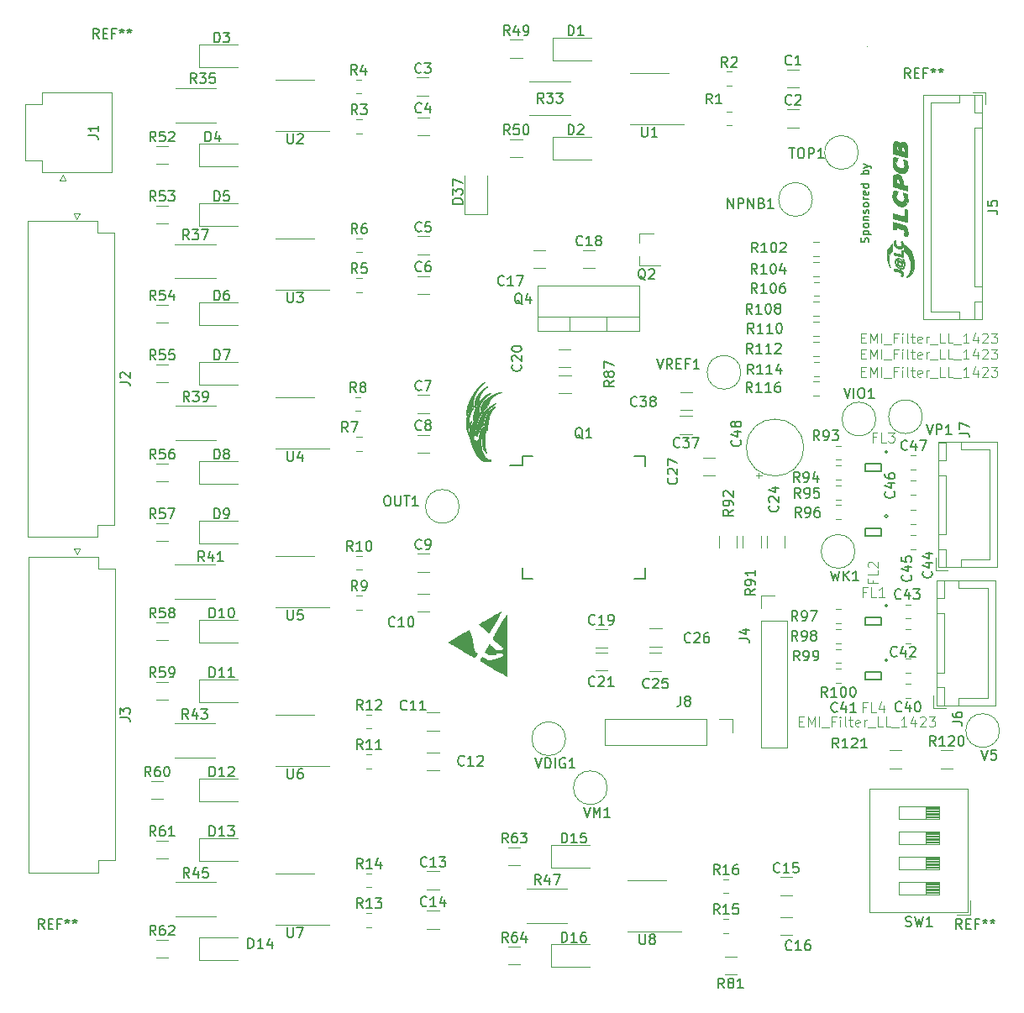
<source format=gbr>
G04 #@! TF.GenerationSoftware,KiCad,Pcbnew,(5.1.0)-1*
G04 #@! TF.CreationDate,2019-06-04T19:04:59+05:30*
G04 #@! TF.ProjectId,BQ76pl455a,42513736-706c-4343-9535-612e6b696361,rev?*
G04 #@! TF.SameCoordinates,Original*
G04 #@! TF.FileFunction,Legend,Top*
G04 #@! TF.FilePolarity,Positive*
%FSLAX46Y46*%
G04 Gerber Fmt 4.6, Leading zero omitted, Abs format (unit mm)*
G04 Created by KiCad (PCBNEW (5.1.0)-1) date 2019-06-04 19:04:59*
%MOMM*%
%LPD*%
G04 APERTURE LIST*
%ADD10C,0.200000*%
%ADD11C,0.010000*%
%ADD12C,0.120000*%
%ADD13C,0.150000*%
%ADD14C,0.050000*%
G04 APERTURE END LIST*
D10*
X157303809Y-61013809D02*
X157341904Y-60899523D01*
X157341904Y-60709047D01*
X157303809Y-60632857D01*
X157265714Y-60594761D01*
X157189523Y-60556666D01*
X157113333Y-60556666D01*
X157037142Y-60594761D01*
X156999047Y-60632857D01*
X156960952Y-60709047D01*
X156922857Y-60861428D01*
X156884761Y-60937619D01*
X156846666Y-60975714D01*
X156770476Y-61013809D01*
X156694285Y-61013809D01*
X156618095Y-60975714D01*
X156580000Y-60937619D01*
X156541904Y-60861428D01*
X156541904Y-60670952D01*
X156580000Y-60556666D01*
X156808571Y-60213809D02*
X157608571Y-60213809D01*
X156846666Y-60213809D02*
X156808571Y-60137619D01*
X156808571Y-59985238D01*
X156846666Y-59909047D01*
X156884761Y-59870952D01*
X156960952Y-59832857D01*
X157189523Y-59832857D01*
X157265714Y-59870952D01*
X157303809Y-59909047D01*
X157341904Y-59985238D01*
X157341904Y-60137619D01*
X157303809Y-60213809D01*
X157341904Y-59375714D02*
X157303809Y-59451904D01*
X157265714Y-59490000D01*
X157189523Y-59528095D01*
X156960952Y-59528095D01*
X156884761Y-59490000D01*
X156846666Y-59451904D01*
X156808571Y-59375714D01*
X156808571Y-59261428D01*
X156846666Y-59185238D01*
X156884761Y-59147142D01*
X156960952Y-59109047D01*
X157189523Y-59109047D01*
X157265714Y-59147142D01*
X157303809Y-59185238D01*
X157341904Y-59261428D01*
X157341904Y-59375714D01*
X156808571Y-58766190D02*
X157341904Y-58766190D01*
X156884761Y-58766190D02*
X156846666Y-58728095D01*
X156808571Y-58651904D01*
X156808571Y-58537619D01*
X156846666Y-58461428D01*
X156922857Y-58423333D01*
X157341904Y-58423333D01*
X157303809Y-58080476D02*
X157341904Y-58004285D01*
X157341904Y-57851904D01*
X157303809Y-57775714D01*
X157227619Y-57737619D01*
X157189523Y-57737619D01*
X157113333Y-57775714D01*
X157075238Y-57851904D01*
X157075238Y-57966190D01*
X157037142Y-58042380D01*
X156960952Y-58080476D01*
X156922857Y-58080476D01*
X156846666Y-58042380D01*
X156808571Y-57966190D01*
X156808571Y-57851904D01*
X156846666Y-57775714D01*
X157341904Y-57280476D02*
X157303809Y-57356666D01*
X157265714Y-57394761D01*
X157189523Y-57432857D01*
X156960952Y-57432857D01*
X156884761Y-57394761D01*
X156846666Y-57356666D01*
X156808571Y-57280476D01*
X156808571Y-57166190D01*
X156846666Y-57090000D01*
X156884761Y-57051904D01*
X156960952Y-57013809D01*
X157189523Y-57013809D01*
X157265714Y-57051904D01*
X157303809Y-57090000D01*
X157341904Y-57166190D01*
X157341904Y-57280476D01*
X157341904Y-56670952D02*
X156808571Y-56670952D01*
X156960952Y-56670952D02*
X156884761Y-56632857D01*
X156846666Y-56594761D01*
X156808571Y-56518571D01*
X156808571Y-56442380D01*
X157303809Y-55870952D02*
X157341904Y-55947142D01*
X157341904Y-56099523D01*
X157303809Y-56175714D01*
X157227619Y-56213809D01*
X156922857Y-56213809D01*
X156846666Y-56175714D01*
X156808571Y-56099523D01*
X156808571Y-55947142D01*
X156846666Y-55870952D01*
X156922857Y-55832857D01*
X156999047Y-55832857D01*
X157075238Y-56213809D01*
X157341904Y-55147142D02*
X156541904Y-55147142D01*
X157303809Y-55147142D02*
X157341904Y-55223333D01*
X157341904Y-55375714D01*
X157303809Y-55451904D01*
X157265714Y-55490000D01*
X157189523Y-55528095D01*
X156960952Y-55528095D01*
X156884761Y-55490000D01*
X156846666Y-55451904D01*
X156808571Y-55375714D01*
X156808571Y-55223333D01*
X156846666Y-55147142D01*
X157341904Y-54156666D02*
X156541904Y-54156666D01*
X156846666Y-54156666D02*
X156808571Y-54080476D01*
X156808571Y-53928095D01*
X156846666Y-53851904D01*
X156884761Y-53813809D01*
X156960952Y-53775714D01*
X157189523Y-53775714D01*
X157265714Y-53813809D01*
X157303809Y-53851904D01*
X157341904Y-53928095D01*
X157341904Y-54080476D01*
X157303809Y-54156666D01*
X156808571Y-53509047D02*
X157341904Y-53318571D01*
X156808571Y-53128095D02*
X157341904Y-53318571D01*
X157532380Y-53394761D01*
X157570476Y-53432857D01*
X157608571Y-53509047D01*
D11*
G36*
X118183439Y-77893766D02*
G01*
X118190253Y-77850137D01*
X118197140Y-77805270D01*
X118197532Y-77802682D01*
X118205817Y-77759330D01*
X118219194Y-77701662D01*
X118235727Y-77637353D01*
X118253482Y-77574083D01*
X118263401Y-77541443D01*
X118286760Y-77480042D01*
X118321064Y-77406530D01*
X118363024Y-77326975D01*
X118409354Y-77247449D01*
X118456765Y-77174022D01*
X118480544Y-77140550D01*
X118592513Y-77004592D01*
X118725683Y-76870452D01*
X118878163Y-76739762D01*
X119048066Y-76614150D01*
X119218137Y-76504474D01*
X119265458Y-76476497D01*
X119307622Y-76452680D01*
X119339493Y-76435856D01*
X119354327Y-76429275D01*
X119373807Y-76418914D01*
X119379000Y-76410676D01*
X119387779Y-76400185D01*
X119390324Y-76399909D01*
X119405102Y-76395288D01*
X119435546Y-76382871D01*
X119476494Y-76364823D01*
X119502892Y-76352689D01*
X119558190Y-76326954D01*
X119601277Y-76307097D01*
X119640841Y-76289173D01*
X119685570Y-76269239D01*
X119728048Y-76250456D01*
X119784309Y-76227495D01*
X119850540Y-76203479D01*
X119922979Y-76179456D01*
X119997865Y-76156477D01*
X120071435Y-76135589D01*
X120139929Y-76117842D01*
X120199584Y-76104286D01*
X120246638Y-76095969D01*
X120277331Y-76093939D01*
X120284551Y-76095258D01*
X120301091Y-76107160D01*
X120294707Y-76121407D01*
X120265380Y-76138033D01*
X120260818Y-76139981D01*
X120232098Y-76151184D01*
X120213082Y-76157153D01*
X120210854Y-76157454D01*
X120197381Y-76161831D01*
X120167477Y-76173641D01*
X120125800Y-76190905D01*
X120077005Y-76211643D01*
X120025747Y-76233876D01*
X119976682Y-76255625D01*
X119934466Y-76274911D01*
X119933182Y-76275511D01*
X119902403Y-76290810D01*
X119862004Y-76312103D01*
X119816987Y-76336599D01*
X119772353Y-76361506D01*
X119733103Y-76384034D01*
X119704237Y-76401391D01*
X119690757Y-76410787D01*
X119690728Y-76410820D01*
X119676873Y-76421614D01*
X119665697Y-76428773D01*
X119583453Y-76484157D01*
X119495795Y-76553744D01*
X119407767Y-76632714D01*
X119324414Y-76716247D01*
X119250779Y-76799522D01*
X119191906Y-76877718D01*
X119185031Y-76888138D01*
X119130958Y-76977461D01*
X119088147Y-77062593D01*
X119053727Y-77150693D01*
X119024828Y-77248921D01*
X119003486Y-77340863D01*
X118988749Y-77360458D01*
X118952162Y-77384949D01*
X118914727Y-77404363D01*
X118764471Y-77484432D01*
X118624524Y-77575677D01*
X118489893Y-77681728D01*
X118355583Y-77806213D01*
X118339713Y-77822095D01*
X118283646Y-77877513D01*
X118241364Y-77916278D01*
X118211391Y-77939067D01*
X118192252Y-77946556D01*
X118182471Y-77939421D01*
X118180573Y-77918341D01*
X118183439Y-77893766D01*
X118183439Y-77893766D01*
G37*
X118183439Y-77893766D02*
X118190253Y-77850137D01*
X118197140Y-77805270D01*
X118197532Y-77802682D01*
X118205817Y-77759330D01*
X118219194Y-77701662D01*
X118235727Y-77637353D01*
X118253482Y-77574083D01*
X118263401Y-77541443D01*
X118286760Y-77480042D01*
X118321064Y-77406530D01*
X118363024Y-77326975D01*
X118409354Y-77247449D01*
X118456765Y-77174022D01*
X118480544Y-77140550D01*
X118592513Y-77004592D01*
X118725683Y-76870452D01*
X118878163Y-76739762D01*
X119048066Y-76614150D01*
X119218137Y-76504474D01*
X119265458Y-76476497D01*
X119307622Y-76452680D01*
X119339493Y-76435856D01*
X119354327Y-76429275D01*
X119373807Y-76418914D01*
X119379000Y-76410676D01*
X119387779Y-76400185D01*
X119390324Y-76399909D01*
X119405102Y-76395288D01*
X119435546Y-76382871D01*
X119476494Y-76364823D01*
X119502892Y-76352689D01*
X119558190Y-76326954D01*
X119601277Y-76307097D01*
X119640841Y-76289173D01*
X119685570Y-76269239D01*
X119728048Y-76250456D01*
X119784309Y-76227495D01*
X119850540Y-76203479D01*
X119922979Y-76179456D01*
X119997865Y-76156477D01*
X120071435Y-76135589D01*
X120139929Y-76117842D01*
X120199584Y-76104286D01*
X120246638Y-76095969D01*
X120277331Y-76093939D01*
X120284551Y-76095258D01*
X120301091Y-76107160D01*
X120294707Y-76121407D01*
X120265380Y-76138033D01*
X120260818Y-76139981D01*
X120232098Y-76151184D01*
X120213082Y-76157153D01*
X120210854Y-76157454D01*
X120197381Y-76161831D01*
X120167477Y-76173641D01*
X120125800Y-76190905D01*
X120077005Y-76211643D01*
X120025747Y-76233876D01*
X119976682Y-76255625D01*
X119934466Y-76274911D01*
X119933182Y-76275511D01*
X119902403Y-76290810D01*
X119862004Y-76312103D01*
X119816987Y-76336599D01*
X119772353Y-76361506D01*
X119733103Y-76384034D01*
X119704237Y-76401391D01*
X119690757Y-76410787D01*
X119690728Y-76410820D01*
X119676873Y-76421614D01*
X119665697Y-76428773D01*
X119583453Y-76484157D01*
X119495795Y-76553744D01*
X119407767Y-76632714D01*
X119324414Y-76716247D01*
X119250779Y-76799522D01*
X119191906Y-76877718D01*
X119185031Y-76888138D01*
X119130958Y-76977461D01*
X119088147Y-77062593D01*
X119053727Y-77150693D01*
X119024828Y-77248921D01*
X119003486Y-77340863D01*
X118988749Y-77360458D01*
X118952162Y-77384949D01*
X118914727Y-77404363D01*
X118764471Y-77484432D01*
X118624524Y-77575677D01*
X118489893Y-77681728D01*
X118355583Y-77806213D01*
X118339713Y-77822095D01*
X118283646Y-77877513D01*
X118241364Y-77916278D01*
X118211391Y-77939067D01*
X118192252Y-77946556D01*
X118182471Y-77939421D01*
X118180573Y-77918341D01*
X118183439Y-77893766D01*
G36*
X117808797Y-79921369D02*
G01*
X117814874Y-79873249D01*
X117825198Y-79808909D01*
X117839267Y-79731483D01*
X117856562Y-79644182D01*
X117873478Y-79562204D01*
X117887008Y-79498076D01*
X117898338Y-79447013D01*
X117908656Y-79404231D01*
X117919150Y-79364947D01*
X117931008Y-79324375D01*
X117945417Y-79277733D01*
X117955460Y-79245863D01*
X117981198Y-79165085D01*
X118001794Y-79102157D01*
X118018722Y-79052807D01*
X118033460Y-79012766D01*
X118047486Y-78977761D01*
X118051276Y-78968773D01*
X118067071Y-78931506D01*
X118080340Y-78899909D01*
X118085288Y-78887954D01*
X118110233Y-78828802D01*
X118137762Y-78766613D01*
X118164756Y-78708195D01*
X118188101Y-78660353D01*
X118198964Y-78639727D01*
X118240896Y-78566020D01*
X118287539Y-78487504D01*
X118335177Y-78410188D01*
X118380094Y-78340084D01*
X118418573Y-78283202D01*
X118424862Y-78274369D01*
X118477947Y-78201484D01*
X118523090Y-78142040D01*
X118565145Y-78090257D01*
X118608963Y-78040354D01*
X118659399Y-77986550D01*
X118710887Y-77933643D01*
X118775072Y-77869446D01*
X118833654Y-77813601D01*
X118892923Y-77760443D01*
X118959170Y-77704306D01*
X119026864Y-77649047D01*
X119054576Y-77628183D01*
X119095577Y-77599256D01*
X119146723Y-77564305D01*
X119204871Y-77525371D01*
X119266877Y-77484492D01*
X119329599Y-77443708D01*
X119389893Y-77405059D01*
X119444616Y-77370584D01*
X119490624Y-77342323D01*
X119524773Y-77322316D01*
X119543921Y-77312602D01*
X119546307Y-77312000D01*
X119558085Y-77306613D01*
X119583455Y-77292695D01*
X119607644Y-77278699D01*
X119643681Y-77258627D01*
X119675250Y-77243029D01*
X119688970Y-77237512D01*
X119709557Y-77235494D01*
X119714354Y-77245475D01*
X119704692Y-77263964D01*
X119681906Y-77287471D01*
X119664750Y-77300923D01*
X119594370Y-77352914D01*
X119541650Y-77395018D01*
X119511940Y-77422003D01*
X119494264Y-77438477D01*
X119463322Y-77466033D01*
X119423470Y-77500834D01*
X119379067Y-77539040D01*
X119379000Y-77539097D01*
X119305489Y-77605214D01*
X119225945Y-77682446D01*
X119145869Y-77765052D01*
X119070760Y-77847291D01*
X119006120Y-77923420D01*
X118984013Y-77951414D01*
X118938442Y-78010900D01*
X118905263Y-78054730D01*
X118882648Y-78085444D01*
X118868770Y-78105579D01*
X118861803Y-78117674D01*
X118859928Y-78123838D01*
X118853205Y-78138310D01*
X118837074Y-78162606D01*
X118831582Y-78170020D01*
X118812076Y-78199481D01*
X118786827Y-78243035D01*
X118757844Y-78296603D01*
X118727134Y-78356106D01*
X118696703Y-78417463D01*
X118668559Y-78476594D01*
X118644710Y-78529419D01*
X118627161Y-78571859D01*
X118617921Y-78599834D01*
X118617000Y-78606194D01*
X118610785Y-78628970D01*
X118606901Y-78634532D01*
X118599086Y-78651401D01*
X118587970Y-78686413D01*
X118574663Y-78735046D01*
X118560278Y-78792778D01*
X118545929Y-78855086D01*
X118532726Y-78917450D01*
X118521784Y-78975346D01*
X118518994Y-78991863D01*
X118512448Y-79041611D01*
X118506066Y-79107071D01*
X118500456Y-79180867D01*
X118496228Y-79255625D01*
X118495193Y-79280500D01*
X118488324Y-79465227D01*
X118399685Y-79545484D01*
X118315327Y-79623703D01*
X118244945Y-79694065D01*
X118186058Y-79760486D01*
X118136190Y-79826885D01*
X118092859Y-79897180D01*
X118053589Y-79975289D01*
X118015900Y-80065130D01*
X117977312Y-80170621D01*
X117946458Y-80261863D01*
X117917700Y-80347806D01*
X117894565Y-80414038D01*
X117875981Y-80462948D01*
X117860877Y-80496927D01*
X117848183Y-80518364D01*
X117836827Y-80529646D01*
X117825738Y-80533164D01*
X117824809Y-80533182D01*
X117815210Y-80529468D01*
X117810418Y-80516235D01*
X117810483Y-80490342D01*
X117815454Y-80448649D01*
X117825380Y-80388017D01*
X117827260Y-80377318D01*
X117839127Y-80264580D01*
X117837614Y-80145135D01*
X117822943Y-80030933D01*
X117820580Y-80019409D01*
X117813334Y-79984037D01*
X117808513Y-79957760D01*
X117807471Y-79950136D01*
X117808797Y-79921369D01*
X117808797Y-79921369D01*
G37*
X117808797Y-79921369D02*
X117814874Y-79873249D01*
X117825198Y-79808909D01*
X117839267Y-79731483D01*
X117856562Y-79644182D01*
X117873478Y-79562204D01*
X117887008Y-79498076D01*
X117898338Y-79447013D01*
X117908656Y-79404231D01*
X117919150Y-79364947D01*
X117931008Y-79324375D01*
X117945417Y-79277733D01*
X117955460Y-79245863D01*
X117981198Y-79165085D01*
X118001794Y-79102157D01*
X118018722Y-79052807D01*
X118033460Y-79012766D01*
X118047486Y-78977761D01*
X118051276Y-78968773D01*
X118067071Y-78931506D01*
X118080340Y-78899909D01*
X118085288Y-78887954D01*
X118110233Y-78828802D01*
X118137762Y-78766613D01*
X118164756Y-78708195D01*
X118188101Y-78660353D01*
X118198964Y-78639727D01*
X118240896Y-78566020D01*
X118287539Y-78487504D01*
X118335177Y-78410188D01*
X118380094Y-78340084D01*
X118418573Y-78283202D01*
X118424862Y-78274369D01*
X118477947Y-78201484D01*
X118523090Y-78142040D01*
X118565145Y-78090257D01*
X118608963Y-78040354D01*
X118659399Y-77986550D01*
X118710887Y-77933643D01*
X118775072Y-77869446D01*
X118833654Y-77813601D01*
X118892923Y-77760443D01*
X118959170Y-77704306D01*
X119026864Y-77649047D01*
X119054576Y-77628183D01*
X119095577Y-77599256D01*
X119146723Y-77564305D01*
X119204871Y-77525371D01*
X119266877Y-77484492D01*
X119329599Y-77443708D01*
X119389893Y-77405059D01*
X119444616Y-77370584D01*
X119490624Y-77342323D01*
X119524773Y-77322316D01*
X119543921Y-77312602D01*
X119546307Y-77312000D01*
X119558085Y-77306613D01*
X119583455Y-77292695D01*
X119607644Y-77278699D01*
X119643681Y-77258627D01*
X119675250Y-77243029D01*
X119688970Y-77237512D01*
X119709557Y-77235494D01*
X119714354Y-77245475D01*
X119704692Y-77263964D01*
X119681906Y-77287471D01*
X119664750Y-77300923D01*
X119594370Y-77352914D01*
X119541650Y-77395018D01*
X119511940Y-77422003D01*
X119494264Y-77438477D01*
X119463322Y-77466033D01*
X119423470Y-77500834D01*
X119379067Y-77539040D01*
X119379000Y-77539097D01*
X119305489Y-77605214D01*
X119225945Y-77682446D01*
X119145869Y-77765052D01*
X119070760Y-77847291D01*
X119006120Y-77923420D01*
X118984013Y-77951414D01*
X118938442Y-78010900D01*
X118905263Y-78054730D01*
X118882648Y-78085444D01*
X118868770Y-78105579D01*
X118861803Y-78117674D01*
X118859928Y-78123838D01*
X118853205Y-78138310D01*
X118837074Y-78162606D01*
X118831582Y-78170020D01*
X118812076Y-78199481D01*
X118786827Y-78243035D01*
X118757844Y-78296603D01*
X118727134Y-78356106D01*
X118696703Y-78417463D01*
X118668559Y-78476594D01*
X118644710Y-78529419D01*
X118627161Y-78571859D01*
X118617921Y-78599834D01*
X118617000Y-78606194D01*
X118610785Y-78628970D01*
X118606901Y-78634532D01*
X118599086Y-78651401D01*
X118587970Y-78686413D01*
X118574663Y-78735046D01*
X118560278Y-78792778D01*
X118545929Y-78855086D01*
X118532726Y-78917450D01*
X118521784Y-78975346D01*
X118518994Y-78991863D01*
X118512448Y-79041611D01*
X118506066Y-79107071D01*
X118500456Y-79180867D01*
X118496228Y-79255625D01*
X118495193Y-79280500D01*
X118488324Y-79465227D01*
X118399685Y-79545484D01*
X118315327Y-79623703D01*
X118244945Y-79694065D01*
X118186058Y-79760486D01*
X118136190Y-79826885D01*
X118092859Y-79897180D01*
X118053589Y-79975289D01*
X118015900Y-80065130D01*
X117977312Y-80170621D01*
X117946458Y-80261863D01*
X117917700Y-80347806D01*
X117894565Y-80414038D01*
X117875981Y-80462948D01*
X117860877Y-80496927D01*
X117848183Y-80518364D01*
X117836827Y-80529646D01*
X117825738Y-80533164D01*
X117824809Y-80533182D01*
X117815210Y-80529468D01*
X117810418Y-80516235D01*
X117810483Y-80490342D01*
X117815454Y-80448649D01*
X117825380Y-80388017D01*
X117827260Y-80377318D01*
X117839127Y-80264580D01*
X117837614Y-80145135D01*
X117822943Y-80030933D01*
X117820580Y-80019409D01*
X117813334Y-79984037D01*
X117808513Y-79957760D01*
X117807471Y-79950136D01*
X117808797Y-79921369D01*
G36*
X118577319Y-79333381D02*
G01*
X118586564Y-79301011D01*
X118596851Y-79255498D01*
X118605988Y-79206563D01*
X118606170Y-79205454D01*
X118645276Y-78996855D01*
X118691637Y-78806079D01*
X118746595Y-78628630D01*
X118811485Y-78460011D01*
X118860542Y-78351091D01*
X118885997Y-78298192D01*
X118907006Y-78256509D01*
X118927117Y-78219849D01*
X118949877Y-78182017D01*
X118978835Y-78136819D01*
X119013083Y-78084793D01*
X119065112Y-78015615D01*
X119132623Y-77940160D01*
X119210763Y-77863093D01*
X119294679Y-77789079D01*
X119379518Y-77722782D01*
X119417056Y-77696471D01*
X119447973Y-77676132D01*
X119470313Y-77662306D01*
X119478139Y-77658363D01*
X119489529Y-77653148D01*
X119516309Y-77639175D01*
X119553716Y-77618960D01*
X119574376Y-77607595D01*
X119622179Y-77582148D01*
X119653507Y-77568338D01*
X119671319Y-77565333D01*
X119678572Y-77572298D01*
X119679182Y-77578068D01*
X119671248Y-77588917D01*
X119649859Y-77611589D01*
X119618635Y-77642361D01*
X119594051Y-77665621D01*
X119535215Y-77723442D01*
X119477856Y-77785230D01*
X119425534Y-77846710D01*
X119381809Y-77903604D01*
X119350244Y-77951635D01*
X119340548Y-77970091D01*
X119330309Y-77989773D01*
X119313162Y-78020633D01*
X119302436Y-78039363D01*
X119265100Y-78110968D01*
X119225110Y-78200057D01*
X119184286Y-78301461D01*
X119144446Y-78410011D01*
X119107410Y-78520538D01*
X119074998Y-78627872D01*
X119049028Y-78726844D01*
X119032204Y-78807136D01*
X119025082Y-78846656D01*
X119015393Y-78898736D01*
X119005019Y-78953276D01*
X119003142Y-78963000D01*
X118982565Y-79074175D01*
X118967284Y-79168249D01*
X118956977Y-79245863D01*
X118952200Y-79286616D01*
X118945967Y-79339299D01*
X118939579Y-79392920D01*
X118939216Y-79395954D01*
X118934937Y-79440561D01*
X118930556Y-79501550D01*
X118926484Y-79572222D01*
X118923128Y-79645875D01*
X118921940Y-79678818D01*
X118919169Y-79759008D01*
X118916440Y-79819256D01*
X118913200Y-79862707D01*
X118908896Y-79892501D01*
X118902972Y-79911783D01*
X118894875Y-79923693D01*
X118884051Y-79931375D01*
X118876796Y-79934908D01*
X118853923Y-79942124D01*
X118836250Y-79938773D01*
X118822890Y-79922583D01*
X118812956Y-79891281D01*
X118805562Y-79842594D01*
X118799818Y-79774250D01*
X118797241Y-79731118D01*
X118795491Y-79697513D01*
X118792891Y-79671628D01*
X118787098Y-79650152D01*
X118775768Y-79629775D01*
X118756556Y-79607186D01*
X118727119Y-79579075D01*
X118685113Y-79542132D01*
X118629402Y-79494091D01*
X118589594Y-79454604D01*
X118568952Y-79418561D01*
X118565546Y-79380014D01*
X118577319Y-79333381D01*
X118577319Y-79333381D01*
G37*
X118577319Y-79333381D02*
X118586564Y-79301011D01*
X118596851Y-79255498D01*
X118605988Y-79206563D01*
X118606170Y-79205454D01*
X118645276Y-78996855D01*
X118691637Y-78806079D01*
X118746595Y-78628630D01*
X118811485Y-78460011D01*
X118860542Y-78351091D01*
X118885997Y-78298192D01*
X118907006Y-78256509D01*
X118927117Y-78219849D01*
X118949877Y-78182017D01*
X118978835Y-78136819D01*
X119013083Y-78084793D01*
X119065112Y-78015615D01*
X119132623Y-77940160D01*
X119210763Y-77863093D01*
X119294679Y-77789079D01*
X119379518Y-77722782D01*
X119417056Y-77696471D01*
X119447973Y-77676132D01*
X119470313Y-77662306D01*
X119478139Y-77658363D01*
X119489529Y-77653148D01*
X119516309Y-77639175D01*
X119553716Y-77618960D01*
X119574376Y-77607595D01*
X119622179Y-77582148D01*
X119653507Y-77568338D01*
X119671319Y-77565333D01*
X119678572Y-77572298D01*
X119679182Y-77578068D01*
X119671248Y-77588917D01*
X119649859Y-77611589D01*
X119618635Y-77642361D01*
X119594051Y-77665621D01*
X119535215Y-77723442D01*
X119477856Y-77785230D01*
X119425534Y-77846710D01*
X119381809Y-77903604D01*
X119350244Y-77951635D01*
X119340548Y-77970091D01*
X119330309Y-77989773D01*
X119313162Y-78020633D01*
X119302436Y-78039363D01*
X119265100Y-78110968D01*
X119225110Y-78200057D01*
X119184286Y-78301461D01*
X119144446Y-78410011D01*
X119107410Y-78520538D01*
X119074998Y-78627872D01*
X119049028Y-78726844D01*
X119032204Y-78807136D01*
X119025082Y-78846656D01*
X119015393Y-78898736D01*
X119005019Y-78953276D01*
X119003142Y-78963000D01*
X118982565Y-79074175D01*
X118967284Y-79168249D01*
X118956977Y-79245863D01*
X118952200Y-79286616D01*
X118945967Y-79339299D01*
X118939579Y-79392920D01*
X118939216Y-79395954D01*
X118934937Y-79440561D01*
X118930556Y-79501550D01*
X118926484Y-79572222D01*
X118923128Y-79645875D01*
X118921940Y-79678818D01*
X118919169Y-79759008D01*
X118916440Y-79819256D01*
X118913200Y-79862707D01*
X118908896Y-79892501D01*
X118902972Y-79911783D01*
X118894875Y-79923693D01*
X118884051Y-79931375D01*
X118876796Y-79934908D01*
X118853923Y-79942124D01*
X118836250Y-79938773D01*
X118822890Y-79922583D01*
X118812956Y-79891281D01*
X118805562Y-79842594D01*
X118799818Y-79774250D01*
X118797241Y-79731118D01*
X118795491Y-79697513D01*
X118792891Y-79671628D01*
X118787098Y-79650152D01*
X118775768Y-79629775D01*
X118756556Y-79607186D01*
X118727119Y-79579075D01*
X118685113Y-79542132D01*
X118629402Y-79494091D01*
X118589594Y-79454604D01*
X118568952Y-79418561D01*
X118565546Y-79380014D01*
X118577319Y-79333381D01*
G36*
X117141749Y-80646340D02*
G01*
X117149424Y-80638529D01*
X117164134Y-80637235D01*
X117197894Y-80645498D01*
X117244766Y-80668860D01*
X117302037Y-80705602D01*
X117366999Y-80754005D01*
X117427932Y-80804500D01*
X117514929Y-80876930D01*
X117589932Y-80932322D01*
X117655413Y-80971640D01*
X117713844Y-80995845D01*
X117767696Y-81005900D01*
X117819441Y-81002765D01*
X117871549Y-80987404D01*
X117884175Y-80982097D01*
X117934385Y-80950624D01*
X117975817Y-80903565D01*
X118009336Y-80839227D01*
X118035806Y-80755921D01*
X118056089Y-80651953D01*
X118057445Y-80642863D01*
X118063234Y-80604855D01*
X118070792Y-80557175D01*
X118075643Y-80527409D01*
X118083623Y-80477283D01*
X118092480Y-80418969D01*
X118098546Y-80377318D01*
X118124924Y-80220176D01*
X118156801Y-80084098D01*
X118194852Y-79967565D01*
X118239755Y-79869061D01*
X118292183Y-79787066D01*
X118352812Y-79720064D01*
X118411762Y-79673455D01*
X118450436Y-79649662D01*
X118482669Y-79637342D01*
X118519569Y-79632960D01*
X118540056Y-79632636D01*
X118604430Y-79637740D01*
X118652204Y-79654721D01*
X118687878Y-79686081D01*
X118713552Y-79729075D01*
X118725379Y-79755298D01*
X118732726Y-79777111D01*
X118735966Y-79800185D01*
X118735473Y-79830190D01*
X118731620Y-79872796D01*
X118726195Y-79921273D01*
X118719502Y-79977057D01*
X118712954Y-80026799D01*
X118707366Y-80064574D01*
X118703964Y-80082909D01*
X118699312Y-80107625D01*
X118693200Y-80147765D01*
X118686749Y-80195807D01*
X118685003Y-80209909D01*
X118678981Y-80258808D01*
X118673503Y-80301958D01*
X118669526Y-80331846D01*
X118668799Y-80336909D01*
X118643088Y-80548285D01*
X118627271Y-80767470D01*
X118621476Y-80987852D01*
X118625832Y-81202821D01*
X118640469Y-81405767D01*
X118646796Y-81462591D01*
X118659249Y-81562925D01*
X118670453Y-81646267D01*
X118681491Y-81718598D01*
X118693444Y-81785900D01*
X118707394Y-81854154D01*
X118724424Y-81929340D01*
X118745616Y-82017440D01*
X118751596Y-82041795D01*
X118767927Y-82114436D01*
X118775645Y-82166445D01*
X118774334Y-82198777D01*
X118763580Y-82212386D01*
X118742968Y-82208226D01*
X118712084Y-82187252D01*
X118694761Y-82172614D01*
X118624066Y-82099281D01*
X118566978Y-82014246D01*
X118524603Y-81924409D01*
X118506420Y-81879238D01*
X118490639Y-81840089D01*
X118479941Y-81813613D01*
X118478049Y-81808954D01*
X118473587Y-81797418D01*
X118469432Y-81784405D01*
X118464769Y-81766286D01*
X118458781Y-81739434D01*
X118450653Y-81700220D01*
X118439568Y-81645018D01*
X118427411Y-81583818D01*
X118414238Y-81514785D01*
X118403227Y-81450141D01*
X118394150Y-81386773D01*
X118386778Y-81321570D01*
X118380885Y-81251417D01*
X118376243Y-81173203D01*
X118372623Y-81083815D01*
X118369799Y-80980140D01*
X118367543Y-80859066D01*
X118365941Y-80743374D01*
X118364565Y-80642518D01*
X118363051Y-80549439D01*
X118361456Y-80466533D01*
X118359837Y-80396200D01*
X118358252Y-80340839D01*
X118356759Y-80302847D01*
X118355413Y-80284624D01*
X118354947Y-80283386D01*
X118347302Y-80300784D01*
X118337646Y-80337912D01*
X118326518Y-80391551D01*
X118314461Y-80458484D01*
X118302015Y-80535491D01*
X118289720Y-80619354D01*
X118278118Y-80706853D01*
X118267749Y-80794771D01*
X118265455Y-80816045D01*
X118259190Y-80893552D01*
X118254652Y-80987552D01*
X118251846Y-81092538D01*
X118250772Y-81203006D01*
X118251434Y-81313448D01*
X118253834Y-81418360D01*
X118257975Y-81512235D01*
X118263859Y-81589568D01*
X118265085Y-81601136D01*
X118294107Y-81805224D01*
X118333668Y-81989951D01*
X118384340Y-82156788D01*
X118446700Y-82307204D01*
X118521321Y-82442671D01*
X118608778Y-82564658D01*
X118668166Y-82632538D01*
X118768786Y-82725552D01*
X118881504Y-82802713D01*
X119008630Y-82865278D01*
X119152476Y-82914504D01*
X119217364Y-82931251D01*
X119246052Y-82943776D01*
X119261608Y-82961851D01*
X119262587Y-82969273D01*
X119257798Y-82982931D01*
X119248652Y-83003909D01*
X119234569Y-83028586D01*
X119223456Y-83041475D01*
X119205693Y-83049904D01*
X119173543Y-83061797D01*
X119134894Y-83074533D01*
X119097632Y-83085493D01*
X119073046Y-83091435D01*
X118917870Y-83112627D01*
X118771828Y-83113229D01*
X118632728Y-83092775D01*
X118498375Y-83050797D01*
X118366578Y-82986828D01*
X118259500Y-82918082D01*
X118227734Y-82893138D01*
X118187395Y-82857950D01*
X118141467Y-82815517D01*
X118092934Y-82768840D01*
X118044781Y-82720919D01*
X117999991Y-82674753D01*
X117961550Y-82633342D01*
X117932441Y-82599687D01*
X117915649Y-82576787D01*
X117912728Y-82569494D01*
X117905008Y-82554209D01*
X117886191Y-82532770D01*
X117883864Y-82530545D01*
X117864299Y-82509299D01*
X117855101Y-82493668D01*
X117855000Y-82492671D01*
X117848351Y-82477957D01*
X117831466Y-82452769D01*
X117820364Y-82438182D01*
X117800131Y-82411376D01*
X117787655Y-82392423D01*
X117785728Y-82387812D01*
X117779899Y-82375659D01*
X117764417Y-82349260D01*
X117742286Y-82313685D01*
X117735379Y-82302883D01*
X117711442Y-82262781D01*
X117681797Y-82208601D01*
X117647907Y-82143453D01*
X117611235Y-82070450D01*
X117573244Y-81992700D01*
X117535396Y-81913316D01*
X117499156Y-81835408D01*
X117465986Y-81762087D01*
X117437349Y-81696464D01*
X117414707Y-81641649D01*
X117399525Y-81600754D01*
X117393264Y-81576888D01*
X117393182Y-81575255D01*
X117388408Y-81558085D01*
X117376848Y-81531542D01*
X117376132Y-81530098D01*
X117362675Y-81498968D01*
X117354776Y-81473483D01*
X117347519Y-81445204D01*
X117343536Y-81433727D01*
X117333773Y-81406804D01*
X117319689Y-81364967D01*
X117303592Y-81315421D01*
X117287792Y-81265372D01*
X117274599Y-81222024D01*
X117266671Y-81193948D01*
X117256820Y-81157408D01*
X117243985Y-81112005D01*
X117236795Y-81087363D01*
X117202910Y-80970224D01*
X117176730Y-80873642D01*
X117157981Y-80796504D01*
X117146387Y-80737699D01*
X117142109Y-80703477D01*
X117139919Y-80666160D01*
X117141749Y-80646340D01*
X117141749Y-80646340D01*
G37*
X117141749Y-80646340D02*
X117149424Y-80638529D01*
X117164134Y-80637235D01*
X117197894Y-80645498D01*
X117244766Y-80668860D01*
X117302037Y-80705602D01*
X117366999Y-80754005D01*
X117427932Y-80804500D01*
X117514929Y-80876930D01*
X117589932Y-80932322D01*
X117655413Y-80971640D01*
X117713844Y-80995845D01*
X117767696Y-81005900D01*
X117819441Y-81002765D01*
X117871549Y-80987404D01*
X117884175Y-80982097D01*
X117934385Y-80950624D01*
X117975817Y-80903565D01*
X118009336Y-80839227D01*
X118035806Y-80755921D01*
X118056089Y-80651953D01*
X118057445Y-80642863D01*
X118063234Y-80604855D01*
X118070792Y-80557175D01*
X118075643Y-80527409D01*
X118083623Y-80477283D01*
X118092480Y-80418969D01*
X118098546Y-80377318D01*
X118124924Y-80220176D01*
X118156801Y-80084098D01*
X118194852Y-79967565D01*
X118239755Y-79869061D01*
X118292183Y-79787066D01*
X118352812Y-79720064D01*
X118411762Y-79673455D01*
X118450436Y-79649662D01*
X118482669Y-79637342D01*
X118519569Y-79632960D01*
X118540056Y-79632636D01*
X118604430Y-79637740D01*
X118652204Y-79654721D01*
X118687878Y-79686081D01*
X118713552Y-79729075D01*
X118725379Y-79755298D01*
X118732726Y-79777111D01*
X118735966Y-79800185D01*
X118735473Y-79830190D01*
X118731620Y-79872796D01*
X118726195Y-79921273D01*
X118719502Y-79977057D01*
X118712954Y-80026799D01*
X118707366Y-80064574D01*
X118703964Y-80082909D01*
X118699312Y-80107625D01*
X118693200Y-80147765D01*
X118686749Y-80195807D01*
X118685003Y-80209909D01*
X118678981Y-80258808D01*
X118673503Y-80301958D01*
X118669526Y-80331846D01*
X118668799Y-80336909D01*
X118643088Y-80548285D01*
X118627271Y-80767470D01*
X118621476Y-80987852D01*
X118625832Y-81202821D01*
X118640469Y-81405767D01*
X118646796Y-81462591D01*
X118659249Y-81562925D01*
X118670453Y-81646267D01*
X118681491Y-81718598D01*
X118693444Y-81785900D01*
X118707394Y-81854154D01*
X118724424Y-81929340D01*
X118745616Y-82017440D01*
X118751596Y-82041795D01*
X118767927Y-82114436D01*
X118775645Y-82166445D01*
X118774334Y-82198777D01*
X118763580Y-82212386D01*
X118742968Y-82208226D01*
X118712084Y-82187252D01*
X118694761Y-82172614D01*
X118624066Y-82099281D01*
X118566978Y-82014246D01*
X118524603Y-81924409D01*
X118506420Y-81879238D01*
X118490639Y-81840089D01*
X118479941Y-81813613D01*
X118478049Y-81808954D01*
X118473587Y-81797418D01*
X118469432Y-81784405D01*
X118464769Y-81766286D01*
X118458781Y-81739434D01*
X118450653Y-81700220D01*
X118439568Y-81645018D01*
X118427411Y-81583818D01*
X118414238Y-81514785D01*
X118403227Y-81450141D01*
X118394150Y-81386773D01*
X118386778Y-81321570D01*
X118380885Y-81251417D01*
X118376243Y-81173203D01*
X118372623Y-81083815D01*
X118369799Y-80980140D01*
X118367543Y-80859066D01*
X118365941Y-80743374D01*
X118364565Y-80642518D01*
X118363051Y-80549439D01*
X118361456Y-80466533D01*
X118359837Y-80396200D01*
X118358252Y-80340839D01*
X118356759Y-80302847D01*
X118355413Y-80284624D01*
X118354947Y-80283386D01*
X118347302Y-80300784D01*
X118337646Y-80337912D01*
X118326518Y-80391551D01*
X118314461Y-80458484D01*
X118302015Y-80535491D01*
X118289720Y-80619354D01*
X118278118Y-80706853D01*
X118267749Y-80794771D01*
X118265455Y-80816045D01*
X118259190Y-80893552D01*
X118254652Y-80987552D01*
X118251846Y-81092538D01*
X118250772Y-81203006D01*
X118251434Y-81313448D01*
X118253834Y-81418360D01*
X118257975Y-81512235D01*
X118263859Y-81589568D01*
X118265085Y-81601136D01*
X118294107Y-81805224D01*
X118333668Y-81989951D01*
X118384340Y-82156788D01*
X118446700Y-82307204D01*
X118521321Y-82442671D01*
X118608778Y-82564658D01*
X118668166Y-82632538D01*
X118768786Y-82725552D01*
X118881504Y-82802713D01*
X119008630Y-82865278D01*
X119152476Y-82914504D01*
X119217364Y-82931251D01*
X119246052Y-82943776D01*
X119261608Y-82961851D01*
X119262587Y-82969273D01*
X119257798Y-82982931D01*
X119248652Y-83003909D01*
X119234569Y-83028586D01*
X119223456Y-83041475D01*
X119205693Y-83049904D01*
X119173543Y-83061797D01*
X119134894Y-83074533D01*
X119097632Y-83085493D01*
X119073046Y-83091435D01*
X118917870Y-83112627D01*
X118771828Y-83113229D01*
X118632728Y-83092775D01*
X118498375Y-83050797D01*
X118366578Y-82986828D01*
X118259500Y-82918082D01*
X118227734Y-82893138D01*
X118187395Y-82857950D01*
X118141467Y-82815517D01*
X118092934Y-82768840D01*
X118044781Y-82720919D01*
X117999991Y-82674753D01*
X117961550Y-82633342D01*
X117932441Y-82599687D01*
X117915649Y-82576787D01*
X117912728Y-82569494D01*
X117905008Y-82554209D01*
X117886191Y-82532770D01*
X117883864Y-82530545D01*
X117864299Y-82509299D01*
X117855101Y-82493668D01*
X117855000Y-82492671D01*
X117848351Y-82477957D01*
X117831466Y-82452769D01*
X117820364Y-82438182D01*
X117800131Y-82411376D01*
X117787655Y-82392423D01*
X117785728Y-82387812D01*
X117779899Y-82375659D01*
X117764417Y-82349260D01*
X117742286Y-82313685D01*
X117735379Y-82302883D01*
X117711442Y-82262781D01*
X117681797Y-82208601D01*
X117647907Y-82143453D01*
X117611235Y-82070450D01*
X117573244Y-81992700D01*
X117535396Y-81913316D01*
X117499156Y-81835408D01*
X117465986Y-81762087D01*
X117437349Y-81696464D01*
X117414707Y-81641649D01*
X117399525Y-81600754D01*
X117393264Y-81576888D01*
X117393182Y-81575255D01*
X117388408Y-81558085D01*
X117376848Y-81531542D01*
X117376132Y-81530098D01*
X117362675Y-81498968D01*
X117354776Y-81473483D01*
X117347519Y-81445204D01*
X117343536Y-81433727D01*
X117333773Y-81406804D01*
X117319689Y-81364967D01*
X117303592Y-81315421D01*
X117287792Y-81265372D01*
X117274599Y-81222024D01*
X117266671Y-81193948D01*
X117256820Y-81157408D01*
X117243985Y-81112005D01*
X117236795Y-81087363D01*
X117202910Y-80970224D01*
X117176730Y-80873642D01*
X117157981Y-80796504D01*
X117146387Y-80737699D01*
X117142109Y-80703477D01*
X117139919Y-80666160D01*
X117141749Y-80646340D01*
G36*
X117443394Y-78786612D02*
G01*
X117448827Y-78737172D01*
X117454707Y-78682951D01*
X117456867Y-78662818D01*
X117462286Y-78624120D01*
X117471726Y-78568588D01*
X117484054Y-78501896D01*
X117498138Y-78429720D01*
X117512846Y-78357733D01*
X117527046Y-78291611D01*
X117539607Y-78237028D01*
X117548998Y-78201000D01*
X117561039Y-78159850D01*
X117575518Y-78110187D01*
X117584361Y-78079773D01*
X117621505Y-77965736D01*
X117669629Y-77839380D01*
X117725926Y-77706910D01*
X117787590Y-77574532D01*
X117851814Y-77448450D01*
X117915792Y-77334869D01*
X117936832Y-77300454D01*
X118042485Y-77142973D01*
X118158995Y-76989618D01*
X118283194Y-76843852D01*
X118411916Y-76709132D01*
X118541992Y-76588920D01*
X118670255Y-76486674D01*
X118703591Y-76462993D01*
X118740844Y-76436503D01*
X118770013Y-76414360D01*
X118786400Y-76400188D01*
X118788258Y-76397750D01*
X118801446Y-76388480D01*
X118803244Y-76388363D01*
X118818026Y-76382529D01*
X118845908Y-76367258D01*
X118879655Y-76346609D01*
X118925855Y-76318842D01*
X118979680Y-76289282D01*
X119036516Y-76260143D01*
X119091747Y-76233639D01*
X119140759Y-76211986D01*
X119178938Y-76197398D01*
X119201584Y-76192091D01*
X119224202Y-76197148D01*
X119226464Y-76211927D01*
X119208676Y-76235835D01*
X119171142Y-76268280D01*
X119156750Y-76279097D01*
X119117526Y-76307850D01*
X119066751Y-76345054D01*
X119011505Y-76385523D01*
X118967341Y-76417866D01*
X118926431Y-76449035D01*
X118878395Y-76487560D01*
X118826237Y-76530811D01*
X118772960Y-76576158D01*
X118721568Y-76620972D01*
X118675063Y-76662623D01*
X118636450Y-76698481D01*
X118608731Y-76725915D01*
X118594909Y-76742296D01*
X118593909Y-76744867D01*
X118586490Y-76756714D01*
X118567180Y-76779611D01*
X118544179Y-76804373D01*
X118509121Y-76843493D01*
X118471506Y-76889609D01*
X118449102Y-76919454D01*
X118424640Y-76953485D01*
X118404844Y-76980623D01*
X118394379Y-76994500D01*
X118362930Y-77038425D01*
X118325540Y-77098922D01*
X118284785Y-77171100D01*
X118243247Y-77250070D01*
X118203503Y-77330942D01*
X118168133Y-77408827D01*
X118141673Y-77473636D01*
X118089702Y-77631419D01*
X118052379Y-77790451D01*
X118030848Y-77944971D01*
X118025752Y-78056682D01*
X118019081Y-78120581D01*
X117996748Y-78173959D01*
X117956240Y-78224091D01*
X117920523Y-78264592D01*
X117876527Y-78321173D01*
X117827157Y-78389709D01*
X117775314Y-78466077D01*
X117723903Y-78546152D01*
X117688009Y-78605091D01*
X117656718Y-78657438D01*
X117627796Y-78705182D01*
X117604228Y-78743439D01*
X117588997Y-78767327D01*
X117587769Y-78769146D01*
X117572928Y-78793979D01*
X117566380Y-78811160D01*
X117566364Y-78811617D01*
X117559318Y-78828905D01*
X117551932Y-78838549D01*
X117534125Y-78861927D01*
X117524790Y-78876897D01*
X117504161Y-78895541D01*
X117481898Y-78903114D01*
X117458328Y-78898974D01*
X117444556Y-78878479D01*
X117439984Y-78839819D01*
X117443394Y-78786612D01*
X117443394Y-78786612D01*
G37*
X117443394Y-78786612D02*
X117448827Y-78737172D01*
X117454707Y-78682951D01*
X117456867Y-78662818D01*
X117462286Y-78624120D01*
X117471726Y-78568588D01*
X117484054Y-78501896D01*
X117498138Y-78429720D01*
X117512846Y-78357733D01*
X117527046Y-78291611D01*
X117539607Y-78237028D01*
X117548998Y-78201000D01*
X117561039Y-78159850D01*
X117575518Y-78110187D01*
X117584361Y-78079773D01*
X117621505Y-77965736D01*
X117669629Y-77839380D01*
X117725926Y-77706910D01*
X117787590Y-77574532D01*
X117851814Y-77448450D01*
X117915792Y-77334869D01*
X117936832Y-77300454D01*
X118042485Y-77142973D01*
X118158995Y-76989618D01*
X118283194Y-76843852D01*
X118411916Y-76709132D01*
X118541992Y-76588920D01*
X118670255Y-76486674D01*
X118703591Y-76462993D01*
X118740844Y-76436503D01*
X118770013Y-76414360D01*
X118786400Y-76400188D01*
X118788258Y-76397750D01*
X118801446Y-76388480D01*
X118803244Y-76388363D01*
X118818026Y-76382529D01*
X118845908Y-76367258D01*
X118879655Y-76346609D01*
X118925855Y-76318842D01*
X118979680Y-76289282D01*
X119036516Y-76260143D01*
X119091747Y-76233639D01*
X119140759Y-76211986D01*
X119178938Y-76197398D01*
X119201584Y-76192091D01*
X119224202Y-76197148D01*
X119226464Y-76211927D01*
X119208676Y-76235835D01*
X119171142Y-76268280D01*
X119156750Y-76279097D01*
X119117526Y-76307850D01*
X119066751Y-76345054D01*
X119011505Y-76385523D01*
X118967341Y-76417866D01*
X118926431Y-76449035D01*
X118878395Y-76487560D01*
X118826237Y-76530811D01*
X118772960Y-76576158D01*
X118721568Y-76620972D01*
X118675063Y-76662623D01*
X118636450Y-76698481D01*
X118608731Y-76725915D01*
X118594909Y-76742296D01*
X118593909Y-76744867D01*
X118586490Y-76756714D01*
X118567180Y-76779611D01*
X118544179Y-76804373D01*
X118509121Y-76843493D01*
X118471506Y-76889609D01*
X118449102Y-76919454D01*
X118424640Y-76953485D01*
X118404844Y-76980623D01*
X118394379Y-76994500D01*
X118362930Y-77038425D01*
X118325540Y-77098922D01*
X118284785Y-77171100D01*
X118243247Y-77250070D01*
X118203503Y-77330942D01*
X118168133Y-77408827D01*
X118141673Y-77473636D01*
X118089702Y-77631419D01*
X118052379Y-77790451D01*
X118030848Y-77944971D01*
X118025752Y-78056682D01*
X118019081Y-78120581D01*
X117996748Y-78173959D01*
X117956240Y-78224091D01*
X117920523Y-78264592D01*
X117876527Y-78321173D01*
X117827157Y-78389709D01*
X117775314Y-78466077D01*
X117723903Y-78546152D01*
X117688009Y-78605091D01*
X117656718Y-78657438D01*
X117627796Y-78705182D01*
X117604228Y-78743439D01*
X117588997Y-78767327D01*
X117587769Y-78769146D01*
X117572928Y-78793979D01*
X117566380Y-78811160D01*
X117566364Y-78811617D01*
X117559318Y-78828905D01*
X117551932Y-78838549D01*
X117534125Y-78861927D01*
X117524790Y-78876897D01*
X117504161Y-78895541D01*
X117481898Y-78903114D01*
X117458328Y-78898974D01*
X117444556Y-78878479D01*
X117439984Y-78839819D01*
X117443394Y-78786612D01*
G36*
X117582854Y-77462836D02*
G01*
X117588130Y-77389690D01*
X117588357Y-77387018D01*
X117597067Y-77292554D01*
X117605986Y-77215005D01*
X117616255Y-77148217D01*
X117629012Y-77086031D01*
X117645396Y-77022293D01*
X117666547Y-76950846D01*
X117672732Y-76931000D01*
X117729801Y-76776913D01*
X117803877Y-76620858D01*
X117891002Y-76470549D01*
X117962393Y-76366413D01*
X117989643Y-76330746D01*
X118025085Y-76286073D01*
X118065536Y-76236216D01*
X118107817Y-76184994D01*
X118148746Y-76136227D01*
X118185141Y-76093734D01*
X118213822Y-76061336D01*
X118231607Y-76042853D01*
X118232567Y-76042000D01*
X118248283Y-76028188D01*
X118277432Y-76002367D01*
X118316223Y-75967902D01*
X118360863Y-75928159D01*
X118373659Y-75916753D01*
X118428013Y-75869460D01*
X118486484Y-75820509D01*
X118542043Y-75775679D01*
X118587606Y-75740793D01*
X118639732Y-75702609D01*
X118700445Y-75658121D01*
X118759710Y-75614683D01*
X118783002Y-75597608D01*
X118842375Y-75556420D01*
X118885986Y-75531563D01*
X118914233Y-75522872D01*
X118927515Y-75530184D01*
X118928728Y-75537760D01*
X118920765Y-75555877D01*
X118902750Y-75576280D01*
X118875642Y-75598278D01*
X118842308Y-75622581D01*
X118836364Y-75626630D01*
X118765737Y-75679274D01*
X118688113Y-75745907D01*
X118609008Y-75821111D01*
X118533937Y-75899470D01*
X118468417Y-75975565D01*
X118431119Y-76024682D01*
X118385969Y-76088848D01*
X118351266Y-76139199D01*
X118323899Y-76180609D01*
X118300758Y-76217954D01*
X118278730Y-76256109D01*
X118254705Y-76299949D01*
X118250614Y-76307545D01*
X118225389Y-76357586D01*
X118197472Y-76418067D01*
X118169005Y-76483761D01*
X118142129Y-76549438D01*
X118118986Y-76609870D01*
X118101718Y-76659826D01*
X118092613Y-76693296D01*
X118069092Y-76806010D01*
X118044151Y-76902196D01*
X118015476Y-76988403D01*
X117980755Y-77071176D01*
X117937676Y-77157062D01*
X117912785Y-77202318D01*
X117889799Y-77243255D01*
X117868752Y-77280888D01*
X117855743Y-77304287D01*
X117845583Y-77322518D01*
X117835820Y-77339362D01*
X117823849Y-77359023D01*
X117807061Y-77385705D01*
X117782852Y-77423612D01*
X117750689Y-77473718D01*
X117720931Y-77520941D01*
X117693525Y-77566017D01*
X117672568Y-77602142D01*
X117665569Y-77615150D01*
X117643674Y-77648447D01*
X117623913Y-77658810D01*
X117606684Y-77646329D01*
X117592385Y-77611094D01*
X117589085Y-77597723D01*
X117583315Y-77561725D01*
X117581244Y-77518472D01*
X117582854Y-77462836D01*
X117582854Y-77462836D01*
G37*
X117582854Y-77462836D02*
X117588130Y-77389690D01*
X117588357Y-77387018D01*
X117597067Y-77292554D01*
X117605986Y-77215005D01*
X117616255Y-77148217D01*
X117629012Y-77086031D01*
X117645396Y-77022293D01*
X117666547Y-76950846D01*
X117672732Y-76931000D01*
X117729801Y-76776913D01*
X117803877Y-76620858D01*
X117891002Y-76470549D01*
X117962393Y-76366413D01*
X117989643Y-76330746D01*
X118025085Y-76286073D01*
X118065536Y-76236216D01*
X118107817Y-76184994D01*
X118148746Y-76136227D01*
X118185141Y-76093734D01*
X118213822Y-76061336D01*
X118231607Y-76042853D01*
X118232567Y-76042000D01*
X118248283Y-76028188D01*
X118277432Y-76002367D01*
X118316223Y-75967902D01*
X118360863Y-75928159D01*
X118373659Y-75916753D01*
X118428013Y-75869460D01*
X118486484Y-75820509D01*
X118542043Y-75775679D01*
X118587606Y-75740793D01*
X118639732Y-75702609D01*
X118700445Y-75658121D01*
X118759710Y-75614683D01*
X118783002Y-75597608D01*
X118842375Y-75556420D01*
X118885986Y-75531563D01*
X118914233Y-75522872D01*
X118927515Y-75530184D01*
X118928728Y-75537760D01*
X118920765Y-75555877D01*
X118902750Y-75576280D01*
X118875642Y-75598278D01*
X118842308Y-75622581D01*
X118836364Y-75626630D01*
X118765737Y-75679274D01*
X118688113Y-75745907D01*
X118609008Y-75821111D01*
X118533937Y-75899470D01*
X118468417Y-75975565D01*
X118431119Y-76024682D01*
X118385969Y-76088848D01*
X118351266Y-76139199D01*
X118323899Y-76180609D01*
X118300758Y-76217954D01*
X118278730Y-76256109D01*
X118254705Y-76299949D01*
X118250614Y-76307545D01*
X118225389Y-76357586D01*
X118197472Y-76418067D01*
X118169005Y-76483761D01*
X118142129Y-76549438D01*
X118118986Y-76609870D01*
X118101718Y-76659826D01*
X118092613Y-76693296D01*
X118069092Y-76806010D01*
X118044151Y-76902196D01*
X118015476Y-76988403D01*
X117980755Y-77071176D01*
X117937676Y-77157062D01*
X117912785Y-77202318D01*
X117889799Y-77243255D01*
X117868752Y-77280888D01*
X117855743Y-77304287D01*
X117845583Y-77322518D01*
X117835820Y-77339362D01*
X117823849Y-77359023D01*
X117807061Y-77385705D01*
X117782852Y-77423612D01*
X117750689Y-77473718D01*
X117720931Y-77520941D01*
X117693525Y-77566017D01*
X117672568Y-77602142D01*
X117665569Y-77615150D01*
X117643674Y-77648447D01*
X117623913Y-77658810D01*
X117606684Y-77646329D01*
X117592385Y-77611094D01*
X117589085Y-77597723D01*
X117583315Y-77561725D01*
X117581244Y-77518472D01*
X117582854Y-77462836D01*
G36*
X117246433Y-79680035D02*
G01*
X117254884Y-79650642D01*
X117266084Y-79614486D01*
X117277675Y-79579113D01*
X117287297Y-79552064D01*
X117289725Y-79546045D01*
X117299352Y-79521043D01*
X117311819Y-79485476D01*
X117316634Y-79471000D01*
X117346900Y-79388545D01*
X117387764Y-79292149D01*
X117436681Y-79186857D01*
X117491106Y-79077715D01*
X117548494Y-78969767D01*
X117606300Y-78868058D01*
X117661978Y-78777633D01*
X117680834Y-78749077D01*
X117700455Y-78719120D01*
X117713392Y-78697671D01*
X117716455Y-78690984D01*
X117722829Y-78678719D01*
X117739922Y-78652214D01*
X117764686Y-78615768D01*
X117794078Y-78573683D01*
X117825049Y-78530259D01*
X117854556Y-78489795D01*
X117879552Y-78456592D01*
X117896991Y-78434950D01*
X117900488Y-78431158D01*
X117919331Y-78410193D01*
X117942797Y-78381560D01*
X117947364Y-78375706D01*
X117999651Y-78310428D01*
X118061613Y-78237099D01*
X118130715Y-78158384D01*
X118204424Y-78076948D01*
X118280206Y-77995456D01*
X118355528Y-77916574D01*
X118427856Y-77842967D01*
X118494657Y-77777299D01*
X118553397Y-77722237D01*
X118601542Y-77680446D01*
X118626484Y-77661287D01*
X118660517Y-77636952D01*
X118687975Y-77616723D01*
X118701529Y-77606113D01*
X118718496Y-77594809D01*
X118749029Y-77577246D01*
X118781091Y-77560076D01*
X118826082Y-77539659D01*
X118853430Y-77534133D01*
X118863071Y-77543419D01*
X118854941Y-77567436D01*
X118828977Y-77606105D01*
X118823419Y-77613321D01*
X118798579Y-77643480D01*
X118762918Y-77684622D01*
X118719673Y-77733229D01*
X118672077Y-77785782D01*
X118623367Y-77838763D01*
X118576779Y-77888655D01*
X118535548Y-77931939D01*
X118502910Y-77965098D01*
X118482101Y-77984613D01*
X118481383Y-77985205D01*
X118461972Y-78004584D01*
X118433872Y-78037169D01*
X118399973Y-78079105D01*
X118363165Y-78126538D01*
X118326337Y-78175612D01*
X118292378Y-78222474D01*
X118264178Y-78263270D01*
X118244628Y-78294143D01*
X118236615Y-78311241D01*
X118236563Y-78311779D01*
X118228301Y-78328347D01*
X118212909Y-78345318D01*
X118195691Y-78364444D01*
X118189818Y-78376777D01*
X118183730Y-78391625D01*
X118168147Y-78418101D01*
X118155638Y-78437019D01*
X118137423Y-78465877D01*
X118127514Y-78486394D01*
X118127053Y-78492295D01*
X118124200Y-78502999D01*
X118115052Y-78512496D01*
X118100292Y-78530675D01*
X118097430Y-78540118D01*
X118092344Y-78556612D01*
X118079149Y-78586343D01*
X118063932Y-78616636D01*
X118044011Y-78657084D01*
X118019974Y-78709763D01*
X117996025Y-78765363D01*
X117988338Y-78784045D01*
X117968972Y-78831615D01*
X117951925Y-78873118D01*
X117939696Y-78902485D01*
X117936028Y-78911045D01*
X117927198Y-78935173D01*
X117914137Y-78975845D01*
X117898543Y-79027289D01*
X117882115Y-79083735D01*
X117866553Y-79139410D01*
X117853555Y-79188544D01*
X117849362Y-79205454D01*
X117830850Y-79282552D01*
X117816441Y-79343710D01*
X117804736Y-79395416D01*
X117794339Y-79444156D01*
X117783850Y-79496418D01*
X117771871Y-79558687D01*
X117762256Y-79609545D01*
X117756352Y-79652757D01*
X117752498Y-79703335D01*
X117751779Y-79726476D01*
X117747513Y-79776666D01*
X117737049Y-79821365D01*
X117722264Y-79855367D01*
X117705033Y-79873466D01*
X117698223Y-79875091D01*
X117676429Y-79870844D01*
X117647275Y-79856754D01*
X117607099Y-79830795D01*
X117570021Y-79804156D01*
X117537430Y-79781978D01*
X117506446Y-79766469D01*
X117470789Y-79755691D01*
X117424175Y-79747708D01*
X117365593Y-79741103D01*
X117327345Y-79734456D01*
X117289918Y-79723449D01*
X117259956Y-79710575D01*
X117244103Y-79698328D01*
X117243091Y-79695123D01*
X117246433Y-79680035D01*
X117246433Y-79680035D01*
G37*
X117246433Y-79680035D02*
X117254884Y-79650642D01*
X117266084Y-79614486D01*
X117277675Y-79579113D01*
X117287297Y-79552064D01*
X117289725Y-79546045D01*
X117299352Y-79521043D01*
X117311819Y-79485476D01*
X117316634Y-79471000D01*
X117346900Y-79388545D01*
X117387764Y-79292149D01*
X117436681Y-79186857D01*
X117491106Y-79077715D01*
X117548494Y-78969767D01*
X117606300Y-78868058D01*
X117661978Y-78777633D01*
X117680834Y-78749077D01*
X117700455Y-78719120D01*
X117713392Y-78697671D01*
X117716455Y-78690984D01*
X117722829Y-78678719D01*
X117739922Y-78652214D01*
X117764686Y-78615768D01*
X117794078Y-78573683D01*
X117825049Y-78530259D01*
X117854556Y-78489795D01*
X117879552Y-78456592D01*
X117896991Y-78434950D01*
X117900488Y-78431158D01*
X117919331Y-78410193D01*
X117942797Y-78381560D01*
X117947364Y-78375706D01*
X117999651Y-78310428D01*
X118061613Y-78237099D01*
X118130715Y-78158384D01*
X118204424Y-78076948D01*
X118280206Y-77995456D01*
X118355528Y-77916574D01*
X118427856Y-77842967D01*
X118494657Y-77777299D01*
X118553397Y-77722237D01*
X118601542Y-77680446D01*
X118626484Y-77661287D01*
X118660517Y-77636952D01*
X118687975Y-77616723D01*
X118701529Y-77606113D01*
X118718496Y-77594809D01*
X118749029Y-77577246D01*
X118781091Y-77560076D01*
X118826082Y-77539659D01*
X118853430Y-77534133D01*
X118863071Y-77543419D01*
X118854941Y-77567436D01*
X118828977Y-77606105D01*
X118823419Y-77613321D01*
X118798579Y-77643480D01*
X118762918Y-77684622D01*
X118719673Y-77733229D01*
X118672077Y-77785782D01*
X118623367Y-77838763D01*
X118576779Y-77888655D01*
X118535548Y-77931939D01*
X118502910Y-77965098D01*
X118482101Y-77984613D01*
X118481383Y-77985205D01*
X118461972Y-78004584D01*
X118433872Y-78037169D01*
X118399973Y-78079105D01*
X118363165Y-78126538D01*
X118326337Y-78175612D01*
X118292378Y-78222474D01*
X118264178Y-78263270D01*
X118244628Y-78294143D01*
X118236615Y-78311241D01*
X118236563Y-78311779D01*
X118228301Y-78328347D01*
X118212909Y-78345318D01*
X118195691Y-78364444D01*
X118189818Y-78376777D01*
X118183730Y-78391625D01*
X118168147Y-78418101D01*
X118155638Y-78437019D01*
X118137423Y-78465877D01*
X118127514Y-78486394D01*
X118127053Y-78492295D01*
X118124200Y-78502999D01*
X118115052Y-78512496D01*
X118100292Y-78530675D01*
X118097430Y-78540118D01*
X118092344Y-78556612D01*
X118079149Y-78586343D01*
X118063932Y-78616636D01*
X118044011Y-78657084D01*
X118019974Y-78709763D01*
X117996025Y-78765363D01*
X117988338Y-78784045D01*
X117968972Y-78831615D01*
X117951925Y-78873118D01*
X117939696Y-78902485D01*
X117936028Y-78911045D01*
X117927198Y-78935173D01*
X117914137Y-78975845D01*
X117898543Y-79027289D01*
X117882115Y-79083735D01*
X117866553Y-79139410D01*
X117853555Y-79188544D01*
X117849362Y-79205454D01*
X117830850Y-79282552D01*
X117816441Y-79343710D01*
X117804736Y-79395416D01*
X117794339Y-79444156D01*
X117783850Y-79496418D01*
X117771871Y-79558687D01*
X117762256Y-79609545D01*
X117756352Y-79652757D01*
X117752498Y-79703335D01*
X117751779Y-79726476D01*
X117747513Y-79776666D01*
X117737049Y-79821365D01*
X117722264Y-79855367D01*
X117705033Y-79873466D01*
X117698223Y-79875091D01*
X117676429Y-79870844D01*
X117647275Y-79856754D01*
X117607099Y-79830795D01*
X117570021Y-79804156D01*
X117537430Y-79781978D01*
X117506446Y-79766469D01*
X117470789Y-79755691D01*
X117424175Y-79747708D01*
X117365593Y-79741103D01*
X117327345Y-79734456D01*
X117289918Y-79723449D01*
X117259956Y-79710575D01*
X117244103Y-79698328D01*
X117243091Y-79695123D01*
X117246433Y-79680035D01*
G36*
X116795630Y-78247398D02*
G01*
X116796439Y-78221204D01*
X116798842Y-78156944D01*
X116801628Y-78098410D01*
X116804513Y-78050651D01*
X116807213Y-78018713D01*
X116808268Y-78010982D01*
X116814656Y-77971674D01*
X116822141Y-77920299D01*
X116829191Y-77867728D01*
X116833335Y-77833455D01*
X116837488Y-77809638D01*
X116845977Y-77769669D01*
X116857436Y-77719774D01*
X116866695Y-77681454D01*
X116884522Y-77609331D01*
X116897822Y-77556006D01*
X116907571Y-77517853D01*
X116914747Y-77491245D01*
X116920328Y-77472555D01*
X116925290Y-77458157D01*
X116930472Y-77444773D01*
X116938711Y-77421565D01*
X116950630Y-77385087D01*
X116960826Y-77352409D01*
X116999914Y-77235867D01*
X117049427Y-77106634D01*
X117106737Y-76971065D01*
X117169218Y-76835517D01*
X117201766Y-76769363D01*
X117266964Y-76642197D01*
X117326185Y-76532212D01*
X117382016Y-76435147D01*
X117437043Y-76346740D01*
X117493854Y-76262730D01*
X117555037Y-76178854D01*
X117580796Y-76145059D01*
X117603552Y-76114592D01*
X117619233Y-76091819D01*
X117624091Y-76082674D01*
X117630864Y-76071307D01*
X117649271Y-76045658D01*
X117676443Y-76009413D01*
X117709512Y-75966258D01*
X117745610Y-75919880D01*
X117781867Y-75873966D01*
X117815416Y-75832200D01*
X117843388Y-75798271D01*
X117862367Y-75776454D01*
X117893171Y-75742860D01*
X117923681Y-75709201D01*
X117930672Y-75701409D01*
X117995589Y-75631233D01*
X118073811Y-75550636D01*
X118160899Y-75463974D01*
X118252413Y-75375603D01*
X118343913Y-75289877D01*
X118424988Y-75216448D01*
X118455729Y-75190402D01*
X118494487Y-75159247D01*
X118534384Y-75128339D01*
X118568541Y-75103031D01*
X118585954Y-75091134D01*
X118614775Y-75075067D01*
X118626448Y-75073712D01*
X118621248Y-75086623D01*
X118599447Y-75113355D01*
X118561319Y-75153462D01*
X118526733Y-75187636D01*
X118486357Y-75227786D01*
X118439373Y-75276077D01*
X118388342Y-75329707D01*
X118335825Y-75385876D01*
X118284383Y-75441780D01*
X118236575Y-75494618D01*
X118194964Y-75541588D01*
X118162110Y-75579888D01*
X118140573Y-75606717D01*
X118133104Y-75618330D01*
X118120392Y-75638240D01*
X118114921Y-75643682D01*
X118096007Y-75663898D01*
X118067032Y-75699726D01*
X118030630Y-75747486D01*
X117989434Y-75803502D01*
X117946079Y-75864095D01*
X117903196Y-75925588D01*
X117863420Y-75984303D01*
X117829384Y-76036562D01*
X117804905Y-76076636D01*
X117768344Y-76141809D01*
X117729912Y-76213902D01*
X117692193Y-76287729D01*
X117657769Y-76358105D01*
X117629224Y-76419847D01*
X117609140Y-76467768D01*
X117606469Y-76474954D01*
X117592919Y-76509699D01*
X117580977Y-76535616D01*
X117576001Y-76543650D01*
X117567987Y-76563476D01*
X117566364Y-76578604D01*
X117559864Y-76607502D01*
X117550726Y-76625363D01*
X117535721Y-76655448D01*
X117529137Y-76677000D01*
X117523244Y-76702062D01*
X117513221Y-76741386D01*
X117501111Y-76786981D01*
X117499625Y-76792454D01*
X117467552Y-76942040D01*
X117447528Y-77110867D01*
X117439530Y-77299161D01*
X117439364Y-77332372D01*
X117439364Y-77531363D01*
X117396068Y-77575198D01*
X117366170Y-77606633D01*
X117329321Y-77646996D01*
X117293473Y-77687574D01*
X117293306Y-77687766D01*
X117258907Y-77727417D01*
X117225065Y-77766244D01*
X117198909Y-77796072D01*
X117198170Y-77796909D01*
X117177291Y-77822687D01*
X117147650Y-77861927D01*
X117113348Y-77908911D01*
X117078483Y-77957924D01*
X117047157Y-78003251D01*
X117023468Y-78039173D01*
X117017719Y-78048502D01*
X117004744Y-78069470D01*
X116984867Y-78100824D01*
X116973122Y-78119127D01*
X116951861Y-78154807D01*
X116926029Y-78202010D01*
X116900763Y-78251303D01*
X116897643Y-78257672D01*
X116868647Y-78315983D01*
X116846944Y-78356116D01*
X116830584Y-78381054D01*
X116817616Y-78393778D01*
X116806323Y-78397273D01*
X116800330Y-78393283D01*
X116796434Y-78379310D01*
X116794464Y-78352343D01*
X116794252Y-78309376D01*
X116795630Y-78247398D01*
X116795630Y-78247398D01*
G37*
X116795630Y-78247398D02*
X116796439Y-78221204D01*
X116798842Y-78156944D01*
X116801628Y-78098410D01*
X116804513Y-78050651D01*
X116807213Y-78018713D01*
X116808268Y-78010982D01*
X116814656Y-77971674D01*
X116822141Y-77920299D01*
X116829191Y-77867728D01*
X116833335Y-77833455D01*
X116837488Y-77809638D01*
X116845977Y-77769669D01*
X116857436Y-77719774D01*
X116866695Y-77681454D01*
X116884522Y-77609331D01*
X116897822Y-77556006D01*
X116907571Y-77517853D01*
X116914747Y-77491245D01*
X116920328Y-77472555D01*
X116925290Y-77458157D01*
X116930472Y-77444773D01*
X116938711Y-77421565D01*
X116950630Y-77385087D01*
X116960826Y-77352409D01*
X116999914Y-77235867D01*
X117049427Y-77106634D01*
X117106737Y-76971065D01*
X117169218Y-76835517D01*
X117201766Y-76769363D01*
X117266964Y-76642197D01*
X117326185Y-76532212D01*
X117382016Y-76435147D01*
X117437043Y-76346740D01*
X117493854Y-76262730D01*
X117555037Y-76178854D01*
X117580796Y-76145059D01*
X117603552Y-76114592D01*
X117619233Y-76091819D01*
X117624091Y-76082674D01*
X117630864Y-76071307D01*
X117649271Y-76045658D01*
X117676443Y-76009413D01*
X117709512Y-75966258D01*
X117745610Y-75919880D01*
X117781867Y-75873966D01*
X117815416Y-75832200D01*
X117843388Y-75798271D01*
X117862367Y-75776454D01*
X117893171Y-75742860D01*
X117923681Y-75709201D01*
X117930672Y-75701409D01*
X117995589Y-75631233D01*
X118073811Y-75550636D01*
X118160899Y-75463974D01*
X118252413Y-75375603D01*
X118343913Y-75289877D01*
X118424988Y-75216448D01*
X118455729Y-75190402D01*
X118494487Y-75159247D01*
X118534384Y-75128339D01*
X118568541Y-75103031D01*
X118585954Y-75091134D01*
X118614775Y-75075067D01*
X118626448Y-75073712D01*
X118621248Y-75086623D01*
X118599447Y-75113355D01*
X118561319Y-75153462D01*
X118526733Y-75187636D01*
X118486357Y-75227786D01*
X118439373Y-75276077D01*
X118388342Y-75329707D01*
X118335825Y-75385876D01*
X118284383Y-75441780D01*
X118236575Y-75494618D01*
X118194964Y-75541588D01*
X118162110Y-75579888D01*
X118140573Y-75606717D01*
X118133104Y-75618330D01*
X118120392Y-75638240D01*
X118114921Y-75643682D01*
X118096007Y-75663898D01*
X118067032Y-75699726D01*
X118030630Y-75747486D01*
X117989434Y-75803502D01*
X117946079Y-75864095D01*
X117903196Y-75925588D01*
X117863420Y-75984303D01*
X117829384Y-76036562D01*
X117804905Y-76076636D01*
X117768344Y-76141809D01*
X117729912Y-76213902D01*
X117692193Y-76287729D01*
X117657769Y-76358105D01*
X117629224Y-76419847D01*
X117609140Y-76467768D01*
X117606469Y-76474954D01*
X117592919Y-76509699D01*
X117580977Y-76535616D01*
X117576001Y-76543650D01*
X117567987Y-76563476D01*
X117566364Y-76578604D01*
X117559864Y-76607502D01*
X117550726Y-76625363D01*
X117535721Y-76655448D01*
X117529137Y-76677000D01*
X117523244Y-76702062D01*
X117513221Y-76741386D01*
X117501111Y-76786981D01*
X117499625Y-76792454D01*
X117467552Y-76942040D01*
X117447528Y-77110867D01*
X117439530Y-77299161D01*
X117439364Y-77332372D01*
X117439364Y-77531363D01*
X117396068Y-77575198D01*
X117366170Y-77606633D01*
X117329321Y-77646996D01*
X117293473Y-77687574D01*
X117293306Y-77687766D01*
X117258907Y-77727417D01*
X117225065Y-77766244D01*
X117198909Y-77796072D01*
X117198170Y-77796909D01*
X117177291Y-77822687D01*
X117147650Y-77861927D01*
X117113348Y-77908911D01*
X117078483Y-77957924D01*
X117047157Y-78003251D01*
X117023468Y-78039173D01*
X117017719Y-78048502D01*
X117004744Y-78069470D01*
X116984867Y-78100824D01*
X116973122Y-78119127D01*
X116951861Y-78154807D01*
X116926029Y-78202010D01*
X116900763Y-78251303D01*
X116897643Y-78257672D01*
X116868647Y-78315983D01*
X116846944Y-78356116D01*
X116830584Y-78381054D01*
X116817616Y-78393778D01*
X116806323Y-78397273D01*
X116800330Y-78393283D01*
X116796434Y-78379310D01*
X116794464Y-78352343D01*
X116794252Y-78309376D01*
X116795630Y-78247398D01*
G36*
X117274617Y-79870206D02*
G01*
X117279172Y-79856032D01*
X117296755Y-79843979D01*
X117326979Y-79830450D01*
X117339056Y-79826157D01*
X117402702Y-79816760D01*
X117470569Y-79827169D01*
X117539255Y-79855392D01*
X117605360Y-79899438D01*
X117665484Y-79957315D01*
X117716227Y-80027032D01*
X117732530Y-80056587D01*
X117743920Y-80091616D01*
X117752407Y-80141196D01*
X117757303Y-80196895D01*
X117757919Y-80250280D01*
X117753565Y-80292916D01*
X117752294Y-80298440D01*
X117728222Y-80359172D01*
X117688740Y-80423425D01*
X117639049Y-80484307D01*
X117584348Y-80534925D01*
X117561697Y-80551099D01*
X117528167Y-80572807D01*
X117477862Y-80515640D01*
X117433518Y-80455758D01*
X117389988Y-80379822D01*
X117350697Y-80294719D01*
X117319073Y-80207336D01*
X117311412Y-80181045D01*
X117298992Y-80128048D01*
X117288432Y-80068929D01*
X117280224Y-80008636D01*
X117274858Y-79952119D01*
X117272825Y-79904326D01*
X117274617Y-79870206D01*
X117274617Y-79870206D01*
G37*
X117274617Y-79870206D02*
X117279172Y-79856032D01*
X117296755Y-79843979D01*
X117326979Y-79830450D01*
X117339056Y-79826157D01*
X117402702Y-79816760D01*
X117470569Y-79827169D01*
X117539255Y-79855392D01*
X117605360Y-79899438D01*
X117665484Y-79957315D01*
X117716227Y-80027032D01*
X117732530Y-80056587D01*
X117743920Y-80091616D01*
X117752407Y-80141196D01*
X117757303Y-80196895D01*
X117757919Y-80250280D01*
X117753565Y-80292916D01*
X117752294Y-80298440D01*
X117728222Y-80359172D01*
X117688740Y-80423425D01*
X117639049Y-80484307D01*
X117584348Y-80534925D01*
X117561697Y-80551099D01*
X117528167Y-80572807D01*
X117477862Y-80515640D01*
X117433518Y-80455758D01*
X117389988Y-80379822D01*
X117350697Y-80294719D01*
X117319073Y-80207336D01*
X117311412Y-80181045D01*
X117298992Y-80128048D01*
X117288432Y-80068929D01*
X117280224Y-80008636D01*
X117274858Y-79952119D01*
X117272825Y-79904326D01*
X117274617Y-79870206D01*
G36*
X117088028Y-79865004D02*
G01*
X117094272Y-79760801D01*
X117104303Y-79657161D01*
X117117779Y-79559851D01*
X117134004Y-79476153D01*
X117143327Y-79435132D01*
X117150871Y-79400620D01*
X117154291Y-79383789D01*
X117160118Y-79359228D01*
X117169926Y-79323963D01*
X117174293Y-79309363D01*
X117183931Y-79275823D01*
X117189947Y-79251018D01*
X117190853Y-79245062D01*
X117195495Y-79227778D01*
X117206500Y-79198049D01*
X117213288Y-79181562D01*
X117244295Y-79111168D01*
X117268101Y-79062658D01*
X117284729Y-79035985D01*
X117294206Y-79031104D01*
X117294798Y-79031871D01*
X117296762Y-79051502D01*
X117294947Y-79055522D01*
X117288397Y-79071942D01*
X117278128Y-79103832D01*
X117266344Y-79144343D01*
X117266148Y-79145051D01*
X117234241Y-79273555D01*
X117212491Y-79395119D01*
X117200625Y-79515188D01*
X117198372Y-79639209D01*
X117205461Y-79772628D01*
X117221619Y-79920889D01*
X117225886Y-79952585D01*
X117232021Y-79986297D01*
X117242751Y-80035415D01*
X117256404Y-80093121D01*
X117271309Y-80152597D01*
X117285795Y-80207025D01*
X117298191Y-80249587D01*
X117300277Y-80256091D01*
X117316557Y-80301058D01*
X117338887Y-80356442D01*
X117365151Y-80417639D01*
X117393235Y-80480044D01*
X117421023Y-80539050D01*
X117446399Y-80590052D01*
X117467248Y-80628447D01*
X117480581Y-80648636D01*
X117497566Y-80678122D01*
X117504103Y-80709450D01*
X117498752Y-80733665D01*
X117494947Y-80737933D01*
X117473281Y-80742841D01*
X117439833Y-80736907D01*
X117402017Y-80722116D01*
X117373989Y-80705518D01*
X117337810Y-80677907D01*
X117306529Y-80650739D01*
X117284932Y-80628455D01*
X117277728Y-80616159D01*
X117269801Y-80600409D01*
X117260649Y-80591108D01*
X117243615Y-80571304D01*
X117225530Y-80542548D01*
X117224508Y-80540626D01*
X117193236Y-80480066D01*
X117172228Y-80436879D01*
X117160240Y-80408418D01*
X117156614Y-80396168D01*
X117150800Y-80374172D01*
X117140583Y-80340695D01*
X117135606Y-80325363D01*
X117122929Y-80280129D01*
X117112117Y-80230134D01*
X117109690Y-80215682D01*
X117103305Y-80173789D01*
X117097366Y-80135423D01*
X117095459Y-80123318D01*
X117088278Y-80052030D01*
X117085916Y-79964003D01*
X117088028Y-79865004D01*
X117088028Y-79865004D01*
G37*
X117088028Y-79865004D02*
X117094272Y-79760801D01*
X117104303Y-79657161D01*
X117117779Y-79559851D01*
X117134004Y-79476153D01*
X117143327Y-79435132D01*
X117150871Y-79400620D01*
X117154291Y-79383789D01*
X117160118Y-79359228D01*
X117169926Y-79323963D01*
X117174293Y-79309363D01*
X117183931Y-79275823D01*
X117189947Y-79251018D01*
X117190853Y-79245062D01*
X117195495Y-79227778D01*
X117206500Y-79198049D01*
X117213288Y-79181562D01*
X117244295Y-79111168D01*
X117268101Y-79062658D01*
X117284729Y-79035985D01*
X117294206Y-79031104D01*
X117294798Y-79031871D01*
X117296762Y-79051502D01*
X117294947Y-79055522D01*
X117288397Y-79071942D01*
X117278128Y-79103832D01*
X117266344Y-79144343D01*
X117266148Y-79145051D01*
X117234241Y-79273555D01*
X117212491Y-79395119D01*
X117200625Y-79515188D01*
X117198372Y-79639209D01*
X117205461Y-79772628D01*
X117221619Y-79920889D01*
X117225886Y-79952585D01*
X117232021Y-79986297D01*
X117242751Y-80035415D01*
X117256404Y-80093121D01*
X117271309Y-80152597D01*
X117285795Y-80207025D01*
X117298191Y-80249587D01*
X117300277Y-80256091D01*
X117316557Y-80301058D01*
X117338887Y-80356442D01*
X117365151Y-80417639D01*
X117393235Y-80480044D01*
X117421023Y-80539050D01*
X117446399Y-80590052D01*
X117467248Y-80628447D01*
X117480581Y-80648636D01*
X117497566Y-80678122D01*
X117504103Y-80709450D01*
X117498752Y-80733665D01*
X117494947Y-80737933D01*
X117473281Y-80742841D01*
X117439833Y-80736907D01*
X117402017Y-80722116D01*
X117373989Y-80705518D01*
X117337810Y-80677907D01*
X117306529Y-80650739D01*
X117284932Y-80628455D01*
X117277728Y-80616159D01*
X117269801Y-80600409D01*
X117260649Y-80591108D01*
X117243615Y-80571304D01*
X117225530Y-80542548D01*
X117224508Y-80540626D01*
X117193236Y-80480066D01*
X117172228Y-80436879D01*
X117160240Y-80408418D01*
X117156614Y-80396168D01*
X117150800Y-80374172D01*
X117140583Y-80340695D01*
X117135606Y-80325363D01*
X117122929Y-80280129D01*
X117112117Y-80230134D01*
X117109690Y-80215682D01*
X117103305Y-80173789D01*
X117097366Y-80135423D01*
X117095459Y-80123318D01*
X117088278Y-80052030D01*
X117085916Y-79964003D01*
X117088028Y-79865004D01*
G36*
X116753131Y-79217859D02*
G01*
X116776697Y-78989906D01*
X116823198Y-78760929D01*
X116862344Y-78622409D01*
X116875817Y-78581261D01*
X116887672Y-78548498D01*
X116895518Y-78530692D01*
X116895948Y-78530045D01*
X116904388Y-78513187D01*
X116916871Y-78482654D01*
X116925016Y-78460773D01*
X116950115Y-78396748D01*
X116980696Y-78327567D01*
X117012988Y-78261212D01*
X117043217Y-78205664D01*
X117053644Y-78188637D01*
X117072216Y-78158844D01*
X117084376Y-78137710D01*
X117087034Y-78131727D01*
X117093488Y-78118865D01*
X117109617Y-78092468D01*
X117131857Y-78057919D01*
X117156641Y-78020600D01*
X117180403Y-77985895D01*
X117199579Y-77959186D01*
X117209405Y-77947000D01*
X117224125Y-77930107D01*
X117248458Y-77900583D01*
X117277820Y-77864012D01*
X117286268Y-77853334D01*
X117328225Y-77802935D01*
X117368934Y-77759067D01*
X117405307Y-77724629D01*
X117434258Y-77702520D01*
X117452699Y-77695642D01*
X117453876Y-77695913D01*
X117467220Y-77705225D01*
X117467192Y-77722120D01*
X117452876Y-77749757D01*
X117428113Y-77784969D01*
X117401584Y-77822531D01*
X117379153Y-77857808D01*
X117367383Y-77879665D01*
X117354773Y-77902549D01*
X117344448Y-77912357D01*
X117344278Y-77912363D01*
X117335774Y-77922165D01*
X117319952Y-77948674D01*
X117298979Y-77987545D01*
X117275024Y-78034431D01*
X117250254Y-78084988D01*
X117226837Y-78134870D01*
X117206943Y-78179733D01*
X117192737Y-78215229D01*
X117191635Y-78218318D01*
X117178275Y-78256068D01*
X117166831Y-78287860D01*
X117162669Y-78299136D01*
X117153463Y-78326921D01*
X117139865Y-78372372D01*
X117123241Y-78430791D01*
X117104955Y-78497482D01*
X117103960Y-78501182D01*
X117086925Y-78583185D01*
X117074544Y-78681528D01*
X117067032Y-78789889D01*
X117064605Y-78901945D01*
X117067480Y-79011376D01*
X117075871Y-79111859D01*
X117081670Y-79153500D01*
X117088655Y-79197447D01*
X117094416Y-79234813D01*
X117097692Y-79257401D01*
X117095856Y-79280330D01*
X117088047Y-79316375D01*
X117078419Y-79349765D01*
X117064493Y-79395286D01*
X117048115Y-79452041D01*
X117032490Y-79508878D01*
X117030288Y-79517182D01*
X117017753Y-79563590D01*
X117006656Y-79602621D01*
X116998811Y-79627961D01*
X116997083Y-79632636D01*
X116992882Y-79651054D01*
X116987523Y-79686596D01*
X116981829Y-79733381D01*
X116978495Y-79765409D01*
X116972918Y-79907889D01*
X116984010Y-80043670D01*
X117011239Y-80169216D01*
X117054071Y-80280991D01*
X117057176Y-80287283D01*
X117071662Y-80318533D01*
X117080346Y-80341714D01*
X117081455Y-80347384D01*
X117087486Y-80363322D01*
X117102670Y-80389806D01*
X117110500Y-80401775D01*
X117128123Y-80439064D01*
X117130738Y-80472397D01*
X117119635Y-80496948D01*
X117096104Y-80507897D01*
X117082309Y-80507190D01*
X117067242Y-80494711D01*
X117046257Y-80463416D01*
X117020681Y-80416416D01*
X116991840Y-80356821D01*
X116961060Y-80287741D01*
X116929668Y-80212286D01*
X116898989Y-80133565D01*
X116870351Y-80054690D01*
X116845078Y-79978770D01*
X116824497Y-79908915D01*
X116820150Y-79892409D01*
X116774847Y-79669426D01*
X116752511Y-79444471D01*
X116753131Y-79217859D01*
X116753131Y-79217859D01*
G37*
X116753131Y-79217859D02*
X116776697Y-78989906D01*
X116823198Y-78760929D01*
X116862344Y-78622409D01*
X116875817Y-78581261D01*
X116887672Y-78548498D01*
X116895518Y-78530692D01*
X116895948Y-78530045D01*
X116904388Y-78513187D01*
X116916871Y-78482654D01*
X116925016Y-78460773D01*
X116950115Y-78396748D01*
X116980696Y-78327567D01*
X117012988Y-78261212D01*
X117043217Y-78205664D01*
X117053644Y-78188637D01*
X117072216Y-78158844D01*
X117084376Y-78137710D01*
X117087034Y-78131727D01*
X117093488Y-78118865D01*
X117109617Y-78092468D01*
X117131857Y-78057919D01*
X117156641Y-78020600D01*
X117180403Y-77985895D01*
X117199579Y-77959186D01*
X117209405Y-77947000D01*
X117224125Y-77930107D01*
X117248458Y-77900583D01*
X117277820Y-77864012D01*
X117286268Y-77853334D01*
X117328225Y-77802935D01*
X117368934Y-77759067D01*
X117405307Y-77724629D01*
X117434258Y-77702520D01*
X117452699Y-77695642D01*
X117453876Y-77695913D01*
X117467220Y-77705225D01*
X117467192Y-77722120D01*
X117452876Y-77749757D01*
X117428113Y-77784969D01*
X117401584Y-77822531D01*
X117379153Y-77857808D01*
X117367383Y-77879665D01*
X117354773Y-77902549D01*
X117344448Y-77912357D01*
X117344278Y-77912363D01*
X117335774Y-77922165D01*
X117319952Y-77948674D01*
X117298979Y-77987545D01*
X117275024Y-78034431D01*
X117250254Y-78084988D01*
X117226837Y-78134870D01*
X117206943Y-78179733D01*
X117192737Y-78215229D01*
X117191635Y-78218318D01*
X117178275Y-78256068D01*
X117166831Y-78287860D01*
X117162669Y-78299136D01*
X117153463Y-78326921D01*
X117139865Y-78372372D01*
X117123241Y-78430791D01*
X117104955Y-78497482D01*
X117103960Y-78501182D01*
X117086925Y-78583185D01*
X117074544Y-78681528D01*
X117067032Y-78789889D01*
X117064605Y-78901945D01*
X117067480Y-79011376D01*
X117075871Y-79111859D01*
X117081670Y-79153500D01*
X117088655Y-79197447D01*
X117094416Y-79234813D01*
X117097692Y-79257401D01*
X117095856Y-79280330D01*
X117088047Y-79316375D01*
X117078419Y-79349765D01*
X117064493Y-79395286D01*
X117048115Y-79452041D01*
X117032490Y-79508878D01*
X117030288Y-79517182D01*
X117017753Y-79563590D01*
X117006656Y-79602621D01*
X116998811Y-79627961D01*
X116997083Y-79632636D01*
X116992882Y-79651054D01*
X116987523Y-79686596D01*
X116981829Y-79733381D01*
X116978495Y-79765409D01*
X116972918Y-79907889D01*
X116984010Y-80043670D01*
X117011239Y-80169216D01*
X117054071Y-80280991D01*
X117057176Y-80287283D01*
X117071662Y-80318533D01*
X117080346Y-80341714D01*
X117081455Y-80347384D01*
X117087486Y-80363322D01*
X117102670Y-80389806D01*
X117110500Y-80401775D01*
X117128123Y-80439064D01*
X117130738Y-80472397D01*
X117119635Y-80496948D01*
X117096104Y-80507897D01*
X117082309Y-80507190D01*
X117067242Y-80494711D01*
X117046257Y-80463416D01*
X117020681Y-80416416D01*
X116991840Y-80356821D01*
X116961060Y-80287741D01*
X116929668Y-80212286D01*
X116898989Y-80133565D01*
X116870351Y-80054690D01*
X116845078Y-79978770D01*
X116824497Y-79908915D01*
X116820150Y-79892409D01*
X116774847Y-79669426D01*
X116752511Y-79444471D01*
X116753131Y-79217859D01*
G36*
X161017504Y-61286964D02*
G01*
X161132866Y-61373411D01*
X161267422Y-61503947D01*
X161405786Y-61661161D01*
X161532569Y-61827643D01*
X161627557Y-61977244D01*
X161753938Y-62250273D01*
X161852262Y-62557085D01*
X161918620Y-62877195D01*
X161949102Y-63190117D01*
X161939802Y-63475366D01*
X161928393Y-63554051D01*
X161849386Y-63843782D01*
X161724824Y-64091919D01*
X161559572Y-64292231D01*
X161358493Y-64438485D01*
X161181939Y-64510448D01*
X161133940Y-64521083D01*
X161125988Y-64509639D01*
X161162527Y-64468344D01*
X161248002Y-64389425D01*
X161254462Y-64383613D01*
X161414811Y-64205989D01*
X161523503Y-64002615D01*
X161586145Y-63760526D01*
X161604989Y-63573195D01*
X161595814Y-63243705D01*
X161536991Y-62919632D01*
X161433527Y-62615211D01*
X161290431Y-62344681D01*
X161112709Y-62122275D01*
X161085298Y-62095740D01*
X160908056Y-61929951D01*
X160908056Y-61223234D01*
X161017504Y-61286964D01*
X161017504Y-61286964D01*
G37*
X161017504Y-61286964D02*
X161132866Y-61373411D01*
X161267422Y-61503947D01*
X161405786Y-61661161D01*
X161532569Y-61827643D01*
X161627557Y-61977244D01*
X161753938Y-62250273D01*
X161852262Y-62557085D01*
X161918620Y-62877195D01*
X161949102Y-63190117D01*
X161939802Y-63475366D01*
X161928393Y-63554051D01*
X161849386Y-63843782D01*
X161724824Y-64091919D01*
X161559572Y-64292231D01*
X161358493Y-64438485D01*
X161181939Y-64510448D01*
X161133940Y-64521083D01*
X161125988Y-64509639D01*
X161162527Y-64468344D01*
X161248002Y-64389425D01*
X161254462Y-64383613D01*
X161414811Y-64205989D01*
X161523503Y-64002615D01*
X161586145Y-63760526D01*
X161604989Y-63573195D01*
X161595814Y-63243705D01*
X161536991Y-62919632D01*
X161433527Y-62615211D01*
X161290431Y-62344681D01*
X161112709Y-62122275D01*
X161085298Y-62095740D01*
X160908056Y-61929951D01*
X160908056Y-61223234D01*
X161017504Y-61286964D01*
G36*
X159767582Y-59333827D02*
G01*
X159771549Y-59187809D01*
X159777235Y-59070859D01*
X159783722Y-58999144D01*
X159787401Y-58984729D01*
X159824297Y-58988802D01*
X159917784Y-59008768D01*
X160056392Y-59041910D01*
X160228656Y-59085512D01*
X160373520Y-59123572D01*
X160622880Y-59193069D01*
X160813122Y-59254797D01*
X160954390Y-59314420D01*
X161056830Y-59377602D01*
X161130588Y-59450006D01*
X161185810Y-59537298D01*
X161210806Y-59591009D01*
X161241931Y-59701508D01*
X161265348Y-59855491D01*
X161278625Y-60026086D01*
X161279331Y-60186419D01*
X161272235Y-60270006D01*
X161258104Y-60344568D01*
X161229101Y-60374709D01*
X161163193Y-60373570D01*
X161111727Y-60365730D01*
X161014641Y-60347314D01*
X160948979Y-60329603D01*
X160939657Y-60325367D01*
X160927221Y-60283312D01*
X160926762Y-60195438D01*
X160932038Y-60135578D01*
X160942877Y-59988440D01*
X160929589Y-59877778D01*
X160883319Y-59794383D01*
X160795210Y-59729048D01*
X160656406Y-59672565D01*
X160458049Y-59615727D01*
X160423438Y-59606812D01*
X160265353Y-59566886D01*
X160164015Y-59544984D01*
X160107696Y-59542103D01*
X160084674Y-59559239D01*
X160083222Y-59597392D01*
X160088494Y-59635310D01*
X160103380Y-59736731D01*
X159932454Y-59702945D01*
X159761528Y-59669160D01*
X159767582Y-59333827D01*
X159767582Y-59333827D01*
G37*
X159767582Y-59333827D02*
X159771549Y-59187809D01*
X159777235Y-59070859D01*
X159783722Y-58999144D01*
X159787401Y-58984729D01*
X159824297Y-58988802D01*
X159917784Y-59008768D01*
X160056392Y-59041910D01*
X160228656Y-59085512D01*
X160373520Y-59123572D01*
X160622880Y-59193069D01*
X160813122Y-59254797D01*
X160954390Y-59314420D01*
X161056830Y-59377602D01*
X161130588Y-59450006D01*
X161185810Y-59537298D01*
X161210806Y-59591009D01*
X161241931Y-59701508D01*
X161265348Y-59855491D01*
X161278625Y-60026086D01*
X161279331Y-60186419D01*
X161272235Y-60270006D01*
X161258104Y-60344568D01*
X161229101Y-60374709D01*
X161163193Y-60373570D01*
X161111727Y-60365730D01*
X161014641Y-60347314D01*
X160948979Y-60329603D01*
X160939657Y-60325367D01*
X160927221Y-60283312D01*
X160926762Y-60195438D01*
X160932038Y-60135578D01*
X160942877Y-59988440D01*
X160929589Y-59877778D01*
X160883319Y-59794383D01*
X160795210Y-59729048D01*
X160656406Y-59672565D01*
X160458049Y-59615727D01*
X160423438Y-59606812D01*
X160265353Y-59566886D01*
X160164015Y-59544984D01*
X160107696Y-59542103D01*
X160084674Y-59559239D01*
X160083222Y-59597392D01*
X160088494Y-59635310D01*
X160103380Y-59736731D01*
X159932454Y-59702945D01*
X159761528Y-59669160D01*
X159767582Y-59333827D01*
G36*
X159752931Y-56176033D02*
G01*
X159777364Y-56021439D01*
X159813149Y-55893425D01*
X159856246Y-55805597D01*
X159902617Y-55771561D01*
X159913353Y-55772781D01*
X159983802Y-55793012D01*
X160087345Y-55822770D01*
X160123125Y-55833057D01*
X160213512Y-55862909D01*
X160266904Y-55888007D01*
X160273056Y-55895147D01*
X160254651Y-55932794D01*
X160207852Y-56007160D01*
X160176042Y-56054116D01*
X160102022Y-56209845D01*
X160074865Y-56381277D01*
X160095429Y-56545406D01*
X160153271Y-56664983D01*
X160269270Y-56778314D01*
X160414035Y-56858834D01*
X160569589Y-56902186D01*
X160717951Y-56904012D01*
X160841145Y-56859953D01*
X160869023Y-56838491D01*
X160926685Y-56742710D01*
X160947670Y-56605519D01*
X160932558Y-56445424D01*
X160881928Y-56280932D01*
X160849436Y-56213556D01*
X160801712Y-56115499D01*
X160777038Y-56043404D01*
X160777815Y-56018759D01*
X160821455Y-56015054D01*
X160909862Y-56029310D01*
X160983551Y-56047519D01*
X161093944Y-56083275D01*
X161157708Y-56124303D01*
X161197514Y-56189139D01*
X161215963Y-56237542D01*
X161250040Y-56374367D01*
X161272884Y-56544475D01*
X161282542Y-56719850D01*
X161277060Y-56872477D01*
X161265194Y-56943419D01*
X161188402Y-57140325D01*
X161073470Y-57278526D01*
X160916517Y-57360975D01*
X160713662Y-57390624D01*
X160677350Y-57390676D01*
X160426142Y-57354787D01*
X160205893Y-57259293D01*
X160022141Y-57110405D01*
X159880424Y-56914334D01*
X159786278Y-56677292D01*
X159745241Y-56405490D01*
X159743889Y-56343602D01*
X159752931Y-56176033D01*
X159752931Y-56176033D01*
G37*
X159752931Y-56176033D02*
X159777364Y-56021439D01*
X159813149Y-55893425D01*
X159856246Y-55805597D01*
X159902617Y-55771561D01*
X159913353Y-55772781D01*
X159983802Y-55793012D01*
X160087345Y-55822770D01*
X160123125Y-55833057D01*
X160213512Y-55862909D01*
X160266904Y-55888007D01*
X160273056Y-55895147D01*
X160254651Y-55932794D01*
X160207852Y-56007160D01*
X160176042Y-56054116D01*
X160102022Y-56209845D01*
X160074865Y-56381277D01*
X160095429Y-56545406D01*
X160153271Y-56664983D01*
X160269270Y-56778314D01*
X160414035Y-56858834D01*
X160569589Y-56902186D01*
X160717951Y-56904012D01*
X160841145Y-56859953D01*
X160869023Y-56838491D01*
X160926685Y-56742710D01*
X160947670Y-56605519D01*
X160932558Y-56445424D01*
X160881928Y-56280932D01*
X160849436Y-56213556D01*
X160801712Y-56115499D01*
X160777038Y-56043404D01*
X160777815Y-56018759D01*
X160821455Y-56015054D01*
X160909862Y-56029310D01*
X160983551Y-56047519D01*
X161093944Y-56083275D01*
X161157708Y-56124303D01*
X161197514Y-56189139D01*
X161215963Y-56237542D01*
X161250040Y-56374367D01*
X161272884Y-56544475D01*
X161282542Y-56719850D01*
X161277060Y-56872477D01*
X161265194Y-56943419D01*
X161188402Y-57140325D01*
X161073470Y-57278526D01*
X160916517Y-57360975D01*
X160713662Y-57390624D01*
X160677350Y-57390676D01*
X160426142Y-57354787D01*
X160205893Y-57259293D01*
X160022141Y-57110405D01*
X159880424Y-56914334D01*
X159786278Y-56677292D01*
X159745241Y-56405490D01*
X159743889Y-56343602D01*
X159752931Y-56176033D01*
G36*
X159762999Y-52790168D02*
G01*
X159784052Y-52646229D01*
X159811336Y-52523446D01*
X159841858Y-52438435D01*
X159871737Y-52407778D01*
X159922280Y-52417324D01*
X160009286Y-52441175D01*
X160110021Y-52472154D01*
X160201753Y-52503080D01*
X160261749Y-52526775D01*
X160273056Y-52534510D01*
X160255252Y-52570560D01*
X160209826Y-52644950D01*
X160176042Y-52697000D01*
X160092786Y-52877493D01*
X160073230Y-53060148D01*
X160114798Y-53232431D01*
X160214916Y-53381810D01*
X160336257Y-53476880D01*
X160459312Y-53524345D01*
X160602933Y-53544447D01*
X160741416Y-53536831D01*
X160849058Y-53501141D01*
X160872185Y-53484287D01*
X160926944Y-53391287D01*
X160946660Y-53255609D01*
X160931902Y-53095487D01*
X160883238Y-52929151D01*
X160852767Y-52861709D01*
X160806767Y-52761646D01*
X160781947Y-52688670D01*
X160781599Y-52663587D01*
X160823654Y-52661217D01*
X160910950Y-52675891D01*
X160983434Y-52693553D01*
X161093254Y-52728229D01*
X161156572Y-52768627D01*
X161196228Y-52833502D01*
X161215393Y-52884028D01*
X161249515Y-53020770D01*
X161272571Y-53190279D01*
X161282590Y-53364851D01*
X161277604Y-53516778D01*
X161265561Y-53589584D01*
X161193318Y-53779965D01*
X161087640Y-53911334D01*
X160940315Y-53990573D01*
X160746633Y-54024345D01*
X160486105Y-54009969D01*
X160257201Y-53934947D01*
X160064781Y-53803919D01*
X159913707Y-53621521D01*
X159808842Y-53392391D01*
X159755047Y-53121168D01*
X159751556Y-53075058D01*
X159751170Y-52938649D01*
X159762999Y-52790168D01*
X159762999Y-52790168D01*
G37*
X159762999Y-52790168D02*
X159784052Y-52646229D01*
X159811336Y-52523446D01*
X159841858Y-52438435D01*
X159871737Y-52407778D01*
X159922280Y-52417324D01*
X160009286Y-52441175D01*
X160110021Y-52472154D01*
X160201753Y-52503080D01*
X160261749Y-52526775D01*
X160273056Y-52534510D01*
X160255252Y-52570560D01*
X160209826Y-52644950D01*
X160176042Y-52697000D01*
X160092786Y-52877493D01*
X160073230Y-53060148D01*
X160114798Y-53232431D01*
X160214916Y-53381810D01*
X160336257Y-53476880D01*
X160459312Y-53524345D01*
X160602933Y-53544447D01*
X160741416Y-53536831D01*
X160849058Y-53501141D01*
X160872185Y-53484287D01*
X160926944Y-53391287D01*
X160946660Y-53255609D01*
X160931902Y-53095487D01*
X160883238Y-52929151D01*
X160852767Y-52861709D01*
X160806767Y-52761646D01*
X160781947Y-52688670D01*
X160781599Y-52663587D01*
X160823654Y-52661217D01*
X160910950Y-52675891D01*
X160983434Y-52693553D01*
X161093254Y-52728229D01*
X161156572Y-52768627D01*
X161196228Y-52833502D01*
X161215393Y-52884028D01*
X161249515Y-53020770D01*
X161272571Y-53190279D01*
X161282590Y-53364851D01*
X161277604Y-53516778D01*
X161265561Y-53589584D01*
X161193318Y-53779965D01*
X161087640Y-53911334D01*
X160940315Y-53990573D01*
X160746633Y-54024345D01*
X160486105Y-54009969D01*
X160257201Y-53934947D01*
X160064781Y-53803919D01*
X159913707Y-53621521D01*
X159808842Y-53392391D01*
X159755047Y-53121168D01*
X159751556Y-53075058D01*
X159751170Y-52938649D01*
X159762999Y-52790168D01*
G36*
X159773358Y-58347340D02*
G01*
X159784315Y-58231912D01*
X159801322Y-58150875D01*
X159819249Y-58122778D01*
X159865070Y-58131113D01*
X159964127Y-58153608D01*
X160101414Y-58186496D01*
X160261925Y-58226013D01*
X160430656Y-58268393D01*
X160592602Y-58309870D01*
X160732756Y-58346679D01*
X160836115Y-58375055D01*
X160885449Y-58390337D01*
X160911244Y-58393206D01*
X160928074Y-58370582D01*
X160937796Y-58311184D01*
X160942264Y-58203730D01*
X160943334Y-58038358D01*
X160945656Y-57885489D01*
X160951942Y-57762820D01*
X160961165Y-57684842D01*
X160969792Y-57664364D01*
X161018208Y-57673200D01*
X161104894Y-57694844D01*
X161128542Y-57701300D01*
X161260834Y-57738039D01*
X161260834Y-58336103D01*
X161259054Y-58579450D01*
X161253539Y-58756339D01*
X161244021Y-58870784D01*
X161230235Y-58926798D01*
X161221157Y-58934167D01*
X161176363Y-58925778D01*
X161074047Y-58902349D01*
X160925000Y-58866486D01*
X160740014Y-58820799D01*
X160529878Y-58767893D01*
X160471504Y-58753034D01*
X159761528Y-58571902D01*
X159773358Y-58347340D01*
X159773358Y-58347340D01*
G37*
X159773358Y-58347340D02*
X159784315Y-58231912D01*
X159801322Y-58150875D01*
X159819249Y-58122778D01*
X159865070Y-58131113D01*
X159964127Y-58153608D01*
X160101414Y-58186496D01*
X160261925Y-58226013D01*
X160430656Y-58268393D01*
X160592602Y-58309870D01*
X160732756Y-58346679D01*
X160836115Y-58375055D01*
X160885449Y-58390337D01*
X160911244Y-58393206D01*
X160928074Y-58370582D01*
X160937796Y-58311184D01*
X160942264Y-58203730D01*
X160943334Y-58038358D01*
X160945656Y-57885489D01*
X160951942Y-57762820D01*
X160961165Y-57684842D01*
X160969792Y-57664364D01*
X161018208Y-57673200D01*
X161104894Y-57694844D01*
X161128542Y-57701300D01*
X161260834Y-57738039D01*
X161260834Y-58336103D01*
X161259054Y-58579450D01*
X161253539Y-58756339D01*
X161244021Y-58870784D01*
X161230235Y-58926798D01*
X161221157Y-58934167D01*
X161176363Y-58925778D01*
X161074047Y-58902349D01*
X160925000Y-58866486D01*
X160740014Y-58820799D01*
X160529878Y-58767893D01*
X160471504Y-58753034D01*
X159761528Y-58571902D01*
X159773358Y-58347340D01*
G36*
X159782972Y-54712475D02*
G01*
X159794765Y-54532998D01*
X159815107Y-54410452D01*
X159829304Y-54366905D01*
X159916838Y-54242448D01*
X160048067Y-54165599D01*
X160208645Y-54143849D01*
X160249285Y-54147570D01*
X160420600Y-54198940D01*
X160557610Y-54304312D01*
X160662385Y-54466691D01*
X160737000Y-54689081D01*
X160776312Y-54911766D01*
X160797160Y-55051430D01*
X160819480Y-55159902D01*
X160839758Y-55221582D01*
X160848019Y-55230000D01*
X160897090Y-55239218D01*
X160990245Y-55262969D01*
X161070196Y-55285420D01*
X161260834Y-55340840D01*
X161260834Y-55571757D01*
X161258621Y-55695853D01*
X161249299Y-55763524D01*
X161228841Y-55788836D01*
X161199097Y-55787406D01*
X161146981Y-55774220D01*
X161038064Y-55746459D01*
X160883891Y-55707070D01*
X160696004Y-55659005D01*
X160485947Y-55605211D01*
X160458264Y-55598117D01*
X160399033Y-55582939D01*
X160399033Y-55112371D01*
X160435044Y-55099442D01*
X160451899Y-55038264D01*
X160450727Y-54948164D01*
X160432654Y-54848472D01*
X160398810Y-54758514D01*
X160376329Y-54723230D01*
X160287775Y-54643331D01*
X160207560Y-54629388D01*
X160143869Y-54676805D01*
X160104887Y-54780982D01*
X160096667Y-54880352D01*
X160099691Y-54981230D01*
X160118353Y-55033150D01*
X160167037Y-55057695D01*
X160222644Y-55069393D01*
X160321362Y-55090541D01*
X160394264Y-55110631D01*
X160399033Y-55112371D01*
X160399033Y-55582939D01*
X159779167Y-55424097D01*
X159779167Y-54955499D01*
X159782972Y-54712475D01*
X159782972Y-54712475D01*
G37*
X159782972Y-54712475D02*
X159794765Y-54532998D01*
X159815107Y-54410452D01*
X159829304Y-54366905D01*
X159916838Y-54242448D01*
X160048067Y-54165599D01*
X160208645Y-54143849D01*
X160249285Y-54147570D01*
X160420600Y-54198940D01*
X160557610Y-54304312D01*
X160662385Y-54466691D01*
X160737000Y-54689081D01*
X160776312Y-54911766D01*
X160797160Y-55051430D01*
X160819480Y-55159902D01*
X160839758Y-55221582D01*
X160848019Y-55230000D01*
X160897090Y-55239218D01*
X160990245Y-55262969D01*
X161070196Y-55285420D01*
X161260834Y-55340840D01*
X161260834Y-55571757D01*
X161258621Y-55695853D01*
X161249299Y-55763524D01*
X161228841Y-55788836D01*
X161199097Y-55787406D01*
X161146981Y-55774220D01*
X161038064Y-55746459D01*
X160883891Y-55707070D01*
X160696004Y-55659005D01*
X160485947Y-55605211D01*
X160458264Y-55598117D01*
X160399033Y-55582939D01*
X160399033Y-55112371D01*
X160435044Y-55099442D01*
X160451899Y-55038264D01*
X160450727Y-54948164D01*
X160432654Y-54848472D01*
X160398810Y-54758514D01*
X160376329Y-54723230D01*
X160287775Y-54643331D01*
X160207560Y-54629388D01*
X160143869Y-54676805D01*
X160104887Y-54780982D01*
X160096667Y-54880352D01*
X160099691Y-54981230D01*
X160118353Y-55033150D01*
X160167037Y-55057695D01*
X160222644Y-55069393D01*
X160321362Y-55090541D01*
X160394264Y-55110631D01*
X160399033Y-55112371D01*
X160399033Y-55582939D01*
X159779167Y-55424097D01*
X159779167Y-54955499D01*
X159782972Y-54712475D01*
G36*
X159779566Y-51568476D02*
G01*
X159793894Y-51314910D01*
X159817914Y-51123690D01*
X159855333Y-50986861D01*
X159909858Y-50896467D01*
X159985200Y-50844552D01*
X160085064Y-50823161D01*
X160127779Y-50821400D01*
X160226883Y-50837659D01*
X160317495Y-50897853D01*
X160359266Y-50939224D01*
X160471445Y-51058169D01*
X160545970Y-50974501D01*
X160625073Y-50913780D01*
X160733030Y-50891649D01*
X160768426Y-50890834D01*
X160918741Y-50924182D01*
X161051131Y-51017318D01*
X161155214Y-51159879D01*
X161220606Y-51341500D01*
X161220791Y-51342362D01*
X161234234Y-51436243D01*
X161245310Y-51572015D01*
X161253723Y-51734343D01*
X161259177Y-51907891D01*
X161261376Y-52077322D01*
X161260022Y-52227302D01*
X161254820Y-52342494D01*
X161245474Y-52407562D01*
X161241523Y-52415329D01*
X161218462Y-52416929D01*
X161159345Y-52407578D01*
X161059248Y-52386083D01*
X160916875Y-52352116D01*
X160916875Y-51878415D01*
X160935376Y-51847610D01*
X160942743Y-51769971D01*
X160939777Y-51668201D01*
X160927274Y-51565005D01*
X160906032Y-51483089D01*
X160902702Y-51475255D01*
X160843643Y-51397120D01*
X160767961Y-51358857D01*
X160698428Y-51370527D01*
X160687024Y-51379977D01*
X160663240Y-51434251D01*
X160642539Y-51533229D01*
X160633522Y-51609987D01*
X160617561Y-51802456D01*
X160753989Y-51840337D01*
X160846884Y-51864486D01*
X160908940Y-51877626D01*
X160916875Y-51878415D01*
X160916875Y-52352116D01*
X160913242Y-52351249D01*
X160716400Y-52301884D01*
X160463796Y-52236793D01*
X160335825Y-52203294D01*
X160335825Y-51737500D01*
X160347950Y-51707683D01*
X160343337Y-51633543D01*
X160326455Y-51538050D01*
X160301777Y-51444175D01*
X160273773Y-51374887D01*
X160262076Y-51358624D01*
X160191601Y-51316571D01*
X160136622Y-51338912D01*
X160103486Y-51420080D01*
X160096667Y-51503637D01*
X160101483Y-51603126D01*
X160125271Y-51656843D01*
X160182041Y-51689396D01*
X160207764Y-51698772D01*
X160288189Y-51725206D01*
X160334362Y-51737405D01*
X160335825Y-51737500D01*
X160335825Y-52203294D01*
X160150503Y-52154782D01*
X159973195Y-52108020D01*
X159761528Y-52052090D01*
X159779566Y-51568476D01*
X159779566Y-51568476D01*
G37*
X159779566Y-51568476D02*
X159793894Y-51314910D01*
X159817914Y-51123690D01*
X159855333Y-50986861D01*
X159909858Y-50896467D01*
X159985200Y-50844552D01*
X160085064Y-50823161D01*
X160127779Y-50821400D01*
X160226883Y-50837659D01*
X160317495Y-50897853D01*
X160359266Y-50939224D01*
X160471445Y-51058169D01*
X160545970Y-50974501D01*
X160625073Y-50913780D01*
X160733030Y-50891649D01*
X160768426Y-50890834D01*
X160918741Y-50924182D01*
X161051131Y-51017318D01*
X161155214Y-51159879D01*
X161220606Y-51341500D01*
X161220791Y-51342362D01*
X161234234Y-51436243D01*
X161245310Y-51572015D01*
X161253723Y-51734343D01*
X161259177Y-51907891D01*
X161261376Y-52077322D01*
X161260022Y-52227302D01*
X161254820Y-52342494D01*
X161245474Y-52407562D01*
X161241523Y-52415329D01*
X161218462Y-52416929D01*
X161159345Y-52407578D01*
X161059248Y-52386083D01*
X160916875Y-52352116D01*
X160916875Y-51878415D01*
X160935376Y-51847610D01*
X160942743Y-51769971D01*
X160939777Y-51668201D01*
X160927274Y-51565005D01*
X160906032Y-51483089D01*
X160902702Y-51475255D01*
X160843643Y-51397120D01*
X160767961Y-51358857D01*
X160698428Y-51370527D01*
X160687024Y-51379977D01*
X160663240Y-51434251D01*
X160642539Y-51533229D01*
X160633522Y-51609987D01*
X160617561Y-51802456D01*
X160753989Y-51840337D01*
X160846884Y-51864486D01*
X160908940Y-51877626D01*
X160916875Y-51878415D01*
X160916875Y-52352116D01*
X160913242Y-52351249D01*
X160716400Y-52301884D01*
X160463796Y-52236793D01*
X160335825Y-52203294D01*
X160335825Y-51737500D01*
X160347950Y-51707683D01*
X160343337Y-51633543D01*
X160326455Y-51538050D01*
X160301777Y-51444175D01*
X160273773Y-51374887D01*
X160262076Y-51358624D01*
X160191601Y-51316571D01*
X160136622Y-51338912D01*
X160103486Y-51420080D01*
X160096667Y-51503637D01*
X160101483Y-51603126D01*
X160125271Y-51656843D01*
X160182041Y-51689396D01*
X160207764Y-51698772D01*
X160288189Y-51725206D01*
X160334362Y-51737405D01*
X160335825Y-51737500D01*
X160335825Y-52203294D01*
X160150503Y-52154782D01*
X159973195Y-52108020D01*
X159761528Y-52052090D01*
X159779566Y-51568476D01*
G36*
X159995748Y-62855181D02*
G01*
X160015427Y-62773496D01*
X160059778Y-62706975D01*
X160093953Y-62670898D01*
X160215114Y-62587569D01*
X160346124Y-62572842D01*
X160491534Y-62626345D01*
X160509468Y-62636906D01*
X160626150Y-62736905D01*
X160695910Y-62871606D01*
X160723947Y-63052579D01*
X160725006Y-63116715D01*
X160717712Y-63291203D01*
X160694691Y-63403767D01*
X160649597Y-63462410D01*
X160576087Y-63475136D01*
X160566791Y-63472974D01*
X160566791Y-63343611D01*
X160633138Y-63316170D01*
X160661003Y-63257514D01*
X160639036Y-63176541D01*
X160577866Y-63101594D01*
X160485631Y-63042619D01*
X160392657Y-63016070D01*
X160317664Y-63021210D01*
X160286362Y-63063941D01*
X160279927Y-63101671D01*
X160294511Y-63192280D01*
X160364059Y-63269241D01*
X160473315Y-63330935D01*
X160566791Y-63343611D01*
X160566791Y-63472974D01*
X160467814Y-63449949D01*
X160462293Y-63448142D01*
X160332072Y-63377360D01*
X160249986Y-63263484D01*
X160212507Y-63100289D01*
X160209336Y-63001932D01*
X160212355Y-62788979D01*
X160419167Y-62878213D01*
X160528761Y-62921285D01*
X160611126Y-62945819D01*
X160646403Y-62947023D01*
X160652271Y-62898383D01*
X160610814Y-62830723D01*
X160537310Y-62757570D01*
X160447035Y-62692450D01*
X160355265Y-62648889D01*
X160297911Y-62638466D01*
X160230838Y-62662044D01*
X160153504Y-62719523D01*
X160147980Y-62724925D01*
X160091935Y-62798134D01*
X160066340Y-62888350D01*
X160061389Y-62990641D01*
X160071490Y-63123251D01*
X160096950Y-63247852D01*
X160110563Y-63287455D01*
X160194249Y-63420026D01*
X160312154Y-63520639D01*
X160448342Y-63583541D01*
X160586878Y-63602977D01*
X160711828Y-63573190D01*
X160775391Y-63527571D01*
X160816908Y-63476741D01*
X160841077Y-63414446D01*
X160852333Y-63321089D01*
X160855114Y-63177073D01*
X160855114Y-63175401D01*
X160844949Y-62972837D01*
X160812653Y-62820675D01*
X160789891Y-62763411D01*
X160752210Y-62679646D01*
X160745191Y-62648834D01*
X160768442Y-62660577D01*
X160786561Y-62675217D01*
X160861612Y-62776415D01*
X160914448Y-62924311D01*
X160942957Y-63097971D01*
X160945027Y-63276460D01*
X160918543Y-63438844D01*
X160874329Y-63544822D01*
X160778315Y-63643060D01*
X160652089Y-63689203D01*
X160508901Y-63686733D01*
X160362002Y-63639135D01*
X160224643Y-63549889D01*
X160110077Y-63422480D01*
X160058324Y-63330346D01*
X160012440Y-63179869D01*
X159991988Y-63002629D01*
X159991608Y-62979578D01*
X159995748Y-62855181D01*
X159995748Y-62855181D01*
G37*
X159995748Y-62855181D02*
X160015427Y-62773496D01*
X160059778Y-62706975D01*
X160093953Y-62670898D01*
X160215114Y-62587569D01*
X160346124Y-62572842D01*
X160491534Y-62626345D01*
X160509468Y-62636906D01*
X160626150Y-62736905D01*
X160695910Y-62871606D01*
X160723947Y-63052579D01*
X160725006Y-63116715D01*
X160717712Y-63291203D01*
X160694691Y-63403767D01*
X160649597Y-63462410D01*
X160576087Y-63475136D01*
X160566791Y-63472974D01*
X160566791Y-63343611D01*
X160633138Y-63316170D01*
X160661003Y-63257514D01*
X160639036Y-63176541D01*
X160577866Y-63101594D01*
X160485631Y-63042619D01*
X160392657Y-63016070D01*
X160317664Y-63021210D01*
X160286362Y-63063941D01*
X160279927Y-63101671D01*
X160294511Y-63192280D01*
X160364059Y-63269241D01*
X160473315Y-63330935D01*
X160566791Y-63343611D01*
X160566791Y-63472974D01*
X160467814Y-63449949D01*
X160462293Y-63448142D01*
X160332072Y-63377360D01*
X160249986Y-63263484D01*
X160212507Y-63100289D01*
X160209336Y-63001932D01*
X160212355Y-62788979D01*
X160419167Y-62878213D01*
X160528761Y-62921285D01*
X160611126Y-62945819D01*
X160646403Y-62947023D01*
X160652271Y-62898383D01*
X160610814Y-62830723D01*
X160537310Y-62757570D01*
X160447035Y-62692450D01*
X160355265Y-62648889D01*
X160297911Y-62638466D01*
X160230838Y-62662044D01*
X160153504Y-62719523D01*
X160147980Y-62724925D01*
X160091935Y-62798134D01*
X160066340Y-62888350D01*
X160061389Y-62990641D01*
X160071490Y-63123251D01*
X160096950Y-63247852D01*
X160110563Y-63287455D01*
X160194249Y-63420026D01*
X160312154Y-63520639D01*
X160448342Y-63583541D01*
X160586878Y-63602977D01*
X160711828Y-63573190D01*
X160775391Y-63527571D01*
X160816908Y-63476741D01*
X160841077Y-63414446D01*
X160852333Y-63321089D01*
X160855114Y-63177073D01*
X160855114Y-63175401D01*
X160844949Y-62972837D01*
X160812653Y-62820675D01*
X160789891Y-62763411D01*
X160752210Y-62679646D01*
X160745191Y-62648834D01*
X160768442Y-62660577D01*
X160786561Y-62675217D01*
X160861612Y-62776415D01*
X160914448Y-62924311D01*
X160942957Y-63097971D01*
X160945027Y-63276460D01*
X160918543Y-63438844D01*
X160874329Y-63544822D01*
X160778315Y-63643060D01*
X160652089Y-63689203D01*
X160508901Y-63686733D01*
X160362002Y-63639135D01*
X160224643Y-63549889D01*
X160110077Y-63422480D01*
X160058324Y-63330346D01*
X160012440Y-63179869D01*
X159991988Y-63002629D01*
X159991608Y-62979578D01*
X159995748Y-62855181D01*
G36*
X159874532Y-63683616D02*
G01*
X159913258Y-63683916D01*
X160002973Y-63697128D01*
X160126074Y-63719634D01*
X160264958Y-63747813D01*
X160402024Y-63778047D01*
X160519670Y-63806714D01*
X160600291Y-63830196D01*
X160615148Y-63835915D01*
X160719270Y-63916896D01*
X160788742Y-64041103D01*
X160816485Y-64186817D01*
X160795422Y-64332319D01*
X160785328Y-64358125D01*
X160727480Y-64445821D01*
X160664381Y-64468773D01*
X160604652Y-64425072D01*
X160590110Y-64401390D01*
X160571823Y-64330648D01*
X160606508Y-64275398D01*
X160658999Y-64196787D01*
X160647845Y-64127548D01*
X160571345Y-64066321D01*
X160427803Y-64011750D01*
X160215518Y-63962477D01*
X160214780Y-63962337D01*
X160063543Y-63932503D01*
X159967988Y-63908424D01*
X159914343Y-63883427D01*
X159888840Y-63850838D01*
X159877706Y-63803984D01*
X159876902Y-63798595D01*
X159869991Y-63721565D01*
X159874532Y-63683616D01*
X159874532Y-63683616D01*
G37*
X159874532Y-63683616D02*
X159913258Y-63683916D01*
X160002973Y-63697128D01*
X160126074Y-63719634D01*
X160264958Y-63747813D01*
X160402024Y-63778047D01*
X160519670Y-63806714D01*
X160600291Y-63830196D01*
X160615148Y-63835915D01*
X160719270Y-63916896D01*
X160788742Y-64041103D01*
X160816485Y-64186817D01*
X160795422Y-64332319D01*
X160785328Y-64358125D01*
X160727480Y-64445821D01*
X160664381Y-64468773D01*
X160604652Y-64425072D01*
X160590110Y-64401390D01*
X160571823Y-64330648D01*
X160606508Y-64275398D01*
X160658999Y-64196787D01*
X160647845Y-64127548D01*
X160571345Y-64066321D01*
X160427803Y-64011750D01*
X160215518Y-63962477D01*
X160214780Y-63962337D01*
X160063543Y-63932503D01*
X159967988Y-63908424D01*
X159914343Y-63883427D01*
X159888840Y-63850838D01*
X159877706Y-63803984D01*
X159876902Y-63798595D01*
X159869991Y-63721565D01*
X159874532Y-63683616D01*
G36*
X159897790Y-60859638D02*
G01*
X159930272Y-60814054D01*
X159973124Y-60787897D01*
X160018711Y-60813090D01*
X160043511Y-60838903D01*
X160085570Y-60901607D01*
X160072934Y-60947209D01*
X160067611Y-60952890D01*
X160027236Y-61038686D01*
X160036990Y-61148034D01*
X160093078Y-61258984D01*
X160127424Y-61298685D01*
X160247988Y-61387809D01*
X160371300Y-61428191D01*
X160485325Y-61424884D01*
X160578029Y-61382940D01*
X160637376Y-61307410D01*
X160651332Y-61203348D01*
X160616999Y-61093162D01*
X160583829Y-61015961D01*
X160587930Y-60969267D01*
X160627032Y-60926277D01*
X160674047Y-60891626D01*
X160706252Y-60905409D01*
X160742514Y-60968293D01*
X160804925Y-61150929D01*
X160816997Y-61339403D01*
X160812796Y-61374422D01*
X160777882Y-61463052D01*
X160712188Y-61554250D01*
X160703508Y-61563260D01*
X160640832Y-61617632D01*
X160577222Y-61643391D01*
X160486014Y-61647794D01*
X160409176Y-61643365D01*
X160205154Y-61599969D01*
X160046197Y-61502347D01*
X159931810Y-61350145D01*
X159901120Y-61281071D01*
X159863824Y-61128673D01*
X159863190Y-60980562D01*
X159897790Y-60859638D01*
X159897790Y-60859638D01*
G37*
X159897790Y-60859638D02*
X159930272Y-60814054D01*
X159973124Y-60787897D01*
X160018711Y-60813090D01*
X160043511Y-60838903D01*
X160085570Y-60901607D01*
X160072934Y-60947209D01*
X160067611Y-60952890D01*
X160027236Y-61038686D01*
X160036990Y-61148034D01*
X160093078Y-61258984D01*
X160127424Y-61298685D01*
X160247988Y-61387809D01*
X160371300Y-61428191D01*
X160485325Y-61424884D01*
X160578029Y-61382940D01*
X160637376Y-61307410D01*
X160651332Y-61203348D01*
X160616999Y-61093162D01*
X160583829Y-61015961D01*
X160587930Y-60969267D01*
X160627032Y-60926277D01*
X160674047Y-60891626D01*
X160706252Y-60905409D01*
X160742514Y-60968293D01*
X160804925Y-61150929D01*
X160816997Y-61339403D01*
X160812796Y-61374422D01*
X160777882Y-61463052D01*
X160712188Y-61554250D01*
X160703508Y-61563260D01*
X160640832Y-61617632D01*
X160577222Y-61643391D01*
X160486014Y-61647794D01*
X160409176Y-61643365D01*
X160205154Y-61599969D01*
X160046197Y-61502347D01*
X159931810Y-61350145D01*
X159901120Y-61281071D01*
X159863824Y-61128673D01*
X159863190Y-60980562D01*
X159897790Y-60859638D01*
G36*
X159867361Y-62180145D02*
G01*
X159868789Y-62105577D01*
X159872231Y-62073899D01*
X159872297Y-62073889D01*
X159906581Y-62080515D01*
X159994998Y-62098369D01*
X160122584Y-62124414D01*
X160220139Y-62144445D01*
X160368893Y-62174436D01*
X160491926Y-62198092D01*
X160572729Y-62212300D01*
X160594439Y-62215000D01*
X160610870Y-62182924D01*
X160622234Y-62099426D01*
X160625834Y-61999560D01*
X160628486Y-61880747D01*
X160639006Y-61819011D01*
X160661237Y-61800986D01*
X160681635Y-61805532D01*
X160748845Y-61824568D01*
X160769830Y-61826945D01*
X160783838Y-61859643D01*
X160794798Y-61947453D01*
X160801196Y-62074948D01*
X160802222Y-62157369D01*
X160802222Y-62487793D01*
X160387709Y-62403730D01*
X160188191Y-62363210D01*
X160047457Y-62332945D01*
X159955273Y-62308540D01*
X159901405Y-62285596D01*
X159875619Y-62259716D01*
X159867682Y-62226503D01*
X159867360Y-62181561D01*
X159867361Y-62180145D01*
X159867361Y-62180145D01*
G37*
X159867361Y-62180145D02*
X159868789Y-62105577D01*
X159872231Y-62073899D01*
X159872297Y-62073889D01*
X159906581Y-62080515D01*
X159994998Y-62098369D01*
X160122584Y-62124414D01*
X160220139Y-62144445D01*
X160368893Y-62174436D01*
X160491926Y-62198092D01*
X160572729Y-62212300D01*
X160594439Y-62215000D01*
X160610870Y-62182924D01*
X160622234Y-62099426D01*
X160625834Y-61999560D01*
X160628486Y-61880747D01*
X160639006Y-61819011D01*
X160661237Y-61800986D01*
X160681635Y-61805532D01*
X160748845Y-61824568D01*
X160769830Y-61826945D01*
X160783838Y-61859643D01*
X160794798Y-61947453D01*
X160801196Y-62074948D01*
X160802222Y-62157369D01*
X160802222Y-62487793D01*
X160387709Y-62403730D01*
X160188191Y-62363210D01*
X160047457Y-62332945D01*
X159955273Y-62308540D01*
X159901405Y-62285596D01*
X159875619Y-62259716D01*
X159867682Y-62226503D01*
X159867360Y-62181561D01*
X159867361Y-62180145D01*
G36*
X159209522Y-62089594D02*
G01*
X159240662Y-61874353D01*
X159300455Y-61693123D01*
X159394861Y-61528639D01*
X159529841Y-61363634D01*
X159551784Y-61340072D01*
X159741316Y-61139028D01*
X159742603Y-61517451D01*
X159742269Y-61685800D01*
X159738099Y-61797932D01*
X159727389Y-61868176D01*
X159707437Y-61910860D01*
X159675539Y-61940315D01*
X159660977Y-61950200D01*
X159598425Y-62011016D01*
X159525112Y-62110120D01*
X159477824Y-62188701D01*
X159401862Y-62389246D01*
X159363127Y-62633731D01*
X159362895Y-62905386D01*
X159401957Y-63185139D01*
X159426080Y-63307692D01*
X159440876Y-63399822D01*
X159443442Y-63443185D01*
X159442945Y-63444102D01*
X159428078Y-63418024D01*
X159396676Y-63338114D01*
X159353752Y-63217722D01*
X159317038Y-63108963D01*
X159264751Y-62942800D01*
X159231048Y-62807686D01*
X159211886Y-62677370D01*
X159203222Y-62525600D01*
X159201078Y-62356112D01*
X159209522Y-62089594D01*
X159209522Y-62089594D01*
G37*
X159209522Y-62089594D02*
X159240662Y-61874353D01*
X159300455Y-61693123D01*
X159394861Y-61528639D01*
X159529841Y-61363634D01*
X159551784Y-61340072D01*
X159741316Y-61139028D01*
X159742603Y-61517451D01*
X159742269Y-61685800D01*
X159738099Y-61797932D01*
X159727389Y-61868176D01*
X159707437Y-61910860D01*
X159675539Y-61940315D01*
X159660977Y-61950200D01*
X159598425Y-62011016D01*
X159525112Y-62110120D01*
X159477824Y-62188701D01*
X159401862Y-62389246D01*
X159363127Y-62633731D01*
X159362895Y-62905386D01*
X159401957Y-63185139D01*
X159426080Y-63307692D01*
X159440876Y-63399822D01*
X159443442Y-63443185D01*
X159442945Y-63444102D01*
X159428078Y-63418024D01*
X159396676Y-63338114D01*
X159353752Y-63217722D01*
X159317038Y-63108963D01*
X159264751Y-62942800D01*
X159231048Y-62807686D01*
X159211886Y-62677370D01*
X159203222Y-62525600D01*
X159201078Y-62356112D01*
X159209522Y-62089594D01*
G36*
X159479306Y-63485000D02*
G01*
X159496945Y-63502639D01*
X159479306Y-63520278D01*
X159461667Y-63502639D01*
X159479306Y-63485000D01*
X159479306Y-63485000D01*
G37*
X159479306Y-63485000D02*
X159496945Y-63502639D01*
X159479306Y-63520278D01*
X159461667Y-63502639D01*
X159479306Y-63485000D01*
G36*
X157165290Y-41236581D02*
G01*
X157157096Y-41244775D01*
X157148903Y-41236581D01*
X157157096Y-41228387D01*
X157165290Y-41236581D01*
X157165290Y-41236581D01*
G37*
X157165290Y-41236581D02*
X157157096Y-41244775D01*
X157148903Y-41236581D01*
X157157096Y-41228387D01*
X157165290Y-41236581D01*
G36*
X114975835Y-101295957D02*
G01*
X115013245Y-101272935D01*
X115072514Y-101237466D01*
X115151118Y-101191004D01*
X115246538Y-101135004D01*
X115356250Y-101070919D01*
X115477734Y-101000204D01*
X115608468Y-100924313D01*
X115745930Y-100844701D01*
X115887598Y-100762822D01*
X116030951Y-100680130D01*
X116173467Y-100598079D01*
X116312624Y-100518124D01*
X116445901Y-100441719D01*
X116570776Y-100370318D01*
X116684727Y-100305376D01*
X116785233Y-100248347D01*
X116869772Y-100200685D01*
X116935822Y-100163845D01*
X116980862Y-100139280D01*
X117002370Y-100128446D01*
X117003714Y-100128049D01*
X117021965Y-100141499D01*
X117049882Y-100178886D01*
X117084725Y-100235765D01*
X117123754Y-100307688D01*
X117160843Y-100382985D01*
X117205817Y-100485440D01*
X117246226Y-100593183D01*
X117282969Y-100709927D01*
X117316942Y-100839382D01*
X117349044Y-100985260D01*
X117380173Y-101151274D01*
X117411227Y-101341134D01*
X117440145Y-101537531D01*
X117465800Y-101708166D01*
X117491198Y-101851455D01*
X117517602Y-101970992D01*
X117546273Y-102070370D01*
X117578473Y-102153182D01*
X117615465Y-102223022D01*
X117658512Y-102283482D01*
X117708875Y-102338155D01*
X117727583Y-102355786D01*
X117771139Y-102394000D01*
X117806682Y-102422268D01*
X117827583Y-102435382D01*
X117829297Y-102435732D01*
X117839806Y-102440320D01*
X117839924Y-102456242D01*
X117828254Y-102486734D01*
X117803396Y-102535032D01*
X117763952Y-102604373D01*
X117735587Y-102652561D01*
X117691247Y-102724417D01*
X117653279Y-102780258D01*
X117624416Y-102816333D01*
X117607388Y-102828887D01*
X117607264Y-102828879D01*
X117591037Y-102821094D01*
X117550400Y-102799108D01*
X117487567Y-102764197D01*
X117404752Y-102717637D01*
X117304172Y-102660705D01*
X117188040Y-102594677D01*
X117058571Y-102520828D01*
X116917980Y-102440436D01*
X116768482Y-102354776D01*
X116612292Y-102265124D01*
X116451624Y-102172757D01*
X116288693Y-102078951D01*
X116125713Y-101984982D01*
X115964900Y-101892126D01*
X115808468Y-101801660D01*
X115658633Y-101714859D01*
X115517608Y-101633000D01*
X115387609Y-101557359D01*
X115270849Y-101489213D01*
X115169545Y-101429837D01*
X115085911Y-101380507D01*
X115022162Y-101342500D01*
X114980511Y-101317093D01*
X114963175Y-101305560D01*
X114962805Y-101305077D01*
X114975835Y-101295957D01*
X114975835Y-101295957D01*
G37*
X114975835Y-101295957D02*
X115013245Y-101272935D01*
X115072514Y-101237466D01*
X115151118Y-101191004D01*
X115246538Y-101135004D01*
X115356250Y-101070919D01*
X115477734Y-101000204D01*
X115608468Y-100924313D01*
X115745930Y-100844701D01*
X115887598Y-100762822D01*
X116030951Y-100680130D01*
X116173467Y-100598079D01*
X116312624Y-100518124D01*
X116445901Y-100441719D01*
X116570776Y-100370318D01*
X116684727Y-100305376D01*
X116785233Y-100248347D01*
X116869772Y-100200685D01*
X116935822Y-100163845D01*
X116980862Y-100139280D01*
X117002370Y-100128446D01*
X117003714Y-100128049D01*
X117021965Y-100141499D01*
X117049882Y-100178886D01*
X117084725Y-100235765D01*
X117123754Y-100307688D01*
X117160843Y-100382985D01*
X117205817Y-100485440D01*
X117246226Y-100593183D01*
X117282969Y-100709927D01*
X117316942Y-100839382D01*
X117349044Y-100985260D01*
X117380173Y-101151274D01*
X117411227Y-101341134D01*
X117440145Y-101537531D01*
X117465800Y-101708166D01*
X117491198Y-101851455D01*
X117517602Y-101970992D01*
X117546273Y-102070370D01*
X117578473Y-102153182D01*
X117615465Y-102223022D01*
X117658512Y-102283482D01*
X117708875Y-102338155D01*
X117727583Y-102355786D01*
X117771139Y-102394000D01*
X117806682Y-102422268D01*
X117827583Y-102435382D01*
X117829297Y-102435732D01*
X117839806Y-102440320D01*
X117839924Y-102456242D01*
X117828254Y-102486734D01*
X117803396Y-102535032D01*
X117763952Y-102604373D01*
X117735587Y-102652561D01*
X117691247Y-102724417D01*
X117653279Y-102780258D01*
X117624416Y-102816333D01*
X117607388Y-102828887D01*
X117607264Y-102828879D01*
X117591037Y-102821094D01*
X117550400Y-102799108D01*
X117487567Y-102764197D01*
X117404752Y-102717637D01*
X117304172Y-102660705D01*
X117188040Y-102594677D01*
X117058571Y-102520828D01*
X116917980Y-102440436D01*
X116768482Y-102354776D01*
X116612292Y-102265124D01*
X116451624Y-102172757D01*
X116288693Y-102078951D01*
X116125713Y-101984982D01*
X115964900Y-101892126D01*
X115808468Y-101801660D01*
X115658633Y-101714859D01*
X115517608Y-101633000D01*
X115387609Y-101557359D01*
X115270849Y-101489213D01*
X115169545Y-101429837D01*
X115085911Y-101380507D01*
X115022162Y-101342500D01*
X114980511Y-101317093D01*
X114963175Y-101305560D01*
X114962805Y-101305077D01*
X114975835Y-101295957D01*
G36*
X118124619Y-99472472D02*
G01*
X118143693Y-99461092D01*
X118187421Y-99435512D01*
X118253619Y-99396998D01*
X118340102Y-99346814D01*
X118444685Y-99286225D01*
X118565183Y-99216497D01*
X118699412Y-99138893D01*
X118845187Y-99054680D01*
X119000323Y-98965121D01*
X119160000Y-98873002D01*
X119323117Y-98778924D01*
X119479709Y-98688598D01*
X119627506Y-98603335D01*
X119764240Y-98524443D01*
X119887642Y-98453231D01*
X119995444Y-98391009D01*
X120085377Y-98339087D01*
X120155173Y-98298772D01*
X120202564Y-98271376D01*
X120224786Y-98258493D01*
X120262330Y-98237493D01*
X120285831Y-98226075D01*
X120289920Y-98225449D01*
X120282242Y-98239364D01*
X120260203Y-98278059D01*
X120224971Y-98339513D01*
X120177711Y-98421702D01*
X120119589Y-98522604D01*
X120051771Y-98640195D01*
X119975424Y-98772454D01*
X119891714Y-98917358D01*
X119801806Y-99072883D01*
X119706867Y-99237008D01*
X119670732Y-99299451D01*
X119574083Y-99466513D01*
X119481938Y-99625926D01*
X119395475Y-99775645D01*
X119315871Y-99913624D01*
X119244305Y-100037815D01*
X119181955Y-100146173D01*
X119129998Y-100236652D01*
X119089613Y-100307204D01*
X119061978Y-100355785D01*
X119048272Y-100380346D01*
X119046974Y-100382915D01*
X119035220Y-100375431D01*
X119003795Y-100349386D01*
X118955594Y-100307441D01*
X118893510Y-100252254D01*
X118820439Y-100186483D01*
X118739276Y-100112788D01*
X118652916Y-100033827D01*
X118564253Y-99952260D01*
X118476182Y-99870746D01*
X118391599Y-99791943D01*
X118313397Y-99718510D01*
X118244472Y-99653107D01*
X118187719Y-99598392D01*
X118146032Y-99557023D01*
X118132363Y-99542836D01*
X118088201Y-99495820D01*
X118124619Y-99472472D01*
X118124619Y-99472472D01*
G37*
X118124619Y-99472472D02*
X118143693Y-99461092D01*
X118187421Y-99435512D01*
X118253619Y-99396998D01*
X118340102Y-99346814D01*
X118444685Y-99286225D01*
X118565183Y-99216497D01*
X118699412Y-99138893D01*
X118845187Y-99054680D01*
X119000323Y-98965121D01*
X119160000Y-98873002D01*
X119323117Y-98778924D01*
X119479709Y-98688598D01*
X119627506Y-98603335D01*
X119764240Y-98524443D01*
X119887642Y-98453231D01*
X119995444Y-98391009D01*
X120085377Y-98339087D01*
X120155173Y-98298772D01*
X120202564Y-98271376D01*
X120224786Y-98258493D01*
X120262330Y-98237493D01*
X120285831Y-98226075D01*
X120289920Y-98225449D01*
X120282242Y-98239364D01*
X120260203Y-98278059D01*
X120224971Y-98339513D01*
X120177711Y-98421702D01*
X120119589Y-98522604D01*
X120051771Y-98640195D01*
X119975424Y-98772454D01*
X119891714Y-98917358D01*
X119801806Y-99072883D01*
X119706867Y-99237008D01*
X119670732Y-99299451D01*
X119574083Y-99466513D01*
X119481938Y-99625926D01*
X119395475Y-99775645D01*
X119315871Y-99913624D01*
X119244305Y-100037815D01*
X119181955Y-100146173D01*
X119129998Y-100236652D01*
X119089613Y-100307204D01*
X119061978Y-100355785D01*
X119048272Y-100380346D01*
X119046974Y-100382915D01*
X119035220Y-100375431D01*
X119003795Y-100349386D01*
X118955594Y-100307441D01*
X118893510Y-100252254D01*
X118820439Y-100186483D01*
X118739276Y-100112788D01*
X118652916Y-100033827D01*
X118564253Y-99952260D01*
X118476182Y-99870746D01*
X118391599Y-99791943D01*
X118313397Y-99718510D01*
X118244472Y-99653107D01*
X118187719Y-99598392D01*
X118146032Y-99557023D01*
X118132363Y-99542836D01*
X118088201Y-99495820D01*
X118124619Y-99472472D01*
G36*
X118181158Y-103137906D02*
G01*
X118193736Y-103105381D01*
X118218712Y-103055807D01*
X118257876Y-102984626D01*
X118260988Y-102979084D01*
X118298476Y-102913526D01*
X118331319Y-102858202D01*
X118356205Y-102818545D01*
X118369820Y-102799988D01*
X118370487Y-102799469D01*
X118389390Y-102803952D01*
X118431605Y-102824514D01*
X118494832Y-102859817D01*
X118576772Y-102908520D01*
X118675122Y-102969282D01*
X118787585Y-103040764D01*
X118815165Y-103058555D01*
X118891699Y-103104907D01*
X118957556Y-103138658D01*
X119006782Y-103156847D01*
X119016507Y-103158714D01*
X119059312Y-103157885D01*
X119127209Y-103148606D01*
X119215843Y-103132032D01*
X119320859Y-103109320D01*
X119437902Y-103081627D01*
X119562616Y-103050110D01*
X119690645Y-103015925D01*
X119817634Y-102980229D01*
X119939228Y-102944179D01*
X120051072Y-102908932D01*
X120148810Y-102875644D01*
X120228087Y-102845472D01*
X120275122Y-102824439D01*
X120325225Y-102799663D01*
X120373168Y-102776270D01*
X120375793Y-102775003D01*
X120424220Y-102736301D01*
X120456828Y-102679816D01*
X120472454Y-102614061D01*
X120469937Y-102547549D01*
X120448114Y-102488795D01*
X120419382Y-102455742D01*
X120340583Y-102408141D01*
X120242378Y-102373261D01*
X120134779Y-102354123D01*
X120073780Y-102351412D01*
X119959935Y-102362330D01*
X119865660Y-102394376D01*
X119786379Y-102449274D01*
X119768733Y-102466393D01*
X119719235Y-102517339D01*
X119369362Y-102520837D01*
X119019489Y-102524336D01*
X118884531Y-102435182D01*
X118823445Y-102393346D01*
X118768493Y-102353055D01*
X118727336Y-102320057D01*
X118712192Y-102305874D01*
X118674810Y-102265719D01*
X118704098Y-102211335D01*
X118725084Y-102176961D01*
X118741378Y-102158154D01*
X118744307Y-102156951D01*
X118756728Y-102144097D01*
X118765977Y-102122104D01*
X118774313Y-102100850D01*
X118790149Y-102068306D01*
X118815033Y-102021678D01*
X118850509Y-101958171D01*
X118898123Y-101874992D01*
X118959422Y-101769347D01*
X118992932Y-101711938D01*
X119033071Y-101644406D01*
X119061659Y-101600115D01*
X119082039Y-101575145D01*
X119097553Y-101565577D01*
X119111546Y-101567492D01*
X119114796Y-101569089D01*
X119135266Y-101584624D01*
X119173665Y-101617864D01*
X119225696Y-101664938D01*
X119287066Y-101721972D01*
X119339090Y-101771300D01*
X119462567Y-101884970D01*
X119569591Y-101973895D01*
X119661240Y-102038866D01*
X119738588Y-102080679D01*
X119777866Y-102094783D01*
X119812249Y-102100608D01*
X119870899Y-102106625D01*
X119947117Y-102112304D01*
X120034202Y-102117116D01*
X120089268Y-102119381D01*
X120184464Y-102122541D01*
X120254062Y-102123931D01*
X120303409Y-102123142D01*
X120337854Y-102119765D01*
X120362743Y-102113392D01*
X120383425Y-102103613D01*
X120396053Y-102095933D01*
X120444726Y-102051579D01*
X120478645Y-101994426D01*
X120493438Y-101934292D01*
X120488086Y-101889227D01*
X120464930Y-101848424D01*
X120423462Y-101797276D01*
X120370912Y-101742958D01*
X120314516Y-101692643D01*
X120261505Y-101653506D01*
X120235889Y-101639095D01*
X120200814Y-101617509D01*
X120147389Y-101578247D01*
X120079789Y-101524898D01*
X120002190Y-101461048D01*
X119918768Y-101390285D01*
X119833698Y-101316196D01*
X119751155Y-101242368D01*
X119675316Y-101172389D01*
X119610356Y-101109845D01*
X119562669Y-101060740D01*
X119515032Y-101006221D01*
X119479908Y-100960358D01*
X119460949Y-100928189D01*
X119458864Y-100917511D01*
X119467274Y-100901147D01*
X119489846Y-100860329D01*
X119525224Y-100797414D01*
X119572054Y-100714756D01*
X119628981Y-100614711D01*
X119694649Y-100499634D01*
X119767703Y-100371881D01*
X119846788Y-100233806D01*
X119930548Y-100087766D01*
X120017629Y-99936116D01*
X120106676Y-99781210D01*
X120196332Y-99625405D01*
X120285243Y-99471056D01*
X120372054Y-99320518D01*
X120455409Y-99176146D01*
X120533954Y-99040296D01*
X120606333Y-98915323D01*
X120671190Y-98803583D01*
X120727171Y-98707430D01*
X120772920Y-98629221D01*
X120807083Y-98571311D01*
X120828304Y-98536054D01*
X120834963Y-98525835D01*
X120836280Y-98539598D01*
X120837559Y-98582896D01*
X120838796Y-98654286D01*
X120839983Y-98752327D01*
X120841115Y-98875578D01*
X120842186Y-99022597D01*
X120843189Y-99191943D01*
X120844119Y-99382174D01*
X120844968Y-99591849D01*
X120845732Y-99819527D01*
X120846403Y-100063765D01*
X120846976Y-100323123D01*
X120847444Y-100596159D01*
X120847802Y-100881432D01*
X120848042Y-101177500D01*
X120848159Y-101482921D01*
X120848171Y-101611076D01*
X120848171Y-104711030D01*
X120464847Y-104489947D01*
X120383680Y-104443144D01*
X120279166Y-104382898D01*
X120154801Y-104311222D01*
X120014082Y-104230131D01*
X119860503Y-104141638D01*
X119697562Y-104047760D01*
X119528754Y-103950509D01*
X119357575Y-103851900D01*
X119187521Y-103753947D01*
X119144512Y-103729175D01*
X118987857Y-103638848D01*
X118838803Y-103552711D01*
X118699568Y-103472058D01*
X118572371Y-103398184D01*
X118459432Y-103332383D01*
X118362968Y-103275950D01*
X118285200Y-103230179D01*
X118228346Y-103196365D01*
X118194625Y-103175802D01*
X118186040Y-103170047D01*
X118179189Y-103157942D01*
X118181158Y-103137906D01*
X118181158Y-103137906D01*
G37*
X118181158Y-103137906D02*
X118193736Y-103105381D01*
X118218712Y-103055807D01*
X118257876Y-102984626D01*
X118260988Y-102979084D01*
X118298476Y-102913526D01*
X118331319Y-102858202D01*
X118356205Y-102818545D01*
X118369820Y-102799988D01*
X118370487Y-102799469D01*
X118389390Y-102803952D01*
X118431605Y-102824514D01*
X118494832Y-102859817D01*
X118576772Y-102908520D01*
X118675122Y-102969282D01*
X118787585Y-103040764D01*
X118815165Y-103058555D01*
X118891699Y-103104907D01*
X118957556Y-103138658D01*
X119006782Y-103156847D01*
X119016507Y-103158714D01*
X119059312Y-103157885D01*
X119127209Y-103148606D01*
X119215843Y-103132032D01*
X119320859Y-103109320D01*
X119437902Y-103081627D01*
X119562616Y-103050110D01*
X119690645Y-103015925D01*
X119817634Y-102980229D01*
X119939228Y-102944179D01*
X120051072Y-102908932D01*
X120148810Y-102875644D01*
X120228087Y-102845472D01*
X120275122Y-102824439D01*
X120325225Y-102799663D01*
X120373168Y-102776270D01*
X120375793Y-102775003D01*
X120424220Y-102736301D01*
X120456828Y-102679816D01*
X120472454Y-102614061D01*
X120469937Y-102547549D01*
X120448114Y-102488795D01*
X120419382Y-102455742D01*
X120340583Y-102408141D01*
X120242378Y-102373261D01*
X120134779Y-102354123D01*
X120073780Y-102351412D01*
X119959935Y-102362330D01*
X119865660Y-102394376D01*
X119786379Y-102449274D01*
X119768733Y-102466393D01*
X119719235Y-102517339D01*
X119369362Y-102520837D01*
X119019489Y-102524336D01*
X118884531Y-102435182D01*
X118823445Y-102393346D01*
X118768493Y-102353055D01*
X118727336Y-102320057D01*
X118712192Y-102305874D01*
X118674810Y-102265719D01*
X118704098Y-102211335D01*
X118725084Y-102176961D01*
X118741378Y-102158154D01*
X118744307Y-102156951D01*
X118756728Y-102144097D01*
X118765977Y-102122104D01*
X118774313Y-102100850D01*
X118790149Y-102068306D01*
X118815033Y-102021678D01*
X118850509Y-101958171D01*
X118898123Y-101874992D01*
X118959422Y-101769347D01*
X118992932Y-101711938D01*
X119033071Y-101644406D01*
X119061659Y-101600115D01*
X119082039Y-101575145D01*
X119097553Y-101565577D01*
X119111546Y-101567492D01*
X119114796Y-101569089D01*
X119135266Y-101584624D01*
X119173665Y-101617864D01*
X119225696Y-101664938D01*
X119287066Y-101721972D01*
X119339090Y-101771300D01*
X119462567Y-101884970D01*
X119569591Y-101973895D01*
X119661240Y-102038866D01*
X119738588Y-102080679D01*
X119777866Y-102094783D01*
X119812249Y-102100608D01*
X119870899Y-102106625D01*
X119947117Y-102112304D01*
X120034202Y-102117116D01*
X120089268Y-102119381D01*
X120184464Y-102122541D01*
X120254062Y-102123931D01*
X120303409Y-102123142D01*
X120337854Y-102119765D01*
X120362743Y-102113392D01*
X120383425Y-102103613D01*
X120396053Y-102095933D01*
X120444726Y-102051579D01*
X120478645Y-101994426D01*
X120493438Y-101934292D01*
X120488086Y-101889227D01*
X120464930Y-101848424D01*
X120423462Y-101797276D01*
X120370912Y-101742958D01*
X120314516Y-101692643D01*
X120261505Y-101653506D01*
X120235889Y-101639095D01*
X120200814Y-101617509D01*
X120147389Y-101578247D01*
X120079789Y-101524898D01*
X120002190Y-101461048D01*
X119918768Y-101390285D01*
X119833698Y-101316196D01*
X119751155Y-101242368D01*
X119675316Y-101172389D01*
X119610356Y-101109845D01*
X119562669Y-101060740D01*
X119515032Y-101006221D01*
X119479908Y-100960358D01*
X119460949Y-100928189D01*
X119458864Y-100917511D01*
X119467274Y-100901147D01*
X119489846Y-100860329D01*
X119525224Y-100797414D01*
X119572054Y-100714756D01*
X119628981Y-100614711D01*
X119694649Y-100499634D01*
X119767703Y-100371881D01*
X119846788Y-100233806D01*
X119930548Y-100087766D01*
X120017629Y-99936116D01*
X120106676Y-99781210D01*
X120196332Y-99625405D01*
X120285243Y-99471056D01*
X120372054Y-99320518D01*
X120455409Y-99176146D01*
X120533954Y-99040296D01*
X120606333Y-98915323D01*
X120671190Y-98803583D01*
X120727171Y-98707430D01*
X120772920Y-98629221D01*
X120807083Y-98571311D01*
X120828304Y-98536054D01*
X120834963Y-98525835D01*
X120836280Y-98539598D01*
X120837559Y-98582896D01*
X120838796Y-98654286D01*
X120839983Y-98752327D01*
X120841115Y-98875578D01*
X120842186Y-99022597D01*
X120843189Y-99191943D01*
X120844119Y-99382174D01*
X120844968Y-99591849D01*
X120845732Y-99819527D01*
X120846403Y-100063765D01*
X120846976Y-100323123D01*
X120847444Y-100596159D01*
X120847802Y-100881432D01*
X120848042Y-101177500D01*
X120848159Y-101482921D01*
X120848171Y-101611076D01*
X120848171Y-104711030D01*
X120464847Y-104489947D01*
X120383680Y-104443144D01*
X120279166Y-104382898D01*
X120154801Y-104311222D01*
X120014082Y-104230131D01*
X119860503Y-104141638D01*
X119697562Y-104047760D01*
X119528754Y-103950509D01*
X119357575Y-103851900D01*
X119187521Y-103753947D01*
X119144512Y-103729175D01*
X118987857Y-103638848D01*
X118838803Y-103552711D01*
X118699568Y-103472058D01*
X118572371Y-103398184D01*
X118459432Y-103332383D01*
X118362968Y-103275950D01*
X118285200Y-103230179D01*
X118228346Y-103196365D01*
X118194625Y-103175802D01*
X118186040Y-103170047D01*
X118179189Y-103157942D01*
X118181158Y-103137906D01*
D12*
X151783748Y-76430000D02*
X152306252Y-76430000D01*
X151783748Y-75010000D02*
X152306252Y-75010000D01*
X151793748Y-74510000D02*
X152316252Y-74510000D01*
X151793748Y-73090000D02*
X152316252Y-73090000D01*
X151778748Y-72460000D02*
X152301252Y-72460000D01*
X151778748Y-71040000D02*
X152301252Y-71040000D01*
X151783748Y-70430000D02*
X152306252Y-70430000D01*
X151783748Y-69010000D02*
X152306252Y-69010000D01*
X151783748Y-68430000D02*
X152306252Y-68430000D01*
X151783748Y-67010000D02*
X152306252Y-67010000D01*
X151808748Y-66430000D02*
X152331252Y-66430000D01*
X151808748Y-65010000D02*
X152331252Y-65010000D01*
X151783748Y-64430000D02*
X152306252Y-64430000D01*
X151783748Y-63010000D02*
X152306252Y-63010000D01*
X151783748Y-62430000D02*
X152306252Y-62430000D01*
X151783748Y-61010000D02*
X152306252Y-61010000D01*
X154556252Y-104010000D02*
X154033748Y-104010000D01*
X154556252Y-105430000D02*
X154033748Y-105430000D01*
X154556252Y-102010000D02*
X154033748Y-102010000D01*
X154556252Y-103430000D02*
X154033748Y-103430000D01*
X154581252Y-101430000D02*
X154058748Y-101430000D01*
X154581252Y-100010000D02*
X154058748Y-100010000D01*
X154581252Y-98010000D02*
X154058748Y-98010000D01*
X154581252Y-99430000D02*
X154058748Y-99430000D01*
X154581252Y-87510000D02*
X154058748Y-87510000D01*
X154581252Y-88930000D02*
X154058748Y-88930000D01*
X154581252Y-85510000D02*
X154058748Y-85510000D01*
X154581252Y-86930000D02*
X154058748Y-86930000D01*
X154581252Y-84930000D02*
X154058748Y-84930000D01*
X154581252Y-83510000D02*
X154058748Y-83510000D01*
X154581252Y-81510000D02*
X154058748Y-81510000D01*
X154581252Y-82930000D02*
X154058748Y-82930000D01*
X126130436Y-76230000D02*
X127334564Y-76230000D01*
X126130436Y-74410000D02*
X127334564Y-74410000D01*
X127229000Y-69990000D02*
X127229000Y-68480000D01*
X130930000Y-69990000D02*
X130930000Y-68480000D01*
X134200000Y-68480000D02*
X123960000Y-68480000D01*
X123960000Y-69990000D02*
X123960000Y-65349000D01*
X134200000Y-69990000D02*
X134200000Y-65349000D01*
X134200000Y-65349000D02*
X123960000Y-65349000D01*
X134200000Y-69990000D02*
X123960000Y-69990000D01*
X129780436Y-104180000D02*
X130984564Y-104180000D01*
X129780436Y-102360000D02*
X130984564Y-102360000D01*
X126105436Y-73630000D02*
X127309564Y-73630000D01*
X126105436Y-71810000D02*
X127309564Y-71810000D01*
X129780436Y-101830000D02*
X130984564Y-101830000D01*
X129780436Y-100010000D02*
X130984564Y-100010000D01*
X128530436Y-63630000D02*
X129734564Y-63630000D01*
X128530436Y-61810000D02*
X129734564Y-61810000D01*
X123530436Y-63630000D02*
X124734564Y-63630000D01*
X123530436Y-61810000D02*
X124734564Y-61810000D01*
X121017936Y-133830000D02*
X122222064Y-133830000D01*
X121017936Y-132010000D02*
X122222064Y-132010000D01*
X121017936Y-123830000D02*
X122222064Y-123830000D01*
X121017936Y-122010000D02*
X122222064Y-122010000D01*
X85517936Y-133130000D02*
X86722064Y-133130000D01*
X85517936Y-131310000D02*
X86722064Y-131310000D01*
X85517936Y-123130000D02*
X86722064Y-123130000D01*
X85517936Y-121310000D02*
X86722064Y-121310000D01*
X85027936Y-117130000D02*
X86232064Y-117130000D01*
X85027936Y-115310000D02*
X86232064Y-115310000D01*
X85517936Y-107130000D02*
X86722064Y-107130000D01*
X85517936Y-105310000D02*
X86722064Y-105310000D01*
X85517936Y-101130000D02*
X86722064Y-101130000D01*
X85517936Y-99310000D02*
X86722064Y-99310000D01*
X85517936Y-91130000D02*
X86722064Y-91130000D01*
X85517936Y-89310000D02*
X86722064Y-89310000D01*
X85517936Y-85130000D02*
X86722064Y-85130000D01*
X85517936Y-83310000D02*
X86722064Y-83310000D01*
X85517936Y-75130000D02*
X86722064Y-75130000D01*
X85517936Y-73310000D02*
X86722064Y-73310000D01*
X85517936Y-69130000D02*
X86722064Y-69130000D01*
X85517936Y-67310000D02*
X86722064Y-67310000D01*
X85517936Y-59130000D02*
X86722064Y-59130000D01*
X85517936Y-57310000D02*
X86722064Y-57310000D01*
X85517936Y-53130000D02*
X86722064Y-53130000D01*
X85517936Y-51310000D02*
X86722064Y-51310000D01*
X121217936Y-52430000D02*
X122422064Y-52430000D01*
X121217936Y-50610000D02*
X122422064Y-50610000D01*
X121217936Y-42430000D02*
X122422064Y-42430000D01*
X121217936Y-40610000D02*
X122422064Y-40610000D01*
X142698922Y-126630000D02*
X143216078Y-126630000D01*
X142698922Y-125210000D02*
X143216078Y-125210000D01*
X142698922Y-130630000D02*
X143216078Y-130630000D01*
X142698922Y-129210000D02*
X143216078Y-129210000D01*
X106723922Y-126030000D02*
X107241078Y-126030000D01*
X106723922Y-124610000D02*
X107241078Y-124610000D01*
X106723922Y-130030000D02*
X107241078Y-130030000D01*
X106723922Y-128610000D02*
X107241078Y-128610000D01*
X106723922Y-110030000D02*
X107241078Y-110030000D01*
X106723922Y-108610000D02*
X107241078Y-108610000D01*
X106723922Y-114030000D02*
X107241078Y-114030000D01*
X106723922Y-112610000D02*
X107241078Y-112610000D01*
X105723922Y-94030000D02*
X106241078Y-94030000D01*
X105723922Y-92610000D02*
X106241078Y-92610000D01*
X105723922Y-98030000D02*
X106241078Y-98030000D01*
X105723922Y-96610000D02*
X106241078Y-96610000D01*
X105598922Y-78030000D02*
X106116078Y-78030000D01*
X105598922Y-76610000D02*
X106116078Y-76610000D01*
X105723922Y-82030000D02*
X106241078Y-82030000D01*
X105723922Y-80610000D02*
X106241078Y-80610000D01*
X105723922Y-62030000D02*
X106241078Y-62030000D01*
X105723922Y-60610000D02*
X106241078Y-60610000D01*
X105723922Y-66030000D02*
X106241078Y-66030000D01*
X105723922Y-64610000D02*
X106241078Y-64610000D01*
X105661422Y-46030000D02*
X106178578Y-46030000D01*
X105661422Y-44610000D02*
X106178578Y-44610000D01*
X105723922Y-50030000D02*
X106241078Y-50030000D01*
X105723922Y-48610000D02*
X106241078Y-48610000D01*
X143023922Y-45230000D02*
X143541078Y-45230000D01*
X143023922Y-43810000D02*
X143541078Y-43810000D01*
X143023922Y-49230000D02*
X143541078Y-49230000D01*
X143023922Y-47810000D02*
X143541078Y-47810000D01*
X125335000Y-134055000D02*
X129220000Y-134055000D01*
X125335000Y-131785000D02*
X125335000Y-134055000D01*
X129220000Y-131785000D02*
X125335000Y-131785000D01*
X125335000Y-124055000D02*
X129220000Y-124055000D01*
X125335000Y-121785000D02*
X125335000Y-124055000D01*
X129220000Y-121785000D02*
X125335000Y-121785000D01*
X89835000Y-133355000D02*
X93720000Y-133355000D01*
X89835000Y-131085000D02*
X89835000Y-133355000D01*
X93720000Y-131085000D02*
X89835000Y-131085000D01*
X89835000Y-123355000D02*
X93720000Y-123355000D01*
X89835000Y-121085000D02*
X89835000Y-123355000D01*
X93720000Y-121085000D02*
X89835000Y-121085000D01*
X89835000Y-117355000D02*
X93720000Y-117355000D01*
X89835000Y-115085000D02*
X89835000Y-117355000D01*
X93720000Y-115085000D02*
X89835000Y-115085000D01*
X89835000Y-107355000D02*
X93720000Y-107355000D01*
X89835000Y-105085000D02*
X89835000Y-107355000D01*
X93720000Y-105085000D02*
X89835000Y-105085000D01*
X89835000Y-101355000D02*
X93720000Y-101355000D01*
X89835000Y-99085000D02*
X89835000Y-101355000D01*
X93720000Y-99085000D02*
X89835000Y-99085000D01*
X89835000Y-91355000D02*
X93720000Y-91355000D01*
X89835000Y-89085000D02*
X89835000Y-91355000D01*
X93720000Y-89085000D02*
X89835000Y-89085000D01*
X89835000Y-85355000D02*
X93720000Y-85355000D01*
X89835000Y-83085000D02*
X89835000Y-85355000D01*
X93720000Y-83085000D02*
X89835000Y-83085000D01*
X89835000Y-75355000D02*
X93720000Y-75355000D01*
X89835000Y-73085000D02*
X89835000Y-75355000D01*
X93720000Y-73085000D02*
X89835000Y-73085000D01*
X89835000Y-69355000D02*
X93720000Y-69355000D01*
X89835000Y-67085000D02*
X89835000Y-69355000D01*
X93720000Y-67085000D02*
X89835000Y-67085000D01*
X89835000Y-59355000D02*
X93720000Y-59355000D01*
X89835000Y-57085000D02*
X89835000Y-59355000D01*
X93720000Y-57085000D02*
X89835000Y-57085000D01*
X89835000Y-53355000D02*
X93720000Y-53355000D01*
X89835000Y-51085000D02*
X89835000Y-53355000D01*
X93720000Y-51085000D02*
X89835000Y-51085000D01*
X89835000Y-43355000D02*
X93720000Y-43355000D01*
X89835000Y-41085000D02*
X89835000Y-43355000D01*
X93720000Y-41085000D02*
X89835000Y-41085000D01*
X125535000Y-52655000D02*
X129420000Y-52655000D01*
X125535000Y-50385000D02*
X125535000Y-52655000D01*
X129420000Y-50385000D02*
X125535000Y-50385000D01*
X125535000Y-42655000D02*
X129420000Y-42655000D01*
X125535000Y-40385000D02*
X125535000Y-42655000D01*
X129420000Y-40385000D02*
X125535000Y-40385000D01*
X148417936Y-130830000D02*
X149622064Y-130830000D01*
X148417936Y-129010000D02*
X149622064Y-129010000D01*
X148417936Y-126830000D02*
X149622064Y-126830000D01*
X148417936Y-125010000D02*
X149622064Y-125010000D01*
X112830436Y-130230000D02*
X114034564Y-130230000D01*
X112830436Y-128410000D02*
X114034564Y-128410000D01*
X112830436Y-126230000D02*
X114034564Y-126230000D01*
X112830436Y-124410000D02*
X114034564Y-124410000D01*
X112830436Y-114230000D02*
X114034564Y-114230000D01*
X112830436Y-112410000D02*
X114034564Y-112410000D01*
X112830436Y-110230000D02*
X114034564Y-110230000D01*
X112830436Y-108410000D02*
X114034564Y-108410000D01*
X111830436Y-98230000D02*
X113034564Y-98230000D01*
X111830436Y-96410000D02*
X113034564Y-96410000D01*
X111830436Y-94230000D02*
X113034564Y-94230000D01*
X111830436Y-92410000D02*
X113034564Y-92410000D01*
X111830436Y-82230000D02*
X113034564Y-82230000D01*
X111830436Y-80410000D02*
X113034564Y-80410000D01*
X111830436Y-78230000D02*
X113034564Y-78230000D01*
X111830436Y-76410000D02*
X113034564Y-76410000D01*
X111830436Y-66230000D02*
X113034564Y-66230000D01*
X111830436Y-64410000D02*
X113034564Y-64410000D01*
X111830436Y-62230000D02*
X113034564Y-62230000D01*
X111830436Y-60410000D02*
X113034564Y-60410000D01*
X111830436Y-50230000D02*
X113034564Y-50230000D01*
X111830436Y-48410000D02*
X113034564Y-48410000D01*
X111805436Y-46230000D02*
X113009564Y-46230000D01*
X111805436Y-44410000D02*
X113009564Y-44410000D01*
X149130436Y-49430000D02*
X150334564Y-49430000D01*
X149130436Y-47610000D02*
X150334564Y-47610000D01*
X149130436Y-45430000D02*
X150334564Y-45430000D01*
X149130436Y-43610000D02*
X150334564Y-43610000D01*
X81030000Y-53980000D02*
X74010000Y-53980000D01*
X74010000Y-53980000D02*
X74010000Y-52780000D01*
X74010000Y-52780000D02*
X72310000Y-52780000D01*
X72310000Y-52780000D02*
X72310000Y-47100000D01*
X72310000Y-47100000D02*
X74010000Y-47100000D01*
X74010000Y-47100000D02*
X74010000Y-45900000D01*
X74010000Y-45900000D02*
X81030000Y-45900000D01*
X81030000Y-45900000D02*
X81030000Y-53980000D01*
X76120000Y-54180000D02*
X76420000Y-54780000D01*
X76420000Y-54780000D02*
X75820000Y-54780000D01*
X75820000Y-54780000D02*
X76120000Y-54180000D01*
X72610000Y-58860000D02*
X79630000Y-58860000D01*
X79630000Y-58860000D02*
X79630000Y-60060000D01*
X79630000Y-60060000D02*
X81330000Y-60060000D01*
X81330000Y-60060000D02*
X81330000Y-89500000D01*
X81330000Y-89500000D02*
X79630000Y-89500000D01*
X79630000Y-89500000D02*
X79630000Y-90700000D01*
X79630000Y-90700000D02*
X72610000Y-90700000D01*
X72610000Y-90700000D02*
X72610000Y-58860000D01*
X77520000Y-58660000D02*
X77220000Y-58060000D01*
X77220000Y-58060000D02*
X77820000Y-58060000D01*
X77820000Y-58060000D02*
X77520000Y-58660000D01*
X77845000Y-91885000D02*
X77545000Y-92485000D01*
X77245000Y-91885000D02*
X77845000Y-91885000D01*
X77545000Y-92485000D02*
X77245000Y-91885000D01*
X72635000Y-124525000D02*
X72635000Y-92685000D01*
X79655000Y-124525000D02*
X72635000Y-124525000D01*
X79655000Y-123325000D02*
X79655000Y-124525000D01*
X81355000Y-123325000D02*
X79655000Y-123325000D01*
X81355000Y-93885000D02*
X81355000Y-123325000D01*
X79655000Y-93885000D02*
X81355000Y-93885000D01*
X79655000Y-92685000D02*
X79655000Y-93885000D01*
X72635000Y-92685000D02*
X79655000Y-92685000D01*
D13*
X122445000Y-82545000D02*
X122445000Y-83495000D01*
X134795000Y-82545000D02*
X134795000Y-83595000D01*
X134795000Y-94895000D02*
X134795000Y-93845000D01*
X122445000Y-94895000D02*
X122445000Y-93845000D01*
X122445000Y-82545000D02*
X123495000Y-82545000D01*
X122445000Y-94895000D02*
X123495000Y-94895000D01*
X134795000Y-94895000D02*
X133745000Y-94895000D01*
X134795000Y-82545000D02*
X133745000Y-82545000D01*
X122445000Y-83495000D02*
X121170000Y-83495000D01*
D12*
X123167936Y-48230000D02*
X127272064Y-48230000D01*
X123167936Y-44810000D02*
X127272064Y-44810000D01*
X87467936Y-48930000D02*
X91572064Y-48930000D01*
X87467936Y-45510000D02*
X91572064Y-45510000D01*
X87422937Y-64615001D02*
X91527065Y-64615001D01*
X87422937Y-61195001D02*
X91527065Y-61195001D01*
X87467936Y-77510000D02*
X91572064Y-77510000D01*
X87467936Y-80930000D02*
X91572064Y-80930000D01*
X87367936Y-93510000D02*
X91472064Y-93510000D01*
X87367936Y-96930000D02*
X91472064Y-96930000D01*
X87367936Y-112930000D02*
X91472064Y-112930000D01*
X87367936Y-109510000D02*
X91472064Y-109510000D01*
X87467936Y-125510000D02*
X91572064Y-125510000D01*
X87467936Y-128930000D02*
X91572064Y-128930000D01*
X122867936Y-126210000D02*
X126972064Y-126210000D01*
X122867936Y-129630000D02*
X126972064Y-129630000D01*
X135220000Y-49080000D02*
X138670000Y-49080000D01*
X135220000Y-49080000D02*
X133270000Y-49080000D01*
X135220000Y-43960000D02*
X137170000Y-43960000D01*
X135220000Y-43960000D02*
X133270000Y-43960000D01*
X99520000Y-44660000D02*
X97570000Y-44660000D01*
X99520000Y-44660000D02*
X101470000Y-44660000D01*
X99520000Y-49780000D02*
X97570000Y-49780000D01*
X99520000Y-49780000D02*
X102970000Y-49780000D01*
X99520000Y-60660000D02*
X97570000Y-60660000D01*
X99520000Y-60660000D02*
X101470000Y-60660000D01*
X99520000Y-65780000D02*
X97570000Y-65780000D01*
X99520000Y-65780000D02*
X102970000Y-65780000D01*
X99520000Y-76660000D02*
X97570000Y-76660000D01*
X99520000Y-76660000D02*
X101470000Y-76660000D01*
X99520000Y-81780000D02*
X97570000Y-81780000D01*
X99520000Y-81780000D02*
X102970000Y-81780000D01*
X99520000Y-97780000D02*
X102970000Y-97780000D01*
X99520000Y-97780000D02*
X97570000Y-97780000D01*
X99520000Y-92660000D02*
X101470000Y-92660000D01*
X99520000Y-92660000D02*
X97570000Y-92660000D01*
X99520000Y-108660000D02*
X97570000Y-108660000D01*
X99520000Y-108660000D02*
X101470000Y-108660000D01*
X99520000Y-113780000D02*
X97570000Y-113780000D01*
X99520000Y-113780000D02*
X102970000Y-113780000D01*
X99520000Y-129780000D02*
X102970000Y-129780000D01*
X99520000Y-129780000D02*
X97570000Y-129780000D01*
X99520000Y-124660000D02*
X101470000Y-124660000D01*
X99520000Y-124660000D02*
X97570000Y-124660000D01*
X135020000Y-130480000D02*
X138470000Y-130480000D01*
X135020000Y-130480000D02*
X133070000Y-130480000D01*
X135020000Y-125360000D02*
X136970000Y-125360000D01*
X135020000Y-125360000D02*
X133070000Y-125360000D01*
X144022064Y-134830000D02*
X142817936Y-134830000D01*
X144022064Y-133010000D02*
X142817936Y-133010000D01*
X147060000Y-90605436D02*
X147060000Y-91809564D01*
X148880000Y-90605436D02*
X148880000Y-91809564D01*
X135255436Y-102410000D02*
X136459564Y-102410000D01*
X135255436Y-104230000D02*
X136459564Y-104230000D01*
X135267936Y-99960000D02*
X136472064Y-99960000D01*
X135267936Y-101780000D02*
X136472064Y-101780000D01*
X141859564Y-84530000D02*
X140655436Y-84530000D01*
X141859564Y-82710000D02*
X140655436Y-82710000D01*
X139522064Y-80330000D02*
X138317936Y-80330000D01*
X139522064Y-78510000D02*
X138317936Y-78510000D01*
X138330436Y-77930000D02*
X139534564Y-77930000D01*
X138330436Y-76110000D02*
X139534564Y-76110000D01*
X161556252Y-106930000D02*
X161033748Y-106930000D01*
X161556252Y-105510000D02*
X161033748Y-105510000D01*
X161556252Y-103010000D02*
X161033748Y-103010000D01*
X161556252Y-104430000D02*
X161033748Y-104430000D01*
X161581252Y-101430000D02*
X161058748Y-101430000D01*
X161581252Y-100010000D02*
X161058748Y-100010000D01*
X161581252Y-97510000D02*
X161058748Y-97510000D01*
X161581252Y-98930000D02*
X161058748Y-98930000D01*
X162056252Y-91930000D02*
X161533748Y-91930000D01*
X162056252Y-90510000D02*
X161533748Y-90510000D01*
X162056252Y-88010000D02*
X161533748Y-88010000D01*
X162056252Y-89430000D02*
X161533748Y-89430000D01*
X162106252Y-86430000D02*
X161583748Y-86430000D01*
X162106252Y-85010000D02*
X161583748Y-85010000D01*
X162106252Y-82510000D02*
X161583748Y-82510000D01*
X162106252Y-83930000D02*
X161583748Y-83930000D01*
D10*
X158620000Y-98820000D02*
X157020000Y-98820000D01*
X157020000Y-98820000D02*
X157020000Y-99620000D01*
X157020000Y-99620000D02*
X158620000Y-99620000D01*
X158620000Y-99620000D02*
X158620000Y-98820000D01*
X159261420Y-97620000D02*
G75*
G03X159261420Y-97620000I-141420J0D01*
G01*
X159261420Y-88620000D02*
G75*
G03X159261420Y-88620000I-141420J0D01*
G01*
X158620000Y-90620000D02*
X158620000Y-89820000D01*
X157020000Y-90620000D02*
X158620000Y-90620000D01*
X157020000Y-89820000D02*
X157020000Y-90620000D01*
X158620000Y-89820000D02*
X157020000Y-89820000D01*
X158620000Y-83320000D02*
X157020000Y-83320000D01*
X157020000Y-83320000D02*
X157020000Y-84120000D01*
X157020000Y-84120000D02*
X158620000Y-84120000D01*
X158620000Y-84120000D02*
X158620000Y-83320000D01*
X159261420Y-82120000D02*
G75*
G03X159261420Y-82120000I-141420J0D01*
G01*
X159261420Y-103120000D02*
G75*
G03X159261420Y-103120000I-141420J0D01*
G01*
X158620000Y-105120000D02*
X158620000Y-104320000D01*
X157020000Y-105120000D02*
X158620000Y-105120000D01*
X157020000Y-104320000D02*
X157020000Y-105120000D01*
X158620000Y-104320000D02*
X157020000Y-104320000D01*
D12*
X146490000Y-111950000D02*
X149150000Y-111950000D01*
X146490000Y-99190000D02*
X146490000Y-111950000D01*
X149150000Y-99190000D02*
X149150000Y-111950000D01*
X146490000Y-99190000D02*
X149150000Y-99190000D01*
X146490000Y-97920000D02*
X146490000Y-96590000D01*
X146490000Y-96590000D02*
X147820000Y-96590000D01*
X168780000Y-46160000D02*
X162810000Y-46160000D01*
X162810000Y-46160000D02*
X162810000Y-68780000D01*
X162810000Y-68780000D02*
X168780000Y-68780000D01*
X168780000Y-68780000D02*
X168780000Y-46160000D01*
X168770000Y-49470000D02*
X168020000Y-49470000D01*
X168020000Y-49470000D02*
X168020000Y-65470000D01*
X168020000Y-65470000D02*
X168770000Y-65470000D01*
X168770000Y-65470000D02*
X168770000Y-49470000D01*
X168770000Y-46170000D02*
X168020000Y-46170000D01*
X168020000Y-46170000D02*
X168020000Y-47970000D01*
X168020000Y-47970000D02*
X168770000Y-47970000D01*
X168770000Y-47970000D02*
X168770000Y-46170000D01*
X168770000Y-66970000D02*
X168020000Y-66970000D01*
X168020000Y-66970000D02*
X168020000Y-68770000D01*
X168020000Y-68770000D02*
X168770000Y-68770000D01*
X168770000Y-68770000D02*
X168770000Y-66970000D01*
X166520000Y-46170000D02*
X166520000Y-46920000D01*
X166520000Y-46920000D02*
X163570000Y-46920000D01*
X163570000Y-46920000D02*
X163570000Y-57470000D01*
X166520000Y-68770000D02*
X166520000Y-68020000D01*
X166520000Y-68020000D02*
X163570000Y-68020000D01*
X163570000Y-68020000D02*
X163570000Y-57470000D01*
X169070000Y-47120000D02*
X169070000Y-45870000D01*
X169070000Y-45870000D02*
X167820000Y-45870000D01*
X164160000Y-107680000D02*
X170130000Y-107680000D01*
X170130000Y-107680000D02*
X170130000Y-95060000D01*
X170130000Y-95060000D02*
X164160000Y-95060000D01*
X164160000Y-95060000D02*
X164160000Y-107680000D01*
X164170000Y-104370000D02*
X164920000Y-104370000D01*
X164920000Y-104370000D02*
X164920000Y-98370000D01*
X164920000Y-98370000D02*
X164170000Y-98370000D01*
X164170000Y-98370000D02*
X164170000Y-104370000D01*
X164170000Y-107670000D02*
X164920000Y-107670000D01*
X164920000Y-107670000D02*
X164920000Y-105870000D01*
X164920000Y-105870000D02*
X164170000Y-105870000D01*
X164170000Y-105870000D02*
X164170000Y-107670000D01*
X164170000Y-96870000D02*
X164920000Y-96870000D01*
X164920000Y-96870000D02*
X164920000Y-95070000D01*
X164920000Y-95070000D02*
X164170000Y-95070000D01*
X164170000Y-95070000D02*
X164170000Y-96870000D01*
X166420000Y-107670000D02*
X166420000Y-106920000D01*
X166420000Y-106920000D02*
X169370000Y-106920000D01*
X169370000Y-106920000D02*
X169370000Y-101370000D01*
X166420000Y-95070000D02*
X166420000Y-95820000D01*
X166420000Y-95820000D02*
X169370000Y-95820000D01*
X169370000Y-95820000D02*
X169370000Y-101370000D01*
X163870000Y-106720000D02*
X163870000Y-107970000D01*
X163870000Y-107970000D02*
X165120000Y-107970000D01*
X164070000Y-94070000D02*
X165320000Y-94070000D01*
X164070000Y-92820000D02*
X164070000Y-94070000D01*
X169570000Y-81920000D02*
X169570000Y-87470000D01*
X166620000Y-81920000D02*
X169570000Y-81920000D01*
X166620000Y-81170000D02*
X166620000Y-81920000D01*
X169570000Y-93020000D02*
X169570000Y-87470000D01*
X166620000Y-93020000D02*
X169570000Y-93020000D01*
X166620000Y-93770000D02*
X166620000Y-93020000D01*
X164370000Y-81170000D02*
X164370000Y-82970000D01*
X165120000Y-81170000D02*
X164370000Y-81170000D01*
X165120000Y-82970000D02*
X165120000Y-81170000D01*
X164370000Y-82970000D02*
X165120000Y-82970000D01*
X164370000Y-91970000D02*
X164370000Y-93770000D01*
X165120000Y-91970000D02*
X164370000Y-91970000D01*
X165120000Y-93770000D02*
X165120000Y-91970000D01*
X164370000Y-93770000D02*
X165120000Y-93770000D01*
X164370000Y-84470000D02*
X164370000Y-90470000D01*
X165120000Y-84470000D02*
X164370000Y-84470000D01*
X165120000Y-90470000D02*
X165120000Y-84470000D01*
X164370000Y-90470000D02*
X165120000Y-90470000D01*
X164360000Y-81160000D02*
X164360000Y-93780000D01*
X170330000Y-81160000D02*
X164360000Y-81160000D01*
X170330000Y-93780000D02*
X170330000Y-81160000D01*
X164360000Y-93780000D02*
X170330000Y-93780000D01*
X134185000Y-60165000D02*
X134185000Y-61095000D01*
X134185000Y-63325000D02*
X134185000Y-62395000D01*
X134185000Y-63325000D02*
X136345000Y-63325000D01*
X134185000Y-60165000D02*
X135645000Y-60165000D01*
X144660000Y-90605436D02*
X144660000Y-91809564D01*
X146480000Y-90605436D02*
X146480000Y-91809564D01*
X144080000Y-90605436D02*
X144080000Y-91809564D01*
X142260000Y-90605436D02*
X142260000Y-91809564D01*
X130790000Y-109070000D02*
X130790000Y-111730000D01*
X141010000Y-109070000D02*
X130790000Y-109070000D01*
X141010000Y-111730000D02*
X130790000Y-111730000D01*
X141010000Y-109070000D02*
X141010000Y-111730000D01*
X142280000Y-109070000D02*
X143610000Y-109070000D01*
X143610000Y-109070000D02*
X143610000Y-110400000D01*
X150770000Y-81700000D02*
G75*
G03X150770000Y-81700000I-2870000J0D01*
G01*
X146285000Y-84772262D02*
X146285000Y-84222262D01*
X146010000Y-84497262D02*
X146560000Y-84497262D01*
X116635000Y-54310000D02*
X116635000Y-58195000D01*
X116635000Y-58195000D02*
X118905000Y-58195000D01*
X118905000Y-58195000D02*
X118905000Y-54310000D01*
X130990000Y-115990000D02*
G75*
G03X130990000Y-115990000I-1700000J0D01*
G01*
X164595436Y-112230000D02*
X165799564Y-112230000D01*
X164595436Y-114050000D02*
X165799564Y-114050000D01*
X159460436Y-114040000D02*
X160664564Y-114040000D01*
X159460436Y-112220000D02*
X160664564Y-112220000D01*
X167360000Y-128520000D02*
X157460000Y-128520000D01*
X167360000Y-116060000D02*
X157460000Y-116060000D01*
X167360000Y-128520000D02*
X167360000Y-116060000D01*
X157460000Y-128520000D02*
X157460000Y-116060000D01*
X167600000Y-128760000D02*
X166216000Y-128760000D01*
X167600000Y-128760000D02*
X167600000Y-127377000D01*
X164440000Y-126735000D02*
X164440000Y-125465000D01*
X164440000Y-125465000D02*
X160380000Y-125465000D01*
X160380000Y-125465000D02*
X160380000Y-126735000D01*
X160380000Y-126735000D02*
X164440000Y-126735000D01*
X164440000Y-126615000D02*
X163086667Y-126615000D01*
X164440000Y-126495000D02*
X163086667Y-126495000D01*
X164440000Y-126375000D02*
X163086667Y-126375000D01*
X164440000Y-126255000D02*
X163086667Y-126255000D01*
X164440000Y-126135000D02*
X163086667Y-126135000D01*
X164440000Y-126015000D02*
X163086667Y-126015000D01*
X164440000Y-125895000D02*
X163086667Y-125895000D01*
X164440000Y-125775000D02*
X163086667Y-125775000D01*
X164440000Y-125655000D02*
X163086667Y-125655000D01*
X164440000Y-125535000D02*
X163086667Y-125535000D01*
X163086667Y-126735000D02*
X163086667Y-125465000D01*
X164440000Y-124195000D02*
X164440000Y-122925000D01*
X164440000Y-122925000D02*
X160380000Y-122925000D01*
X160380000Y-122925000D02*
X160380000Y-124195000D01*
X160380000Y-124195000D02*
X164440000Y-124195000D01*
X164440000Y-124075000D02*
X163086667Y-124075000D01*
X164440000Y-123955000D02*
X163086667Y-123955000D01*
X164440000Y-123835000D02*
X163086667Y-123835000D01*
X164440000Y-123715000D02*
X163086667Y-123715000D01*
X164440000Y-123595000D02*
X163086667Y-123595000D01*
X164440000Y-123475000D02*
X163086667Y-123475000D01*
X164440000Y-123355000D02*
X163086667Y-123355000D01*
X164440000Y-123235000D02*
X163086667Y-123235000D01*
X164440000Y-123115000D02*
X163086667Y-123115000D01*
X164440000Y-122995000D02*
X163086667Y-122995000D01*
X163086667Y-124195000D02*
X163086667Y-122925000D01*
X164440000Y-121655000D02*
X164440000Y-120385000D01*
X164440000Y-120385000D02*
X160380000Y-120385000D01*
X160380000Y-120385000D02*
X160380000Y-121655000D01*
X160380000Y-121655000D02*
X164440000Y-121655000D01*
X164440000Y-121535000D02*
X163086667Y-121535000D01*
X164440000Y-121415000D02*
X163086667Y-121415000D01*
X164440000Y-121295000D02*
X163086667Y-121295000D01*
X164440000Y-121175000D02*
X163086667Y-121175000D01*
X164440000Y-121055000D02*
X163086667Y-121055000D01*
X164440000Y-120935000D02*
X163086667Y-120935000D01*
X164440000Y-120815000D02*
X163086667Y-120815000D01*
X164440000Y-120695000D02*
X163086667Y-120695000D01*
X164440000Y-120575000D02*
X163086667Y-120575000D01*
X164440000Y-120455000D02*
X163086667Y-120455000D01*
X163086667Y-121655000D02*
X163086667Y-120385000D01*
X164440000Y-119115000D02*
X164440000Y-117845000D01*
X164440000Y-117845000D02*
X160380000Y-117845000D01*
X160380000Y-117845000D02*
X160380000Y-119115000D01*
X160380000Y-119115000D02*
X164440000Y-119115000D01*
X164440000Y-118995000D02*
X163086667Y-118995000D01*
X164440000Y-118875000D02*
X163086667Y-118875000D01*
X164440000Y-118755000D02*
X163086667Y-118755000D01*
X164440000Y-118635000D02*
X163086667Y-118635000D01*
X164440000Y-118515000D02*
X163086667Y-118515000D01*
X164440000Y-118395000D02*
X163086667Y-118395000D01*
X164440000Y-118275000D02*
X163086667Y-118275000D01*
X164440000Y-118155000D02*
X163086667Y-118155000D01*
X164440000Y-118035000D02*
X163086667Y-118035000D01*
X164440000Y-117915000D02*
X163086667Y-117915000D01*
X163086667Y-119115000D02*
X163086667Y-117845000D01*
X156300000Y-51960000D02*
G75*
G03X156300000Y-51960000I-1700000J0D01*
G01*
X116070000Y-87630000D02*
G75*
G03X116070000Y-87630000I-1700000J0D01*
G01*
X144460000Y-74120000D02*
G75*
G03X144460000Y-74120000I-1700000J0D01*
G01*
X162750000Y-78590000D02*
G75*
G03X162750000Y-78590000I-1700000J0D01*
G01*
X158060000Y-78830000D02*
G75*
G03X158060000Y-78830000I-1700000J0D01*
G01*
X155960000Y-92170000D02*
G75*
G03X155960000Y-92170000I-1700000J0D01*
G01*
X170530000Y-110230000D02*
G75*
G03X170530000Y-110230000I-1700000J0D01*
G01*
X151670000Y-56690000D02*
G75*
G03X151670000Y-56690000I-1700000J0D01*
G01*
X126790000Y-111050000D02*
G75*
G03X126790000Y-111050000I-1700000J0D01*
G01*
D13*
X74236666Y-130222380D02*
X73903333Y-129746190D01*
X73665238Y-130222380D02*
X73665238Y-129222380D01*
X74046190Y-129222380D01*
X74141428Y-129270000D01*
X74189047Y-129317619D01*
X74236666Y-129412857D01*
X74236666Y-129555714D01*
X74189047Y-129650952D01*
X74141428Y-129698571D01*
X74046190Y-129746190D01*
X73665238Y-129746190D01*
X74665238Y-129698571D02*
X74998571Y-129698571D01*
X75141428Y-130222380D02*
X74665238Y-130222380D01*
X74665238Y-129222380D01*
X75141428Y-129222380D01*
X75903333Y-129698571D02*
X75570000Y-129698571D01*
X75570000Y-130222380D02*
X75570000Y-129222380D01*
X76046190Y-129222380D01*
X76570000Y-129222380D02*
X76570000Y-129460476D01*
X76331904Y-129365238D02*
X76570000Y-129460476D01*
X76808095Y-129365238D01*
X76427142Y-129650952D02*
X76570000Y-129460476D01*
X76712857Y-129650952D01*
X77331904Y-129222380D02*
X77331904Y-129460476D01*
X77093809Y-129365238D02*
X77331904Y-129460476D01*
X77570000Y-129365238D01*
X77189047Y-129650952D02*
X77331904Y-129460476D01*
X77474761Y-129650952D01*
X166736666Y-130222380D02*
X166403333Y-129746190D01*
X166165238Y-130222380D02*
X166165238Y-129222380D01*
X166546190Y-129222380D01*
X166641428Y-129270000D01*
X166689047Y-129317619D01*
X166736666Y-129412857D01*
X166736666Y-129555714D01*
X166689047Y-129650952D01*
X166641428Y-129698571D01*
X166546190Y-129746190D01*
X166165238Y-129746190D01*
X167165238Y-129698571D02*
X167498571Y-129698571D01*
X167641428Y-130222380D02*
X167165238Y-130222380D01*
X167165238Y-129222380D01*
X167641428Y-129222380D01*
X168403333Y-129698571D02*
X168070000Y-129698571D01*
X168070000Y-130222380D02*
X168070000Y-129222380D01*
X168546190Y-129222380D01*
X169070000Y-129222380D02*
X169070000Y-129460476D01*
X168831904Y-129365238D02*
X169070000Y-129460476D01*
X169308095Y-129365238D01*
X168927142Y-129650952D02*
X169070000Y-129460476D01*
X169212857Y-129650952D01*
X169831904Y-129222380D02*
X169831904Y-129460476D01*
X169593809Y-129365238D02*
X169831904Y-129460476D01*
X170070000Y-129365238D01*
X169689047Y-129650952D02*
X169831904Y-129460476D01*
X169974761Y-129650952D01*
X161546666Y-44472380D02*
X161213333Y-43996190D01*
X160975238Y-44472380D02*
X160975238Y-43472380D01*
X161356190Y-43472380D01*
X161451428Y-43520000D01*
X161499047Y-43567619D01*
X161546666Y-43662857D01*
X161546666Y-43805714D01*
X161499047Y-43900952D01*
X161451428Y-43948571D01*
X161356190Y-43996190D01*
X160975238Y-43996190D01*
X161975238Y-43948571D02*
X162308571Y-43948571D01*
X162451428Y-44472380D02*
X161975238Y-44472380D01*
X161975238Y-43472380D01*
X162451428Y-43472380D01*
X163213333Y-43948571D02*
X162880000Y-43948571D01*
X162880000Y-44472380D02*
X162880000Y-43472380D01*
X163356190Y-43472380D01*
X163880000Y-43472380D02*
X163880000Y-43710476D01*
X163641904Y-43615238D02*
X163880000Y-43710476D01*
X164118095Y-43615238D01*
X163737142Y-43900952D02*
X163880000Y-43710476D01*
X164022857Y-43900952D01*
X164641904Y-43472380D02*
X164641904Y-43710476D01*
X164403809Y-43615238D02*
X164641904Y-43710476D01*
X164880000Y-43615238D01*
X164499047Y-43900952D02*
X164641904Y-43710476D01*
X164784761Y-43900952D01*
X79746666Y-40472380D02*
X79413333Y-39996190D01*
X79175238Y-40472380D02*
X79175238Y-39472380D01*
X79556190Y-39472380D01*
X79651428Y-39520000D01*
X79699047Y-39567619D01*
X79746666Y-39662857D01*
X79746666Y-39805714D01*
X79699047Y-39900952D01*
X79651428Y-39948571D01*
X79556190Y-39996190D01*
X79175238Y-39996190D01*
X80175238Y-39948571D02*
X80508571Y-39948571D01*
X80651428Y-40472380D02*
X80175238Y-40472380D01*
X80175238Y-39472380D01*
X80651428Y-39472380D01*
X81413333Y-39948571D02*
X81080000Y-39948571D01*
X81080000Y-40472380D02*
X81080000Y-39472380D01*
X81556190Y-39472380D01*
X82080000Y-39472380D02*
X82080000Y-39710476D01*
X81841904Y-39615238D02*
X82080000Y-39710476D01*
X82318095Y-39615238D01*
X81937142Y-39900952D02*
X82080000Y-39710476D01*
X82222857Y-39900952D01*
X82841904Y-39472380D02*
X82841904Y-39710476D01*
X82603809Y-39615238D02*
X82841904Y-39710476D01*
X83080000Y-39615238D01*
X82699047Y-39900952D02*
X82841904Y-39710476D01*
X82984761Y-39900952D01*
X145600952Y-76122380D02*
X145267619Y-75646190D01*
X145029523Y-76122380D02*
X145029523Y-75122380D01*
X145410476Y-75122380D01*
X145505714Y-75170000D01*
X145553333Y-75217619D01*
X145600952Y-75312857D01*
X145600952Y-75455714D01*
X145553333Y-75550952D01*
X145505714Y-75598571D01*
X145410476Y-75646190D01*
X145029523Y-75646190D01*
X146553333Y-76122380D02*
X145981904Y-76122380D01*
X146267619Y-76122380D02*
X146267619Y-75122380D01*
X146172380Y-75265238D01*
X146077142Y-75360476D01*
X145981904Y-75408095D01*
X147505714Y-76122380D02*
X146934285Y-76122380D01*
X147220000Y-76122380D02*
X147220000Y-75122380D01*
X147124761Y-75265238D01*
X147029523Y-75360476D01*
X146934285Y-75408095D01*
X148362857Y-75122380D02*
X148172380Y-75122380D01*
X148077142Y-75170000D01*
X148029523Y-75217619D01*
X147934285Y-75360476D01*
X147886666Y-75550952D01*
X147886666Y-75931904D01*
X147934285Y-76027142D01*
X147981904Y-76074761D01*
X148077142Y-76122380D01*
X148267619Y-76122380D01*
X148362857Y-76074761D01*
X148410476Y-76027142D01*
X148458095Y-75931904D01*
X148458095Y-75693809D01*
X148410476Y-75598571D01*
X148362857Y-75550952D01*
X148267619Y-75503333D01*
X148077142Y-75503333D01*
X147981904Y-75550952D01*
X147934285Y-75598571D01*
X147886666Y-75693809D01*
X145710952Y-74302380D02*
X145377619Y-73826190D01*
X145139523Y-74302380D02*
X145139523Y-73302380D01*
X145520476Y-73302380D01*
X145615714Y-73350000D01*
X145663333Y-73397619D01*
X145710952Y-73492857D01*
X145710952Y-73635714D01*
X145663333Y-73730952D01*
X145615714Y-73778571D01*
X145520476Y-73826190D01*
X145139523Y-73826190D01*
X146663333Y-74302380D02*
X146091904Y-74302380D01*
X146377619Y-74302380D02*
X146377619Y-73302380D01*
X146282380Y-73445238D01*
X146187142Y-73540476D01*
X146091904Y-73588095D01*
X147615714Y-74302380D02*
X147044285Y-74302380D01*
X147330000Y-74302380D02*
X147330000Y-73302380D01*
X147234761Y-73445238D01*
X147139523Y-73540476D01*
X147044285Y-73588095D01*
X148472857Y-73635714D02*
X148472857Y-74302380D01*
X148234761Y-73254761D02*
X147996666Y-73969047D01*
X148615714Y-73969047D01*
X145645952Y-72202380D02*
X145312619Y-71726190D01*
X145074523Y-72202380D02*
X145074523Y-71202380D01*
X145455476Y-71202380D01*
X145550714Y-71250000D01*
X145598333Y-71297619D01*
X145645952Y-71392857D01*
X145645952Y-71535714D01*
X145598333Y-71630952D01*
X145550714Y-71678571D01*
X145455476Y-71726190D01*
X145074523Y-71726190D01*
X146598333Y-72202380D02*
X146026904Y-72202380D01*
X146312619Y-72202380D02*
X146312619Y-71202380D01*
X146217380Y-71345238D01*
X146122142Y-71440476D01*
X146026904Y-71488095D01*
X147550714Y-72202380D02*
X146979285Y-72202380D01*
X147265000Y-72202380D02*
X147265000Y-71202380D01*
X147169761Y-71345238D01*
X147074523Y-71440476D01*
X146979285Y-71488095D01*
X147931666Y-71297619D02*
X147979285Y-71250000D01*
X148074523Y-71202380D01*
X148312619Y-71202380D01*
X148407857Y-71250000D01*
X148455476Y-71297619D01*
X148503095Y-71392857D01*
X148503095Y-71488095D01*
X148455476Y-71630952D01*
X147884047Y-72202380D01*
X148503095Y-72202380D01*
X145750952Y-70172380D02*
X145417619Y-69696190D01*
X145179523Y-70172380D02*
X145179523Y-69172380D01*
X145560476Y-69172380D01*
X145655714Y-69220000D01*
X145703333Y-69267619D01*
X145750952Y-69362857D01*
X145750952Y-69505714D01*
X145703333Y-69600952D01*
X145655714Y-69648571D01*
X145560476Y-69696190D01*
X145179523Y-69696190D01*
X146703333Y-70172380D02*
X146131904Y-70172380D01*
X146417619Y-70172380D02*
X146417619Y-69172380D01*
X146322380Y-69315238D01*
X146227142Y-69410476D01*
X146131904Y-69458095D01*
X147655714Y-70172380D02*
X147084285Y-70172380D01*
X147370000Y-70172380D02*
X147370000Y-69172380D01*
X147274761Y-69315238D01*
X147179523Y-69410476D01*
X147084285Y-69458095D01*
X148274761Y-69172380D02*
X148370000Y-69172380D01*
X148465238Y-69220000D01*
X148512857Y-69267619D01*
X148560476Y-69362857D01*
X148608095Y-69553333D01*
X148608095Y-69791428D01*
X148560476Y-69981904D01*
X148512857Y-70077142D01*
X148465238Y-70124761D01*
X148370000Y-70172380D01*
X148274761Y-70172380D01*
X148179523Y-70124761D01*
X148131904Y-70077142D01*
X148084285Y-69981904D01*
X148036666Y-69791428D01*
X148036666Y-69553333D01*
X148084285Y-69362857D01*
X148131904Y-69267619D01*
X148179523Y-69220000D01*
X148274761Y-69172380D01*
X145600952Y-68222380D02*
X145267619Y-67746190D01*
X145029523Y-68222380D02*
X145029523Y-67222380D01*
X145410476Y-67222380D01*
X145505714Y-67270000D01*
X145553333Y-67317619D01*
X145600952Y-67412857D01*
X145600952Y-67555714D01*
X145553333Y-67650952D01*
X145505714Y-67698571D01*
X145410476Y-67746190D01*
X145029523Y-67746190D01*
X146553333Y-68222380D02*
X145981904Y-68222380D01*
X146267619Y-68222380D02*
X146267619Y-67222380D01*
X146172380Y-67365238D01*
X146077142Y-67460476D01*
X145981904Y-67508095D01*
X147172380Y-67222380D02*
X147267619Y-67222380D01*
X147362857Y-67270000D01*
X147410476Y-67317619D01*
X147458095Y-67412857D01*
X147505714Y-67603333D01*
X147505714Y-67841428D01*
X147458095Y-68031904D01*
X147410476Y-68127142D01*
X147362857Y-68174761D01*
X147267619Y-68222380D01*
X147172380Y-68222380D01*
X147077142Y-68174761D01*
X147029523Y-68127142D01*
X146981904Y-68031904D01*
X146934285Y-67841428D01*
X146934285Y-67603333D01*
X146981904Y-67412857D01*
X147029523Y-67317619D01*
X147077142Y-67270000D01*
X147172380Y-67222380D01*
X148077142Y-67650952D02*
X147981904Y-67603333D01*
X147934285Y-67555714D01*
X147886666Y-67460476D01*
X147886666Y-67412857D01*
X147934285Y-67317619D01*
X147981904Y-67270000D01*
X148077142Y-67222380D01*
X148267619Y-67222380D01*
X148362857Y-67270000D01*
X148410476Y-67317619D01*
X148458095Y-67412857D01*
X148458095Y-67460476D01*
X148410476Y-67555714D01*
X148362857Y-67603333D01*
X148267619Y-67650952D01*
X148077142Y-67650952D01*
X147981904Y-67698571D01*
X147934285Y-67746190D01*
X147886666Y-67841428D01*
X147886666Y-68031904D01*
X147934285Y-68127142D01*
X147981904Y-68174761D01*
X148077142Y-68222380D01*
X148267619Y-68222380D01*
X148362857Y-68174761D01*
X148410476Y-68127142D01*
X148458095Y-68031904D01*
X148458095Y-67841428D01*
X148410476Y-67746190D01*
X148362857Y-67698571D01*
X148267619Y-67650952D01*
X146100952Y-66122380D02*
X145767619Y-65646190D01*
X145529523Y-66122380D02*
X145529523Y-65122380D01*
X145910476Y-65122380D01*
X146005714Y-65170000D01*
X146053333Y-65217619D01*
X146100952Y-65312857D01*
X146100952Y-65455714D01*
X146053333Y-65550952D01*
X146005714Y-65598571D01*
X145910476Y-65646190D01*
X145529523Y-65646190D01*
X147053333Y-66122380D02*
X146481904Y-66122380D01*
X146767619Y-66122380D02*
X146767619Y-65122380D01*
X146672380Y-65265238D01*
X146577142Y-65360476D01*
X146481904Y-65408095D01*
X147672380Y-65122380D02*
X147767619Y-65122380D01*
X147862857Y-65170000D01*
X147910476Y-65217619D01*
X147958095Y-65312857D01*
X148005714Y-65503333D01*
X148005714Y-65741428D01*
X147958095Y-65931904D01*
X147910476Y-66027142D01*
X147862857Y-66074761D01*
X147767619Y-66122380D01*
X147672380Y-66122380D01*
X147577142Y-66074761D01*
X147529523Y-66027142D01*
X147481904Y-65931904D01*
X147434285Y-65741428D01*
X147434285Y-65503333D01*
X147481904Y-65312857D01*
X147529523Y-65217619D01*
X147577142Y-65170000D01*
X147672380Y-65122380D01*
X148862857Y-65122380D02*
X148672380Y-65122380D01*
X148577142Y-65170000D01*
X148529523Y-65217619D01*
X148434285Y-65360476D01*
X148386666Y-65550952D01*
X148386666Y-65931904D01*
X148434285Y-66027142D01*
X148481904Y-66074761D01*
X148577142Y-66122380D01*
X148767619Y-66122380D01*
X148862857Y-66074761D01*
X148910476Y-66027142D01*
X148958095Y-65931904D01*
X148958095Y-65693809D01*
X148910476Y-65598571D01*
X148862857Y-65550952D01*
X148767619Y-65503333D01*
X148577142Y-65503333D01*
X148481904Y-65550952D01*
X148434285Y-65598571D01*
X148386666Y-65693809D01*
X146100952Y-64172380D02*
X145767619Y-63696190D01*
X145529523Y-64172380D02*
X145529523Y-63172380D01*
X145910476Y-63172380D01*
X146005714Y-63220000D01*
X146053333Y-63267619D01*
X146100952Y-63362857D01*
X146100952Y-63505714D01*
X146053333Y-63600952D01*
X146005714Y-63648571D01*
X145910476Y-63696190D01*
X145529523Y-63696190D01*
X147053333Y-64172380D02*
X146481904Y-64172380D01*
X146767619Y-64172380D02*
X146767619Y-63172380D01*
X146672380Y-63315238D01*
X146577142Y-63410476D01*
X146481904Y-63458095D01*
X147672380Y-63172380D02*
X147767619Y-63172380D01*
X147862857Y-63220000D01*
X147910476Y-63267619D01*
X147958095Y-63362857D01*
X148005714Y-63553333D01*
X148005714Y-63791428D01*
X147958095Y-63981904D01*
X147910476Y-64077142D01*
X147862857Y-64124761D01*
X147767619Y-64172380D01*
X147672380Y-64172380D01*
X147577142Y-64124761D01*
X147529523Y-64077142D01*
X147481904Y-63981904D01*
X147434285Y-63791428D01*
X147434285Y-63553333D01*
X147481904Y-63362857D01*
X147529523Y-63267619D01*
X147577142Y-63220000D01*
X147672380Y-63172380D01*
X148862857Y-63505714D02*
X148862857Y-64172380D01*
X148624761Y-63124761D02*
X148386666Y-63839047D01*
X149005714Y-63839047D01*
X146150952Y-62022380D02*
X145817619Y-61546190D01*
X145579523Y-62022380D02*
X145579523Y-61022380D01*
X145960476Y-61022380D01*
X146055714Y-61070000D01*
X146103333Y-61117619D01*
X146150952Y-61212857D01*
X146150952Y-61355714D01*
X146103333Y-61450952D01*
X146055714Y-61498571D01*
X145960476Y-61546190D01*
X145579523Y-61546190D01*
X147103333Y-62022380D02*
X146531904Y-62022380D01*
X146817619Y-62022380D02*
X146817619Y-61022380D01*
X146722380Y-61165238D01*
X146627142Y-61260476D01*
X146531904Y-61308095D01*
X147722380Y-61022380D02*
X147817619Y-61022380D01*
X147912857Y-61070000D01*
X147960476Y-61117619D01*
X148008095Y-61212857D01*
X148055714Y-61403333D01*
X148055714Y-61641428D01*
X148008095Y-61831904D01*
X147960476Y-61927142D01*
X147912857Y-61974761D01*
X147817619Y-62022380D01*
X147722380Y-62022380D01*
X147627142Y-61974761D01*
X147579523Y-61927142D01*
X147531904Y-61831904D01*
X147484285Y-61641428D01*
X147484285Y-61403333D01*
X147531904Y-61212857D01*
X147579523Y-61117619D01*
X147627142Y-61070000D01*
X147722380Y-61022380D01*
X148436666Y-61117619D02*
X148484285Y-61070000D01*
X148579523Y-61022380D01*
X148817619Y-61022380D01*
X148912857Y-61070000D01*
X148960476Y-61117619D01*
X149008095Y-61212857D01*
X149008095Y-61308095D01*
X148960476Y-61450952D01*
X148389047Y-62022380D01*
X149008095Y-62022380D01*
X153175952Y-106822380D02*
X152842619Y-106346190D01*
X152604523Y-106822380D02*
X152604523Y-105822380D01*
X152985476Y-105822380D01*
X153080714Y-105870000D01*
X153128333Y-105917619D01*
X153175952Y-106012857D01*
X153175952Y-106155714D01*
X153128333Y-106250952D01*
X153080714Y-106298571D01*
X152985476Y-106346190D01*
X152604523Y-106346190D01*
X154128333Y-106822380D02*
X153556904Y-106822380D01*
X153842619Y-106822380D02*
X153842619Y-105822380D01*
X153747380Y-105965238D01*
X153652142Y-106060476D01*
X153556904Y-106108095D01*
X154747380Y-105822380D02*
X154842619Y-105822380D01*
X154937857Y-105870000D01*
X154985476Y-105917619D01*
X155033095Y-106012857D01*
X155080714Y-106203333D01*
X155080714Y-106441428D01*
X155033095Y-106631904D01*
X154985476Y-106727142D01*
X154937857Y-106774761D01*
X154842619Y-106822380D01*
X154747380Y-106822380D01*
X154652142Y-106774761D01*
X154604523Y-106727142D01*
X154556904Y-106631904D01*
X154509285Y-106441428D01*
X154509285Y-106203333D01*
X154556904Y-106012857D01*
X154604523Y-105917619D01*
X154652142Y-105870000D01*
X154747380Y-105822380D01*
X155699761Y-105822380D02*
X155795000Y-105822380D01*
X155890238Y-105870000D01*
X155937857Y-105917619D01*
X155985476Y-106012857D01*
X156033095Y-106203333D01*
X156033095Y-106441428D01*
X155985476Y-106631904D01*
X155937857Y-106727142D01*
X155890238Y-106774761D01*
X155795000Y-106822380D01*
X155699761Y-106822380D01*
X155604523Y-106774761D01*
X155556904Y-106727142D01*
X155509285Y-106631904D01*
X155461666Y-106441428D01*
X155461666Y-106203333D01*
X155509285Y-106012857D01*
X155556904Y-105917619D01*
X155604523Y-105870000D01*
X155699761Y-105822380D01*
X150377142Y-103172380D02*
X150043809Y-102696190D01*
X149805714Y-103172380D02*
X149805714Y-102172380D01*
X150186666Y-102172380D01*
X150281904Y-102220000D01*
X150329523Y-102267619D01*
X150377142Y-102362857D01*
X150377142Y-102505714D01*
X150329523Y-102600952D01*
X150281904Y-102648571D01*
X150186666Y-102696190D01*
X149805714Y-102696190D01*
X150853333Y-103172380D02*
X151043809Y-103172380D01*
X151139047Y-103124761D01*
X151186666Y-103077142D01*
X151281904Y-102934285D01*
X151329523Y-102743809D01*
X151329523Y-102362857D01*
X151281904Y-102267619D01*
X151234285Y-102220000D01*
X151139047Y-102172380D01*
X150948571Y-102172380D01*
X150853333Y-102220000D01*
X150805714Y-102267619D01*
X150758095Y-102362857D01*
X150758095Y-102600952D01*
X150805714Y-102696190D01*
X150853333Y-102743809D01*
X150948571Y-102791428D01*
X151139047Y-102791428D01*
X151234285Y-102743809D01*
X151281904Y-102696190D01*
X151329523Y-102600952D01*
X151805714Y-103172380D02*
X151996190Y-103172380D01*
X152091428Y-103124761D01*
X152139047Y-103077142D01*
X152234285Y-102934285D01*
X152281904Y-102743809D01*
X152281904Y-102362857D01*
X152234285Y-102267619D01*
X152186666Y-102220000D01*
X152091428Y-102172380D01*
X151900952Y-102172380D01*
X151805714Y-102220000D01*
X151758095Y-102267619D01*
X151710476Y-102362857D01*
X151710476Y-102600952D01*
X151758095Y-102696190D01*
X151805714Y-102743809D01*
X151900952Y-102791428D01*
X152091428Y-102791428D01*
X152186666Y-102743809D01*
X152234285Y-102696190D01*
X152281904Y-102600952D01*
X150177142Y-101172380D02*
X149843809Y-100696190D01*
X149605714Y-101172380D02*
X149605714Y-100172380D01*
X149986666Y-100172380D01*
X150081904Y-100220000D01*
X150129523Y-100267619D01*
X150177142Y-100362857D01*
X150177142Y-100505714D01*
X150129523Y-100600952D01*
X150081904Y-100648571D01*
X149986666Y-100696190D01*
X149605714Y-100696190D01*
X150653333Y-101172380D02*
X150843809Y-101172380D01*
X150939047Y-101124761D01*
X150986666Y-101077142D01*
X151081904Y-100934285D01*
X151129523Y-100743809D01*
X151129523Y-100362857D01*
X151081904Y-100267619D01*
X151034285Y-100220000D01*
X150939047Y-100172380D01*
X150748571Y-100172380D01*
X150653333Y-100220000D01*
X150605714Y-100267619D01*
X150558095Y-100362857D01*
X150558095Y-100600952D01*
X150605714Y-100696190D01*
X150653333Y-100743809D01*
X150748571Y-100791428D01*
X150939047Y-100791428D01*
X151034285Y-100743809D01*
X151081904Y-100696190D01*
X151129523Y-100600952D01*
X151700952Y-100600952D02*
X151605714Y-100553333D01*
X151558095Y-100505714D01*
X151510476Y-100410476D01*
X151510476Y-100362857D01*
X151558095Y-100267619D01*
X151605714Y-100220000D01*
X151700952Y-100172380D01*
X151891428Y-100172380D01*
X151986666Y-100220000D01*
X152034285Y-100267619D01*
X152081904Y-100362857D01*
X152081904Y-100410476D01*
X152034285Y-100505714D01*
X151986666Y-100553333D01*
X151891428Y-100600952D01*
X151700952Y-100600952D01*
X151605714Y-100648571D01*
X151558095Y-100696190D01*
X151510476Y-100791428D01*
X151510476Y-100981904D01*
X151558095Y-101077142D01*
X151605714Y-101124761D01*
X151700952Y-101172380D01*
X151891428Y-101172380D01*
X151986666Y-101124761D01*
X152034285Y-101077142D01*
X152081904Y-100981904D01*
X152081904Y-100791428D01*
X152034285Y-100696190D01*
X151986666Y-100648571D01*
X151891428Y-100600952D01*
X150177142Y-99172380D02*
X149843809Y-98696190D01*
X149605714Y-99172380D02*
X149605714Y-98172380D01*
X149986666Y-98172380D01*
X150081904Y-98220000D01*
X150129523Y-98267619D01*
X150177142Y-98362857D01*
X150177142Y-98505714D01*
X150129523Y-98600952D01*
X150081904Y-98648571D01*
X149986666Y-98696190D01*
X149605714Y-98696190D01*
X150653333Y-99172380D02*
X150843809Y-99172380D01*
X150939047Y-99124761D01*
X150986666Y-99077142D01*
X151081904Y-98934285D01*
X151129523Y-98743809D01*
X151129523Y-98362857D01*
X151081904Y-98267619D01*
X151034285Y-98220000D01*
X150939047Y-98172380D01*
X150748571Y-98172380D01*
X150653333Y-98220000D01*
X150605714Y-98267619D01*
X150558095Y-98362857D01*
X150558095Y-98600952D01*
X150605714Y-98696190D01*
X150653333Y-98743809D01*
X150748571Y-98791428D01*
X150939047Y-98791428D01*
X151034285Y-98743809D01*
X151081904Y-98696190D01*
X151129523Y-98600952D01*
X151462857Y-98172380D02*
X152129523Y-98172380D01*
X151700952Y-99172380D01*
X150527142Y-88722380D02*
X150193809Y-88246190D01*
X149955714Y-88722380D02*
X149955714Y-87722380D01*
X150336666Y-87722380D01*
X150431904Y-87770000D01*
X150479523Y-87817619D01*
X150527142Y-87912857D01*
X150527142Y-88055714D01*
X150479523Y-88150952D01*
X150431904Y-88198571D01*
X150336666Y-88246190D01*
X149955714Y-88246190D01*
X151003333Y-88722380D02*
X151193809Y-88722380D01*
X151289047Y-88674761D01*
X151336666Y-88627142D01*
X151431904Y-88484285D01*
X151479523Y-88293809D01*
X151479523Y-87912857D01*
X151431904Y-87817619D01*
X151384285Y-87770000D01*
X151289047Y-87722380D01*
X151098571Y-87722380D01*
X151003333Y-87770000D01*
X150955714Y-87817619D01*
X150908095Y-87912857D01*
X150908095Y-88150952D01*
X150955714Y-88246190D01*
X151003333Y-88293809D01*
X151098571Y-88341428D01*
X151289047Y-88341428D01*
X151384285Y-88293809D01*
X151431904Y-88246190D01*
X151479523Y-88150952D01*
X152336666Y-87722380D02*
X152146190Y-87722380D01*
X152050952Y-87770000D01*
X152003333Y-87817619D01*
X151908095Y-87960476D01*
X151860476Y-88150952D01*
X151860476Y-88531904D01*
X151908095Y-88627142D01*
X151955714Y-88674761D01*
X152050952Y-88722380D01*
X152241428Y-88722380D01*
X152336666Y-88674761D01*
X152384285Y-88627142D01*
X152431904Y-88531904D01*
X152431904Y-88293809D01*
X152384285Y-88198571D01*
X152336666Y-88150952D01*
X152241428Y-88103333D01*
X152050952Y-88103333D01*
X151955714Y-88150952D01*
X151908095Y-88198571D01*
X151860476Y-88293809D01*
X150477142Y-86772380D02*
X150143809Y-86296190D01*
X149905714Y-86772380D02*
X149905714Y-85772380D01*
X150286666Y-85772380D01*
X150381904Y-85820000D01*
X150429523Y-85867619D01*
X150477142Y-85962857D01*
X150477142Y-86105714D01*
X150429523Y-86200952D01*
X150381904Y-86248571D01*
X150286666Y-86296190D01*
X149905714Y-86296190D01*
X150953333Y-86772380D02*
X151143809Y-86772380D01*
X151239047Y-86724761D01*
X151286666Y-86677142D01*
X151381904Y-86534285D01*
X151429523Y-86343809D01*
X151429523Y-85962857D01*
X151381904Y-85867619D01*
X151334285Y-85820000D01*
X151239047Y-85772380D01*
X151048571Y-85772380D01*
X150953333Y-85820000D01*
X150905714Y-85867619D01*
X150858095Y-85962857D01*
X150858095Y-86200952D01*
X150905714Y-86296190D01*
X150953333Y-86343809D01*
X151048571Y-86391428D01*
X151239047Y-86391428D01*
X151334285Y-86343809D01*
X151381904Y-86296190D01*
X151429523Y-86200952D01*
X152334285Y-85772380D02*
X151858095Y-85772380D01*
X151810476Y-86248571D01*
X151858095Y-86200952D01*
X151953333Y-86153333D01*
X152191428Y-86153333D01*
X152286666Y-86200952D01*
X152334285Y-86248571D01*
X152381904Y-86343809D01*
X152381904Y-86581904D01*
X152334285Y-86677142D01*
X152286666Y-86724761D01*
X152191428Y-86772380D01*
X151953333Y-86772380D01*
X151858095Y-86724761D01*
X151810476Y-86677142D01*
X150377142Y-85172380D02*
X150043809Y-84696190D01*
X149805714Y-85172380D02*
X149805714Y-84172380D01*
X150186666Y-84172380D01*
X150281904Y-84220000D01*
X150329523Y-84267619D01*
X150377142Y-84362857D01*
X150377142Y-84505714D01*
X150329523Y-84600952D01*
X150281904Y-84648571D01*
X150186666Y-84696190D01*
X149805714Y-84696190D01*
X150853333Y-85172380D02*
X151043809Y-85172380D01*
X151139047Y-85124761D01*
X151186666Y-85077142D01*
X151281904Y-84934285D01*
X151329523Y-84743809D01*
X151329523Y-84362857D01*
X151281904Y-84267619D01*
X151234285Y-84220000D01*
X151139047Y-84172380D01*
X150948571Y-84172380D01*
X150853333Y-84220000D01*
X150805714Y-84267619D01*
X150758095Y-84362857D01*
X150758095Y-84600952D01*
X150805714Y-84696190D01*
X150853333Y-84743809D01*
X150948571Y-84791428D01*
X151139047Y-84791428D01*
X151234285Y-84743809D01*
X151281904Y-84696190D01*
X151329523Y-84600952D01*
X152186666Y-84505714D02*
X152186666Y-85172380D01*
X151948571Y-84124761D02*
X151710476Y-84839047D01*
X152329523Y-84839047D01*
X152377142Y-80972380D02*
X152043809Y-80496190D01*
X151805714Y-80972380D02*
X151805714Y-79972380D01*
X152186666Y-79972380D01*
X152281904Y-80020000D01*
X152329523Y-80067619D01*
X152377142Y-80162857D01*
X152377142Y-80305714D01*
X152329523Y-80400952D01*
X152281904Y-80448571D01*
X152186666Y-80496190D01*
X151805714Y-80496190D01*
X152853333Y-80972380D02*
X153043809Y-80972380D01*
X153139047Y-80924761D01*
X153186666Y-80877142D01*
X153281904Y-80734285D01*
X153329523Y-80543809D01*
X153329523Y-80162857D01*
X153281904Y-80067619D01*
X153234285Y-80020000D01*
X153139047Y-79972380D01*
X152948571Y-79972380D01*
X152853333Y-80020000D01*
X152805714Y-80067619D01*
X152758095Y-80162857D01*
X152758095Y-80400952D01*
X152805714Y-80496190D01*
X152853333Y-80543809D01*
X152948571Y-80591428D01*
X153139047Y-80591428D01*
X153234285Y-80543809D01*
X153281904Y-80496190D01*
X153329523Y-80400952D01*
X153662857Y-79972380D02*
X154281904Y-79972380D01*
X153948571Y-80353333D01*
X154091428Y-80353333D01*
X154186666Y-80400952D01*
X154234285Y-80448571D01*
X154281904Y-80543809D01*
X154281904Y-80781904D01*
X154234285Y-80877142D01*
X154186666Y-80924761D01*
X154091428Y-80972380D01*
X153805714Y-80972380D01*
X153710476Y-80924761D01*
X153662857Y-80877142D01*
X131672380Y-74962857D02*
X131196190Y-75296190D01*
X131672380Y-75534285D02*
X130672380Y-75534285D01*
X130672380Y-75153333D01*
X130720000Y-75058095D01*
X130767619Y-75010476D01*
X130862857Y-74962857D01*
X131005714Y-74962857D01*
X131100952Y-75010476D01*
X131148571Y-75058095D01*
X131196190Y-75153333D01*
X131196190Y-75534285D01*
X131100952Y-74391428D02*
X131053333Y-74486666D01*
X131005714Y-74534285D01*
X130910476Y-74581904D01*
X130862857Y-74581904D01*
X130767619Y-74534285D01*
X130720000Y-74486666D01*
X130672380Y-74391428D01*
X130672380Y-74200952D01*
X130720000Y-74105714D01*
X130767619Y-74058095D01*
X130862857Y-74010476D01*
X130910476Y-74010476D01*
X131005714Y-74058095D01*
X131053333Y-74105714D01*
X131100952Y-74200952D01*
X131100952Y-74391428D01*
X131148571Y-74486666D01*
X131196190Y-74534285D01*
X131291428Y-74581904D01*
X131481904Y-74581904D01*
X131577142Y-74534285D01*
X131624761Y-74486666D01*
X131672380Y-74391428D01*
X131672380Y-74200952D01*
X131624761Y-74105714D01*
X131577142Y-74058095D01*
X131481904Y-74010476D01*
X131291428Y-74010476D01*
X131196190Y-74058095D01*
X131148571Y-74105714D01*
X131100952Y-74200952D01*
X130672380Y-73677142D02*
X130672380Y-73010476D01*
X131672380Y-73439047D01*
X122424761Y-67267619D02*
X122329523Y-67220000D01*
X122234285Y-67124761D01*
X122091428Y-66981904D01*
X121996190Y-66934285D01*
X121900952Y-66934285D01*
X121948571Y-67172380D02*
X121853333Y-67124761D01*
X121758095Y-67029523D01*
X121710476Y-66839047D01*
X121710476Y-66505714D01*
X121758095Y-66315238D01*
X121853333Y-66220000D01*
X121948571Y-66172380D01*
X122139047Y-66172380D01*
X122234285Y-66220000D01*
X122329523Y-66315238D01*
X122377142Y-66505714D01*
X122377142Y-66839047D01*
X122329523Y-67029523D01*
X122234285Y-67124761D01*
X122139047Y-67172380D01*
X121948571Y-67172380D01*
X123234285Y-66505714D02*
X123234285Y-67172380D01*
X122996190Y-66124761D02*
X122758095Y-66839047D01*
X123377142Y-66839047D01*
X129739642Y-105677142D02*
X129692023Y-105724761D01*
X129549166Y-105772380D01*
X129453928Y-105772380D01*
X129311071Y-105724761D01*
X129215833Y-105629523D01*
X129168214Y-105534285D01*
X129120595Y-105343809D01*
X129120595Y-105200952D01*
X129168214Y-105010476D01*
X129215833Y-104915238D01*
X129311071Y-104820000D01*
X129453928Y-104772380D01*
X129549166Y-104772380D01*
X129692023Y-104820000D01*
X129739642Y-104867619D01*
X130120595Y-104867619D02*
X130168214Y-104820000D01*
X130263452Y-104772380D01*
X130501547Y-104772380D01*
X130596785Y-104820000D01*
X130644404Y-104867619D01*
X130692023Y-104962857D01*
X130692023Y-105058095D01*
X130644404Y-105200952D01*
X130072976Y-105772380D01*
X130692023Y-105772380D01*
X131644404Y-105772380D02*
X131072976Y-105772380D01*
X131358690Y-105772380D02*
X131358690Y-104772380D01*
X131263452Y-104915238D01*
X131168214Y-105010476D01*
X131072976Y-105058095D01*
X122277142Y-73362857D02*
X122324761Y-73410476D01*
X122372380Y-73553333D01*
X122372380Y-73648571D01*
X122324761Y-73791428D01*
X122229523Y-73886666D01*
X122134285Y-73934285D01*
X121943809Y-73981904D01*
X121800952Y-73981904D01*
X121610476Y-73934285D01*
X121515238Y-73886666D01*
X121420000Y-73791428D01*
X121372380Y-73648571D01*
X121372380Y-73553333D01*
X121420000Y-73410476D01*
X121467619Y-73362857D01*
X121467619Y-72981904D02*
X121420000Y-72934285D01*
X121372380Y-72839047D01*
X121372380Y-72600952D01*
X121420000Y-72505714D01*
X121467619Y-72458095D01*
X121562857Y-72410476D01*
X121658095Y-72410476D01*
X121800952Y-72458095D01*
X122372380Y-73029523D01*
X122372380Y-72410476D01*
X121372380Y-71791428D02*
X121372380Y-71696190D01*
X121420000Y-71600952D01*
X121467619Y-71553333D01*
X121562857Y-71505714D01*
X121753333Y-71458095D01*
X121991428Y-71458095D01*
X122181904Y-71505714D01*
X122277142Y-71553333D01*
X122324761Y-71600952D01*
X122372380Y-71696190D01*
X122372380Y-71791428D01*
X122324761Y-71886666D01*
X122277142Y-71934285D01*
X122181904Y-71981904D01*
X121991428Y-72029523D01*
X121753333Y-72029523D01*
X121562857Y-71981904D01*
X121467619Y-71934285D01*
X121420000Y-71886666D01*
X121372380Y-71791428D01*
X129739642Y-99457142D02*
X129692023Y-99504761D01*
X129549166Y-99552380D01*
X129453928Y-99552380D01*
X129311071Y-99504761D01*
X129215833Y-99409523D01*
X129168214Y-99314285D01*
X129120595Y-99123809D01*
X129120595Y-98980952D01*
X129168214Y-98790476D01*
X129215833Y-98695238D01*
X129311071Y-98600000D01*
X129453928Y-98552380D01*
X129549166Y-98552380D01*
X129692023Y-98600000D01*
X129739642Y-98647619D01*
X130692023Y-99552380D02*
X130120595Y-99552380D01*
X130406309Y-99552380D02*
X130406309Y-98552380D01*
X130311071Y-98695238D01*
X130215833Y-98790476D01*
X130120595Y-98838095D01*
X131168214Y-99552380D02*
X131358690Y-99552380D01*
X131453928Y-99504761D01*
X131501547Y-99457142D01*
X131596785Y-99314285D01*
X131644404Y-99123809D01*
X131644404Y-98742857D01*
X131596785Y-98647619D01*
X131549166Y-98600000D01*
X131453928Y-98552380D01*
X131263452Y-98552380D01*
X131168214Y-98600000D01*
X131120595Y-98647619D01*
X131072976Y-98742857D01*
X131072976Y-98980952D01*
X131120595Y-99076190D01*
X131168214Y-99123809D01*
X131263452Y-99171428D01*
X131453928Y-99171428D01*
X131549166Y-99123809D01*
X131596785Y-99076190D01*
X131644404Y-98980952D01*
X128489642Y-61257142D02*
X128442023Y-61304761D01*
X128299166Y-61352380D01*
X128203928Y-61352380D01*
X128061071Y-61304761D01*
X127965833Y-61209523D01*
X127918214Y-61114285D01*
X127870595Y-60923809D01*
X127870595Y-60780952D01*
X127918214Y-60590476D01*
X127965833Y-60495238D01*
X128061071Y-60400000D01*
X128203928Y-60352380D01*
X128299166Y-60352380D01*
X128442023Y-60400000D01*
X128489642Y-60447619D01*
X129442023Y-61352380D02*
X128870595Y-61352380D01*
X129156309Y-61352380D02*
X129156309Y-60352380D01*
X129061071Y-60495238D01*
X128965833Y-60590476D01*
X128870595Y-60638095D01*
X130013452Y-60780952D02*
X129918214Y-60733333D01*
X129870595Y-60685714D01*
X129822976Y-60590476D01*
X129822976Y-60542857D01*
X129870595Y-60447619D01*
X129918214Y-60400000D01*
X130013452Y-60352380D01*
X130203928Y-60352380D01*
X130299166Y-60400000D01*
X130346785Y-60447619D01*
X130394404Y-60542857D01*
X130394404Y-60590476D01*
X130346785Y-60685714D01*
X130299166Y-60733333D01*
X130203928Y-60780952D01*
X130013452Y-60780952D01*
X129918214Y-60828571D01*
X129870595Y-60876190D01*
X129822976Y-60971428D01*
X129822976Y-61161904D01*
X129870595Y-61257142D01*
X129918214Y-61304761D01*
X130013452Y-61352380D01*
X130203928Y-61352380D01*
X130299166Y-61304761D01*
X130346785Y-61257142D01*
X130394404Y-61161904D01*
X130394404Y-60971428D01*
X130346785Y-60876190D01*
X130299166Y-60828571D01*
X130203928Y-60780952D01*
X120577142Y-65277142D02*
X120529523Y-65324761D01*
X120386666Y-65372380D01*
X120291428Y-65372380D01*
X120148571Y-65324761D01*
X120053333Y-65229523D01*
X120005714Y-65134285D01*
X119958095Y-64943809D01*
X119958095Y-64800952D01*
X120005714Y-64610476D01*
X120053333Y-64515238D01*
X120148571Y-64420000D01*
X120291428Y-64372380D01*
X120386666Y-64372380D01*
X120529523Y-64420000D01*
X120577142Y-64467619D01*
X121529523Y-65372380D02*
X120958095Y-65372380D01*
X121243809Y-65372380D02*
X121243809Y-64372380D01*
X121148571Y-64515238D01*
X121053333Y-64610476D01*
X120958095Y-64658095D01*
X121862857Y-64372380D02*
X122529523Y-64372380D01*
X122100952Y-65372380D01*
X120977142Y-131552380D02*
X120643809Y-131076190D01*
X120405714Y-131552380D02*
X120405714Y-130552380D01*
X120786666Y-130552380D01*
X120881904Y-130600000D01*
X120929523Y-130647619D01*
X120977142Y-130742857D01*
X120977142Y-130885714D01*
X120929523Y-130980952D01*
X120881904Y-131028571D01*
X120786666Y-131076190D01*
X120405714Y-131076190D01*
X121834285Y-130552380D02*
X121643809Y-130552380D01*
X121548571Y-130600000D01*
X121500952Y-130647619D01*
X121405714Y-130790476D01*
X121358095Y-130980952D01*
X121358095Y-131361904D01*
X121405714Y-131457142D01*
X121453333Y-131504761D01*
X121548571Y-131552380D01*
X121739047Y-131552380D01*
X121834285Y-131504761D01*
X121881904Y-131457142D01*
X121929523Y-131361904D01*
X121929523Y-131123809D01*
X121881904Y-131028571D01*
X121834285Y-130980952D01*
X121739047Y-130933333D01*
X121548571Y-130933333D01*
X121453333Y-130980952D01*
X121405714Y-131028571D01*
X121358095Y-131123809D01*
X122786666Y-130885714D02*
X122786666Y-131552380D01*
X122548571Y-130504761D02*
X122310476Y-131219047D01*
X122929523Y-131219047D01*
X120977142Y-121552380D02*
X120643809Y-121076190D01*
X120405714Y-121552380D02*
X120405714Y-120552380D01*
X120786666Y-120552380D01*
X120881904Y-120600000D01*
X120929523Y-120647619D01*
X120977142Y-120742857D01*
X120977142Y-120885714D01*
X120929523Y-120980952D01*
X120881904Y-121028571D01*
X120786666Y-121076190D01*
X120405714Y-121076190D01*
X121834285Y-120552380D02*
X121643809Y-120552380D01*
X121548571Y-120600000D01*
X121500952Y-120647619D01*
X121405714Y-120790476D01*
X121358095Y-120980952D01*
X121358095Y-121361904D01*
X121405714Y-121457142D01*
X121453333Y-121504761D01*
X121548571Y-121552380D01*
X121739047Y-121552380D01*
X121834285Y-121504761D01*
X121881904Y-121457142D01*
X121929523Y-121361904D01*
X121929523Y-121123809D01*
X121881904Y-121028571D01*
X121834285Y-120980952D01*
X121739047Y-120933333D01*
X121548571Y-120933333D01*
X121453333Y-120980952D01*
X121405714Y-121028571D01*
X121358095Y-121123809D01*
X122262857Y-120552380D02*
X122881904Y-120552380D01*
X122548571Y-120933333D01*
X122691428Y-120933333D01*
X122786666Y-120980952D01*
X122834285Y-121028571D01*
X122881904Y-121123809D01*
X122881904Y-121361904D01*
X122834285Y-121457142D01*
X122786666Y-121504761D01*
X122691428Y-121552380D01*
X122405714Y-121552380D01*
X122310476Y-121504761D01*
X122262857Y-121457142D01*
X85477142Y-130852380D02*
X85143809Y-130376190D01*
X84905714Y-130852380D02*
X84905714Y-129852380D01*
X85286666Y-129852380D01*
X85381904Y-129900000D01*
X85429523Y-129947619D01*
X85477142Y-130042857D01*
X85477142Y-130185714D01*
X85429523Y-130280952D01*
X85381904Y-130328571D01*
X85286666Y-130376190D01*
X84905714Y-130376190D01*
X86334285Y-129852380D02*
X86143809Y-129852380D01*
X86048571Y-129900000D01*
X86000952Y-129947619D01*
X85905714Y-130090476D01*
X85858095Y-130280952D01*
X85858095Y-130661904D01*
X85905714Y-130757142D01*
X85953333Y-130804761D01*
X86048571Y-130852380D01*
X86239047Y-130852380D01*
X86334285Y-130804761D01*
X86381904Y-130757142D01*
X86429523Y-130661904D01*
X86429523Y-130423809D01*
X86381904Y-130328571D01*
X86334285Y-130280952D01*
X86239047Y-130233333D01*
X86048571Y-130233333D01*
X85953333Y-130280952D01*
X85905714Y-130328571D01*
X85858095Y-130423809D01*
X86810476Y-129947619D02*
X86858095Y-129900000D01*
X86953333Y-129852380D01*
X87191428Y-129852380D01*
X87286666Y-129900000D01*
X87334285Y-129947619D01*
X87381904Y-130042857D01*
X87381904Y-130138095D01*
X87334285Y-130280952D01*
X86762857Y-130852380D01*
X87381904Y-130852380D01*
X85477142Y-120852380D02*
X85143809Y-120376190D01*
X84905714Y-120852380D02*
X84905714Y-119852380D01*
X85286666Y-119852380D01*
X85381904Y-119900000D01*
X85429523Y-119947619D01*
X85477142Y-120042857D01*
X85477142Y-120185714D01*
X85429523Y-120280952D01*
X85381904Y-120328571D01*
X85286666Y-120376190D01*
X84905714Y-120376190D01*
X86334285Y-119852380D02*
X86143809Y-119852380D01*
X86048571Y-119900000D01*
X86000952Y-119947619D01*
X85905714Y-120090476D01*
X85858095Y-120280952D01*
X85858095Y-120661904D01*
X85905714Y-120757142D01*
X85953333Y-120804761D01*
X86048571Y-120852380D01*
X86239047Y-120852380D01*
X86334285Y-120804761D01*
X86381904Y-120757142D01*
X86429523Y-120661904D01*
X86429523Y-120423809D01*
X86381904Y-120328571D01*
X86334285Y-120280952D01*
X86239047Y-120233333D01*
X86048571Y-120233333D01*
X85953333Y-120280952D01*
X85905714Y-120328571D01*
X85858095Y-120423809D01*
X87381904Y-120852380D02*
X86810476Y-120852380D01*
X87096190Y-120852380D02*
X87096190Y-119852380D01*
X87000952Y-119995238D01*
X86905714Y-120090476D01*
X86810476Y-120138095D01*
X84987142Y-114852380D02*
X84653809Y-114376190D01*
X84415714Y-114852380D02*
X84415714Y-113852380D01*
X84796666Y-113852380D01*
X84891904Y-113900000D01*
X84939523Y-113947619D01*
X84987142Y-114042857D01*
X84987142Y-114185714D01*
X84939523Y-114280952D01*
X84891904Y-114328571D01*
X84796666Y-114376190D01*
X84415714Y-114376190D01*
X85844285Y-113852380D02*
X85653809Y-113852380D01*
X85558571Y-113900000D01*
X85510952Y-113947619D01*
X85415714Y-114090476D01*
X85368095Y-114280952D01*
X85368095Y-114661904D01*
X85415714Y-114757142D01*
X85463333Y-114804761D01*
X85558571Y-114852380D01*
X85749047Y-114852380D01*
X85844285Y-114804761D01*
X85891904Y-114757142D01*
X85939523Y-114661904D01*
X85939523Y-114423809D01*
X85891904Y-114328571D01*
X85844285Y-114280952D01*
X85749047Y-114233333D01*
X85558571Y-114233333D01*
X85463333Y-114280952D01*
X85415714Y-114328571D01*
X85368095Y-114423809D01*
X86558571Y-113852380D02*
X86653809Y-113852380D01*
X86749047Y-113900000D01*
X86796666Y-113947619D01*
X86844285Y-114042857D01*
X86891904Y-114233333D01*
X86891904Y-114471428D01*
X86844285Y-114661904D01*
X86796666Y-114757142D01*
X86749047Y-114804761D01*
X86653809Y-114852380D01*
X86558571Y-114852380D01*
X86463333Y-114804761D01*
X86415714Y-114757142D01*
X86368095Y-114661904D01*
X86320476Y-114471428D01*
X86320476Y-114233333D01*
X86368095Y-114042857D01*
X86415714Y-113947619D01*
X86463333Y-113900000D01*
X86558571Y-113852380D01*
X85477142Y-104852380D02*
X85143809Y-104376190D01*
X84905714Y-104852380D02*
X84905714Y-103852380D01*
X85286666Y-103852380D01*
X85381904Y-103900000D01*
X85429523Y-103947619D01*
X85477142Y-104042857D01*
X85477142Y-104185714D01*
X85429523Y-104280952D01*
X85381904Y-104328571D01*
X85286666Y-104376190D01*
X84905714Y-104376190D01*
X86381904Y-103852380D02*
X85905714Y-103852380D01*
X85858095Y-104328571D01*
X85905714Y-104280952D01*
X86000952Y-104233333D01*
X86239047Y-104233333D01*
X86334285Y-104280952D01*
X86381904Y-104328571D01*
X86429523Y-104423809D01*
X86429523Y-104661904D01*
X86381904Y-104757142D01*
X86334285Y-104804761D01*
X86239047Y-104852380D01*
X86000952Y-104852380D01*
X85905714Y-104804761D01*
X85858095Y-104757142D01*
X86905714Y-104852380D02*
X87096190Y-104852380D01*
X87191428Y-104804761D01*
X87239047Y-104757142D01*
X87334285Y-104614285D01*
X87381904Y-104423809D01*
X87381904Y-104042857D01*
X87334285Y-103947619D01*
X87286666Y-103900000D01*
X87191428Y-103852380D01*
X87000952Y-103852380D01*
X86905714Y-103900000D01*
X86858095Y-103947619D01*
X86810476Y-104042857D01*
X86810476Y-104280952D01*
X86858095Y-104376190D01*
X86905714Y-104423809D01*
X87000952Y-104471428D01*
X87191428Y-104471428D01*
X87286666Y-104423809D01*
X87334285Y-104376190D01*
X87381904Y-104280952D01*
X85477142Y-98852380D02*
X85143809Y-98376190D01*
X84905714Y-98852380D02*
X84905714Y-97852380D01*
X85286666Y-97852380D01*
X85381904Y-97900000D01*
X85429523Y-97947619D01*
X85477142Y-98042857D01*
X85477142Y-98185714D01*
X85429523Y-98280952D01*
X85381904Y-98328571D01*
X85286666Y-98376190D01*
X84905714Y-98376190D01*
X86381904Y-97852380D02*
X85905714Y-97852380D01*
X85858095Y-98328571D01*
X85905714Y-98280952D01*
X86000952Y-98233333D01*
X86239047Y-98233333D01*
X86334285Y-98280952D01*
X86381904Y-98328571D01*
X86429523Y-98423809D01*
X86429523Y-98661904D01*
X86381904Y-98757142D01*
X86334285Y-98804761D01*
X86239047Y-98852380D01*
X86000952Y-98852380D01*
X85905714Y-98804761D01*
X85858095Y-98757142D01*
X87000952Y-98280952D02*
X86905714Y-98233333D01*
X86858095Y-98185714D01*
X86810476Y-98090476D01*
X86810476Y-98042857D01*
X86858095Y-97947619D01*
X86905714Y-97900000D01*
X87000952Y-97852380D01*
X87191428Y-97852380D01*
X87286666Y-97900000D01*
X87334285Y-97947619D01*
X87381904Y-98042857D01*
X87381904Y-98090476D01*
X87334285Y-98185714D01*
X87286666Y-98233333D01*
X87191428Y-98280952D01*
X87000952Y-98280952D01*
X86905714Y-98328571D01*
X86858095Y-98376190D01*
X86810476Y-98471428D01*
X86810476Y-98661904D01*
X86858095Y-98757142D01*
X86905714Y-98804761D01*
X87000952Y-98852380D01*
X87191428Y-98852380D01*
X87286666Y-98804761D01*
X87334285Y-98757142D01*
X87381904Y-98661904D01*
X87381904Y-98471428D01*
X87334285Y-98376190D01*
X87286666Y-98328571D01*
X87191428Y-98280952D01*
X85477142Y-88852380D02*
X85143809Y-88376190D01*
X84905714Y-88852380D02*
X84905714Y-87852380D01*
X85286666Y-87852380D01*
X85381904Y-87900000D01*
X85429523Y-87947619D01*
X85477142Y-88042857D01*
X85477142Y-88185714D01*
X85429523Y-88280952D01*
X85381904Y-88328571D01*
X85286666Y-88376190D01*
X84905714Y-88376190D01*
X86381904Y-87852380D02*
X85905714Y-87852380D01*
X85858095Y-88328571D01*
X85905714Y-88280952D01*
X86000952Y-88233333D01*
X86239047Y-88233333D01*
X86334285Y-88280952D01*
X86381904Y-88328571D01*
X86429523Y-88423809D01*
X86429523Y-88661904D01*
X86381904Y-88757142D01*
X86334285Y-88804761D01*
X86239047Y-88852380D01*
X86000952Y-88852380D01*
X85905714Y-88804761D01*
X85858095Y-88757142D01*
X86762857Y-87852380D02*
X87429523Y-87852380D01*
X87000952Y-88852380D01*
X85477142Y-82852380D02*
X85143809Y-82376190D01*
X84905714Y-82852380D02*
X84905714Y-81852380D01*
X85286666Y-81852380D01*
X85381904Y-81900000D01*
X85429523Y-81947619D01*
X85477142Y-82042857D01*
X85477142Y-82185714D01*
X85429523Y-82280952D01*
X85381904Y-82328571D01*
X85286666Y-82376190D01*
X84905714Y-82376190D01*
X86381904Y-81852380D02*
X85905714Y-81852380D01*
X85858095Y-82328571D01*
X85905714Y-82280952D01*
X86000952Y-82233333D01*
X86239047Y-82233333D01*
X86334285Y-82280952D01*
X86381904Y-82328571D01*
X86429523Y-82423809D01*
X86429523Y-82661904D01*
X86381904Y-82757142D01*
X86334285Y-82804761D01*
X86239047Y-82852380D01*
X86000952Y-82852380D01*
X85905714Y-82804761D01*
X85858095Y-82757142D01*
X87286666Y-81852380D02*
X87096190Y-81852380D01*
X87000952Y-81900000D01*
X86953333Y-81947619D01*
X86858095Y-82090476D01*
X86810476Y-82280952D01*
X86810476Y-82661904D01*
X86858095Y-82757142D01*
X86905714Y-82804761D01*
X87000952Y-82852380D01*
X87191428Y-82852380D01*
X87286666Y-82804761D01*
X87334285Y-82757142D01*
X87381904Y-82661904D01*
X87381904Y-82423809D01*
X87334285Y-82328571D01*
X87286666Y-82280952D01*
X87191428Y-82233333D01*
X87000952Y-82233333D01*
X86905714Y-82280952D01*
X86858095Y-82328571D01*
X86810476Y-82423809D01*
X85477142Y-72852380D02*
X85143809Y-72376190D01*
X84905714Y-72852380D02*
X84905714Y-71852380D01*
X85286666Y-71852380D01*
X85381904Y-71900000D01*
X85429523Y-71947619D01*
X85477142Y-72042857D01*
X85477142Y-72185714D01*
X85429523Y-72280952D01*
X85381904Y-72328571D01*
X85286666Y-72376190D01*
X84905714Y-72376190D01*
X86381904Y-71852380D02*
X85905714Y-71852380D01*
X85858095Y-72328571D01*
X85905714Y-72280952D01*
X86000952Y-72233333D01*
X86239047Y-72233333D01*
X86334285Y-72280952D01*
X86381904Y-72328571D01*
X86429523Y-72423809D01*
X86429523Y-72661904D01*
X86381904Y-72757142D01*
X86334285Y-72804761D01*
X86239047Y-72852380D01*
X86000952Y-72852380D01*
X85905714Y-72804761D01*
X85858095Y-72757142D01*
X87334285Y-71852380D02*
X86858095Y-71852380D01*
X86810476Y-72328571D01*
X86858095Y-72280952D01*
X86953333Y-72233333D01*
X87191428Y-72233333D01*
X87286666Y-72280952D01*
X87334285Y-72328571D01*
X87381904Y-72423809D01*
X87381904Y-72661904D01*
X87334285Y-72757142D01*
X87286666Y-72804761D01*
X87191428Y-72852380D01*
X86953333Y-72852380D01*
X86858095Y-72804761D01*
X86810476Y-72757142D01*
X85477142Y-66852380D02*
X85143809Y-66376190D01*
X84905714Y-66852380D02*
X84905714Y-65852380D01*
X85286666Y-65852380D01*
X85381904Y-65900000D01*
X85429523Y-65947619D01*
X85477142Y-66042857D01*
X85477142Y-66185714D01*
X85429523Y-66280952D01*
X85381904Y-66328571D01*
X85286666Y-66376190D01*
X84905714Y-66376190D01*
X86381904Y-65852380D02*
X85905714Y-65852380D01*
X85858095Y-66328571D01*
X85905714Y-66280952D01*
X86000952Y-66233333D01*
X86239047Y-66233333D01*
X86334285Y-66280952D01*
X86381904Y-66328571D01*
X86429523Y-66423809D01*
X86429523Y-66661904D01*
X86381904Y-66757142D01*
X86334285Y-66804761D01*
X86239047Y-66852380D01*
X86000952Y-66852380D01*
X85905714Y-66804761D01*
X85858095Y-66757142D01*
X87286666Y-66185714D02*
X87286666Y-66852380D01*
X87048571Y-65804761D02*
X86810476Y-66519047D01*
X87429523Y-66519047D01*
X85477142Y-56852380D02*
X85143809Y-56376190D01*
X84905714Y-56852380D02*
X84905714Y-55852380D01*
X85286666Y-55852380D01*
X85381904Y-55900000D01*
X85429523Y-55947619D01*
X85477142Y-56042857D01*
X85477142Y-56185714D01*
X85429523Y-56280952D01*
X85381904Y-56328571D01*
X85286666Y-56376190D01*
X84905714Y-56376190D01*
X86381904Y-55852380D02*
X85905714Y-55852380D01*
X85858095Y-56328571D01*
X85905714Y-56280952D01*
X86000952Y-56233333D01*
X86239047Y-56233333D01*
X86334285Y-56280952D01*
X86381904Y-56328571D01*
X86429523Y-56423809D01*
X86429523Y-56661904D01*
X86381904Y-56757142D01*
X86334285Y-56804761D01*
X86239047Y-56852380D01*
X86000952Y-56852380D01*
X85905714Y-56804761D01*
X85858095Y-56757142D01*
X86762857Y-55852380D02*
X87381904Y-55852380D01*
X87048571Y-56233333D01*
X87191428Y-56233333D01*
X87286666Y-56280952D01*
X87334285Y-56328571D01*
X87381904Y-56423809D01*
X87381904Y-56661904D01*
X87334285Y-56757142D01*
X87286666Y-56804761D01*
X87191428Y-56852380D01*
X86905714Y-56852380D01*
X86810476Y-56804761D01*
X86762857Y-56757142D01*
X85477142Y-50852380D02*
X85143809Y-50376190D01*
X84905714Y-50852380D02*
X84905714Y-49852380D01*
X85286666Y-49852380D01*
X85381904Y-49900000D01*
X85429523Y-49947619D01*
X85477142Y-50042857D01*
X85477142Y-50185714D01*
X85429523Y-50280952D01*
X85381904Y-50328571D01*
X85286666Y-50376190D01*
X84905714Y-50376190D01*
X86381904Y-49852380D02*
X85905714Y-49852380D01*
X85858095Y-50328571D01*
X85905714Y-50280952D01*
X86000952Y-50233333D01*
X86239047Y-50233333D01*
X86334285Y-50280952D01*
X86381904Y-50328571D01*
X86429523Y-50423809D01*
X86429523Y-50661904D01*
X86381904Y-50757142D01*
X86334285Y-50804761D01*
X86239047Y-50852380D01*
X86000952Y-50852380D01*
X85905714Y-50804761D01*
X85858095Y-50757142D01*
X86810476Y-49947619D02*
X86858095Y-49900000D01*
X86953333Y-49852380D01*
X87191428Y-49852380D01*
X87286666Y-49900000D01*
X87334285Y-49947619D01*
X87381904Y-50042857D01*
X87381904Y-50138095D01*
X87334285Y-50280952D01*
X86762857Y-50852380D01*
X87381904Y-50852380D01*
X121177142Y-50152380D02*
X120843809Y-49676190D01*
X120605714Y-50152380D02*
X120605714Y-49152380D01*
X120986666Y-49152380D01*
X121081904Y-49200000D01*
X121129523Y-49247619D01*
X121177142Y-49342857D01*
X121177142Y-49485714D01*
X121129523Y-49580952D01*
X121081904Y-49628571D01*
X120986666Y-49676190D01*
X120605714Y-49676190D01*
X122081904Y-49152380D02*
X121605714Y-49152380D01*
X121558095Y-49628571D01*
X121605714Y-49580952D01*
X121700952Y-49533333D01*
X121939047Y-49533333D01*
X122034285Y-49580952D01*
X122081904Y-49628571D01*
X122129523Y-49723809D01*
X122129523Y-49961904D01*
X122081904Y-50057142D01*
X122034285Y-50104761D01*
X121939047Y-50152380D01*
X121700952Y-50152380D01*
X121605714Y-50104761D01*
X121558095Y-50057142D01*
X122748571Y-49152380D02*
X122843809Y-49152380D01*
X122939047Y-49200000D01*
X122986666Y-49247619D01*
X123034285Y-49342857D01*
X123081904Y-49533333D01*
X123081904Y-49771428D01*
X123034285Y-49961904D01*
X122986666Y-50057142D01*
X122939047Y-50104761D01*
X122843809Y-50152380D01*
X122748571Y-50152380D01*
X122653333Y-50104761D01*
X122605714Y-50057142D01*
X122558095Y-49961904D01*
X122510476Y-49771428D01*
X122510476Y-49533333D01*
X122558095Y-49342857D01*
X122605714Y-49247619D01*
X122653333Y-49200000D01*
X122748571Y-49152380D01*
X121177142Y-40152380D02*
X120843809Y-39676190D01*
X120605714Y-40152380D02*
X120605714Y-39152380D01*
X120986666Y-39152380D01*
X121081904Y-39200000D01*
X121129523Y-39247619D01*
X121177142Y-39342857D01*
X121177142Y-39485714D01*
X121129523Y-39580952D01*
X121081904Y-39628571D01*
X120986666Y-39676190D01*
X120605714Y-39676190D01*
X122034285Y-39485714D02*
X122034285Y-40152380D01*
X121796190Y-39104761D02*
X121558095Y-39819047D01*
X122177142Y-39819047D01*
X122605714Y-40152380D02*
X122796190Y-40152380D01*
X122891428Y-40104761D01*
X122939047Y-40057142D01*
X123034285Y-39914285D01*
X123081904Y-39723809D01*
X123081904Y-39342857D01*
X123034285Y-39247619D01*
X122986666Y-39200000D01*
X122891428Y-39152380D01*
X122700952Y-39152380D01*
X122605714Y-39200000D01*
X122558095Y-39247619D01*
X122510476Y-39342857D01*
X122510476Y-39580952D01*
X122558095Y-39676190D01*
X122605714Y-39723809D01*
X122700952Y-39771428D01*
X122891428Y-39771428D01*
X122986666Y-39723809D01*
X123034285Y-39676190D01*
X123081904Y-39580952D01*
X142314642Y-124722380D02*
X141981309Y-124246190D01*
X141743214Y-124722380D02*
X141743214Y-123722380D01*
X142124166Y-123722380D01*
X142219404Y-123770000D01*
X142267023Y-123817619D01*
X142314642Y-123912857D01*
X142314642Y-124055714D01*
X142267023Y-124150952D01*
X142219404Y-124198571D01*
X142124166Y-124246190D01*
X141743214Y-124246190D01*
X143267023Y-124722380D02*
X142695595Y-124722380D01*
X142981309Y-124722380D02*
X142981309Y-123722380D01*
X142886071Y-123865238D01*
X142790833Y-123960476D01*
X142695595Y-124008095D01*
X144124166Y-123722380D02*
X143933690Y-123722380D01*
X143838452Y-123770000D01*
X143790833Y-123817619D01*
X143695595Y-123960476D01*
X143647976Y-124150952D01*
X143647976Y-124531904D01*
X143695595Y-124627142D01*
X143743214Y-124674761D01*
X143838452Y-124722380D01*
X144028928Y-124722380D01*
X144124166Y-124674761D01*
X144171785Y-124627142D01*
X144219404Y-124531904D01*
X144219404Y-124293809D01*
X144171785Y-124198571D01*
X144124166Y-124150952D01*
X144028928Y-124103333D01*
X143838452Y-124103333D01*
X143743214Y-124150952D01*
X143695595Y-124198571D01*
X143647976Y-124293809D01*
X142314642Y-128722380D02*
X141981309Y-128246190D01*
X141743214Y-128722380D02*
X141743214Y-127722380D01*
X142124166Y-127722380D01*
X142219404Y-127770000D01*
X142267023Y-127817619D01*
X142314642Y-127912857D01*
X142314642Y-128055714D01*
X142267023Y-128150952D01*
X142219404Y-128198571D01*
X142124166Y-128246190D01*
X141743214Y-128246190D01*
X143267023Y-128722380D02*
X142695595Y-128722380D01*
X142981309Y-128722380D02*
X142981309Y-127722380D01*
X142886071Y-127865238D01*
X142790833Y-127960476D01*
X142695595Y-128008095D01*
X144171785Y-127722380D02*
X143695595Y-127722380D01*
X143647976Y-128198571D01*
X143695595Y-128150952D01*
X143790833Y-128103333D01*
X144028928Y-128103333D01*
X144124166Y-128150952D01*
X144171785Y-128198571D01*
X144219404Y-128293809D01*
X144219404Y-128531904D01*
X144171785Y-128627142D01*
X144124166Y-128674761D01*
X144028928Y-128722380D01*
X143790833Y-128722380D01*
X143695595Y-128674761D01*
X143647976Y-128627142D01*
X106339642Y-124122380D02*
X106006309Y-123646190D01*
X105768214Y-124122380D02*
X105768214Y-123122380D01*
X106149166Y-123122380D01*
X106244404Y-123170000D01*
X106292023Y-123217619D01*
X106339642Y-123312857D01*
X106339642Y-123455714D01*
X106292023Y-123550952D01*
X106244404Y-123598571D01*
X106149166Y-123646190D01*
X105768214Y-123646190D01*
X107292023Y-124122380D02*
X106720595Y-124122380D01*
X107006309Y-124122380D02*
X107006309Y-123122380D01*
X106911071Y-123265238D01*
X106815833Y-123360476D01*
X106720595Y-123408095D01*
X108149166Y-123455714D02*
X108149166Y-124122380D01*
X107911071Y-123074761D02*
X107672976Y-123789047D01*
X108292023Y-123789047D01*
X106339642Y-128122380D02*
X106006309Y-127646190D01*
X105768214Y-128122380D02*
X105768214Y-127122380D01*
X106149166Y-127122380D01*
X106244404Y-127170000D01*
X106292023Y-127217619D01*
X106339642Y-127312857D01*
X106339642Y-127455714D01*
X106292023Y-127550952D01*
X106244404Y-127598571D01*
X106149166Y-127646190D01*
X105768214Y-127646190D01*
X107292023Y-128122380D02*
X106720595Y-128122380D01*
X107006309Y-128122380D02*
X107006309Y-127122380D01*
X106911071Y-127265238D01*
X106815833Y-127360476D01*
X106720595Y-127408095D01*
X107625357Y-127122380D02*
X108244404Y-127122380D01*
X107911071Y-127503333D01*
X108053928Y-127503333D01*
X108149166Y-127550952D01*
X108196785Y-127598571D01*
X108244404Y-127693809D01*
X108244404Y-127931904D01*
X108196785Y-128027142D01*
X108149166Y-128074761D01*
X108053928Y-128122380D01*
X107768214Y-128122380D01*
X107672976Y-128074761D01*
X107625357Y-128027142D01*
X106339642Y-108122380D02*
X106006309Y-107646190D01*
X105768214Y-108122380D02*
X105768214Y-107122380D01*
X106149166Y-107122380D01*
X106244404Y-107170000D01*
X106292023Y-107217619D01*
X106339642Y-107312857D01*
X106339642Y-107455714D01*
X106292023Y-107550952D01*
X106244404Y-107598571D01*
X106149166Y-107646190D01*
X105768214Y-107646190D01*
X107292023Y-108122380D02*
X106720595Y-108122380D01*
X107006309Y-108122380D02*
X107006309Y-107122380D01*
X106911071Y-107265238D01*
X106815833Y-107360476D01*
X106720595Y-107408095D01*
X107672976Y-107217619D02*
X107720595Y-107170000D01*
X107815833Y-107122380D01*
X108053928Y-107122380D01*
X108149166Y-107170000D01*
X108196785Y-107217619D01*
X108244404Y-107312857D01*
X108244404Y-107408095D01*
X108196785Y-107550952D01*
X107625357Y-108122380D01*
X108244404Y-108122380D01*
X106339642Y-112122380D02*
X106006309Y-111646190D01*
X105768214Y-112122380D02*
X105768214Y-111122380D01*
X106149166Y-111122380D01*
X106244404Y-111170000D01*
X106292023Y-111217619D01*
X106339642Y-111312857D01*
X106339642Y-111455714D01*
X106292023Y-111550952D01*
X106244404Y-111598571D01*
X106149166Y-111646190D01*
X105768214Y-111646190D01*
X107292023Y-112122380D02*
X106720595Y-112122380D01*
X107006309Y-112122380D02*
X107006309Y-111122380D01*
X106911071Y-111265238D01*
X106815833Y-111360476D01*
X106720595Y-111408095D01*
X108244404Y-112122380D02*
X107672976Y-112122380D01*
X107958690Y-112122380D02*
X107958690Y-111122380D01*
X107863452Y-111265238D01*
X107768214Y-111360476D01*
X107672976Y-111408095D01*
X105339642Y-92122380D02*
X105006309Y-91646190D01*
X104768214Y-92122380D02*
X104768214Y-91122380D01*
X105149166Y-91122380D01*
X105244404Y-91170000D01*
X105292023Y-91217619D01*
X105339642Y-91312857D01*
X105339642Y-91455714D01*
X105292023Y-91550952D01*
X105244404Y-91598571D01*
X105149166Y-91646190D01*
X104768214Y-91646190D01*
X106292023Y-92122380D02*
X105720595Y-92122380D01*
X106006309Y-92122380D02*
X106006309Y-91122380D01*
X105911071Y-91265238D01*
X105815833Y-91360476D01*
X105720595Y-91408095D01*
X106911071Y-91122380D02*
X107006309Y-91122380D01*
X107101547Y-91170000D01*
X107149166Y-91217619D01*
X107196785Y-91312857D01*
X107244404Y-91503333D01*
X107244404Y-91741428D01*
X107196785Y-91931904D01*
X107149166Y-92027142D01*
X107101547Y-92074761D01*
X107006309Y-92122380D01*
X106911071Y-92122380D01*
X106815833Y-92074761D01*
X106768214Y-92027142D01*
X106720595Y-91931904D01*
X106672976Y-91741428D01*
X106672976Y-91503333D01*
X106720595Y-91312857D01*
X106768214Y-91217619D01*
X106815833Y-91170000D01*
X106911071Y-91122380D01*
X105815833Y-96122380D02*
X105482500Y-95646190D01*
X105244404Y-96122380D02*
X105244404Y-95122380D01*
X105625357Y-95122380D01*
X105720595Y-95170000D01*
X105768214Y-95217619D01*
X105815833Y-95312857D01*
X105815833Y-95455714D01*
X105768214Y-95550952D01*
X105720595Y-95598571D01*
X105625357Y-95646190D01*
X105244404Y-95646190D01*
X106292023Y-96122380D02*
X106482500Y-96122
... [90371 chars truncated]
</source>
